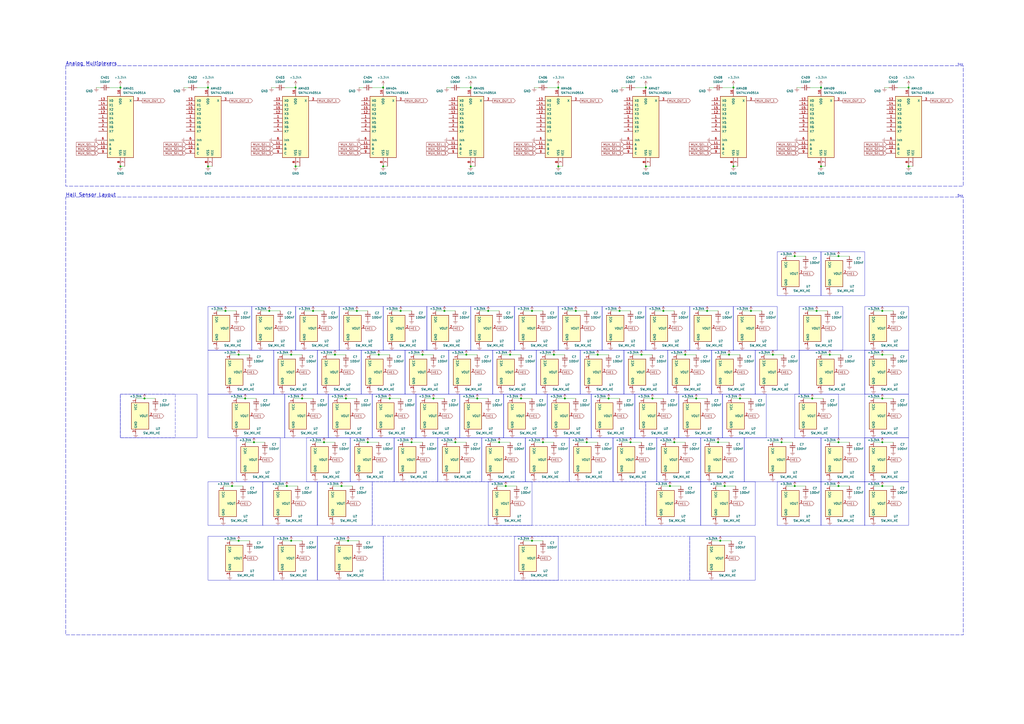
<source format=kicad_sch>
(kicad_sch (version 20250114) (generator "eeschema") (generator_version "9.0")
  (paper "A2")
  (rectangle (start 450.85 279.4) (end 476.25 304.8))
  (rectangle (start 336.55 203.2) (end 361.95 228.6))
  (rectangle (start 412.75 203.2) (end 438.15 228.6))
  (rectangle (start 323.85 177.8) (end 349.25 203.2))
  (rectangle (start 228.6 254) (end 254 279.4))
  (rectangle (start 476.25 279.4) (end 501.65 304.8))
  (rectangle (start 393.7 228.6) (end 419.1 254))
  (rectangle (start 463.55 177.8) (end 488.95 203.2))
  (rectangle (start 463.55 203.2) (end 501.65 228.6))
  (rectangle (start 419.1 228.6) (end 444.5 254))
  (rectangle (start 247.65 177.8) (end 273.05 203.2))
  (rectangle (start 146.05 177.8) (end 171.45 203.2))
  (rectangle (start 304.8 254) (end 330.2 279.4))
  (rectangle (start 438.15 203.2) (end 463.55 228.6))
  (rectangle (start 283.21 279.4) (end 308.61 304.8))
  (rectangle (start 431.8 254) (end 476.25 279.4))
  (rectangle (start 387.35 203.2) (end 412.75 228.6))
  (rectangle (start 171.45 177.8) (end 196.85 203.2))
  (rectangle (start 38.1 38.1) (end 558.8 107.95) (stroke (width 0.2) (type dash)))
  (rectangle (start 184.15 279.4) (end 215.9 304.8))
  (rectangle (start 184.15 203.2) (end 209.55 228.6))
  (rectangle (start 501.65 203.2) (end 527.05 228.6))
  (rectangle (start 234.95 203.2) (end 260.35 228.6))
  (rectangle (start 177.8 254) (end 203.2 279.4))
  (rectangle (start 209.55 203.2) (end 234.95 228.6))
  (rectangle (start 361.95 203.2) (end 387.35 228.6))
  (rectangle (start 349.25 177.8) (end 374.65 203.2))
  (rectangle (start 120.65 279.4) (end 152.4 304.8))
  (rectangle (start 158.75 311.15) (end 184.15 336.55))
  (rectangle (start 152.4 279.4) (end 184.15 304.8))
  (rectangle (start 501.65 228.6) (end 527.05 254))
  (rectangle (start 184.15 311.15) (end 222.25 336.55))
  (rectangle (start 279.4 254) (end 304.8 279.4))
  (rectangle (start 400.05 311.15) (end 438.15 336.55))
  (rectangle (start 222.25 311.15) (end 400.05 336.55) (stroke (width 0) (type dash)))
  (rectangle (start 120.65 177.8) (end 146.05 203.2))
  (rectangle (start 203.2 254) (end 228.6 279.4))
  (rectangle (start 368.3 228.6) (end 393.7 254))
  (rectangle (start 406.4 254) (end 431.8 279.4))
  (rectangle (start 120.65 311.15) (end 158.75 336.55))
  (rectangle (start 374.65 177.8) (end 400.05 203.2))
  (rectangle (start 120.65 203.2) (end 158.75 228.6))
  (rectangle (start 69.85 228.6) (end 101.6 254) (stroke (width 0) (type dash)))
  (rectangle (start 317.5 228.6) (end 342.9 254))
  (rectangle (start 196.85 177.8) (end 222.25 203.2))
  (rectangle (start 381 254) (end 406.4 279.4))
  (rectangle (start 298.45 311.15) (end 323.85 336.55))
  (rectangle (start 406.4 279.4) (end 438.15 304.8))
  (rectangle (start 330.2 254) (end 355.6 279.4))
  (rectangle (start 292.1 228.6) (end 317.5 254))
  (rectangle (start 501.65 254) (end 527.05 279.4))
  (rectangle (start 461.01 228.6) (end 486.41 254))
  (rectangle (start 241.3 228.6) (end 266.7 254))
  (rectangle (start 400.05 177.8) (end 425.45 203.2))
  (rectangle (start 374.65 279.4) (end 406.4 304.8))
  (rectangle (start 298.45 177.8) (end 323.85 203.2))
  (rectangle (start 273.05 177.8) (end 298.45 203.2))
  (rectangle (start 120.65 228.6) (end 165.1 254))
  (rectangle (start 215.9 228.6) (end 241.3 254))
  (rectangle (start 425.45 177.8) (end 450.85 203.2))
  (rectangle (start 260.35 203.2) (end 285.75 228.6))
  (rectangle (start 38.1 114.3) (end 558.8 368.3) (stroke (width 0.2) (type dash)))
  (rectangle (start 476.25 146.05) (end 501.65 171.45))
  (rectangle (start 342.9 228.6) (end 368.3 254))
  (rectangle (start 222.25 177.8) (end 247.65 203.2))
  (rectangle (start 254 254) (end 279.4 279.4))
  (rectangle (start 137.16 254) (end 162.56 279.4))
  (rectangle (start 190.5 228.6) (end 215.9 254))
  (rectangle (start 476.25 254) (end 501.65 279.4))
  (rectangle (start 165.1 228.6) (end 190.5 254))
  (rectangle (start 450.85 146.05) (end 476.25 171.45))
  (rectangle (start 501.65 177.8) (end 527.05 203.2))
  (rectangle (start 69.85 228.6) (end 114.3 254))
  (rectangle (start 215.9 279.4) (end 374.65 304.8) (stroke (width 0) (type dash)))
  (rectangle (start 311.15 203.2) (end 336.55 228.6))
  (rectangle (start 501.65 279.4) (end 527.05 304.8))
  (rectangle (start 285.75 203.2) (end 311.15 228.6))
  (rectangle (start 355.6 254) (end 381 279.4))
  (rectangle (start 266.7 228.6) (end 292.1 254))
  (rectangle (start 158.75 203.2) (end 184.15 228.6))
  (text "4xx" (at 558.8 38.1 0) (effects (font (size 1.27 1.27)) (justify right bottom)))
  (text "Analog Multiplexers" (at 38.1 38.1 0) (effects (font (size 2 2) (thickness 0.25)) (justify left bottom)))
  (text "Hall Sensor Layout" (at 38.1 114.3 0) (effects (font (size 2 2) (thickness 0.25)) (justify left bottom)))
  (text "5xx" (at 558.8 114.3 0) (effects (font (size 1.27 1.27)) (justify right bottom)))
  (junction (at 219.71 205.74))
  (junction (at 429.26 231.14))
  (junction (at 511.81 256.54))
  (junction (at 461.01 148.59))
  (junction (at 138.43 205.74))
  (junction (at 471.17 231.14))
  (junction (at 308.61 313.69))
  (junction (at 166.37 281.94))
  (junction (at 422.91 205.74))
  (junction (at 425.45 50.8))
  (junction (at 353.06 231.14))
  (junction (at 308.61 180.34))
  (junction (at 181.61 180.34))
  (junction (at 134.62 281.94))
  (junction (at 420.37 281.94))
  (junction (at 175.26 231.14))
  (junction (at 314.96 256.54))
  (junction (at 187.96 256.54))
  (junction (at 213.36 256.54))
  (junction (at 207.01 180.34))
  (junction (at 323.85 96.52))
  (junction (at 327.66 231.14))
  (junction (at 453.39 256.54))
  (junction (at 388.62 281.94))
  (junction (at 410.21 180.34))
  (junction (at 232.41 180.34))
  (junction (at 435.61 180.34))
  (junction (at 69.85 50.8))
  (junction (at 222.25 50.8))
  (junction (at 416.56 256.54))
  (junction (at 374.65 96.52))
  (junction (at 340.36 256.54))
  (junction (at 346.71 205.74))
  (junction (at 194.31 205.74))
  (junction (at 171.45 96.52))
  (junction (at 120.65 50.8))
  (junction (at 359.41 180.34))
  (junction (at 130.81 180.34))
  (junction (at 476.25 50.8))
  (junction (at 486.41 281.94))
  (junction (at 200.66 231.14))
  (junction (at 264.16 256.54))
  (junction (at 283.21 180.34))
  (junction (at 238.76 256.54))
  (junction (at 142.24 231.14))
  (junction (at 511.81 180.34))
  (junction (at 476.25 96.52))
  (junction (at 372.11 205.74))
  (junction (at 473.71 180.34))
  (junction (at 289.56 256.54))
  (junction (at 481.33 205.74))
  (junction (at 156.21 180.34))
  (junction (at 198.12 281.94))
  (junction (at 403.86 231.14))
  (junction (at 527.05 96.52))
  (junction (at 276.86 231.14))
  (junction (at 168.91 205.74))
  (junction (at 302.26 231.14))
  (junction (at 448.31 205.74))
  (junction (at 273.05 50.8))
  (junction (at 323.85 50.8))
  (junction (at 251.46 231.14))
  (junction (at 293.37 281.94))
  (junction (at 321.31 205.74))
  (junction (at 83.82 231.14))
  (junction (at 171.45 50.8))
  (junction (at 245.11 205.74))
  (junction (at 486.41 148.59))
  (junction (at 334.01 180.34))
  (junction (at 511.81 205.74))
  (junction (at 384.81 180.34))
  (junction (at 69.85 96.52))
  (junction (at 270.51 205.74))
  (junction (at 425.45 96.52))
  (junction (at 365.76 256.54))
  (junction (at 168.91 313.69))
  (junction (at 147.32 256.54))
  (junction (at 226.06 231.14))
  (junction (at 201.93 313.69))
  (junction (at 378.46 231.14))
  (junction (at 374.65 50.8))
  (junction (at 138.43 313.69))
  (junction (at 511.81 231.14))
  (junction (at 486.41 256.54))
  (junction (at 391.16 256.54))
  (junction (at 397.51 205.74))
  (junction (at 511.81 281.94))
  (junction (at 257.81 180.34))
  (junction (at 273.05 96.52))
  (junction (at 222.25 96.52))
  (junction (at 527.05 50.8))
  (junction (at 295.91 205.74))
  (junction (at 120.65 96.52))
  (junction (at 417.83 313.69))
  (junction (at 461.01 281.94))
  (wire (pts (xy 151.13 180.34) (xy 156.21 180.34)))
  (wire (pts (xy 264.16 256.54) (xy 270.51 256.54)))
  (wire (pts (xy 391.16 256.54) (xy 397.51 256.54)))
  (wire (pts (xy 283.21 180.34) (xy 289.56 180.34)))
  (wire (pts (xy 276.86 231.14) (xy 283.21 231.14)))
  (wire (pts (xy 435.61 180.34) (xy 441.96 180.34)))
  (wire (pts (xy 429.26 231.14) (xy 435.61 231.14)))
  (wire (pts (xy 410.21 180.34) (xy 416.56 180.34)))
  (wire (pts (xy 354.33 180.34) (xy 359.41 180.34)))
  (wire (pts (xy 417.83 313.69) (xy 424.18 313.69)))
  (wire (pts (xy 520.7 50.8) (xy 527.05 50.8)))
  (wire (pts (xy 372.11 205.74) (xy 378.46 205.74)))
  (wire (pts (xy 398.78 231.14) (xy 403.86 231.14)))
  (wire (pts (xy 486.41 256.54) (xy 492.76 256.54)))
  (wire (pts (xy 506.73 281.94) (xy 511.81 281.94)))
  (wire (pts (xy 129.54 281.94) (xy 134.62 281.94)))
  (wire (pts (xy 193.04 281.94) (xy 198.12 281.94)))
  (wire (pts (xy 323.85 96.52) (xy 326.39 96.52)))
  (wire (pts (xy 365.76 256.54) (xy 372.11 256.54)))
  (wire (pts (xy 476.25 49.53) (xy 476.25 50.8)))
  (wire (pts (xy 443.23 205.74) (xy 448.31 205.74)))
  (wire (pts (xy 125.73 180.34) (xy 130.81 180.34)))
  (wire (pts (xy 384.81 180.34) (xy 391.16 180.34)))
  (wire (pts (xy 273.05 96.52) (xy 275.59 96.52)))
  (wire (pts (xy 374.65 49.53) (xy 374.65 50.8)))
  (wire (pts (xy 430.53 180.34) (xy 435.61 180.34)))
  (wire (pts (xy 506.73 205.74) (xy 511.81 205.74)))
  (wire (pts (xy 308.61 180.34) (xy 314.96 180.34)))
  (wire (pts (xy 168.91 313.69) (xy 175.26 313.69)))
  (wire (pts (xy 511.81 205.74) (xy 518.16 205.74)))
  (wire (pts (xy 55.88 50.8) (xy 58.42 50.8)))
  (wire (pts (xy 417.83 205.74) (xy 422.91 205.74)))
  (wire (pts (xy 411.48 256.54) (xy 416.56 256.54)))
  (wire (pts (xy 219.71 205.74) (xy 226.06 205.74)))
  (wire (pts (xy 233.68 256.54) (xy 238.76 256.54)))
  (wire (pts (xy 170.18 231.14) (xy 175.26 231.14)))
  (wire (pts (xy 374.65 96.52) (xy 377.19 96.52)))
  (wire (pts (xy 511.81 256.54) (xy 518.16 256.54)))
  (wire (pts (xy 251.46 231.14) (xy 257.81 231.14)))
  (wire (pts (xy 290.83 205.74) (xy 295.91 205.74)))
  (wire (pts (xy 114.3 50.8) (xy 120.65 50.8)))
  (wire (pts (xy 314.96 256.54) (xy 321.31 256.54)))
  (wire (pts (xy 334.01 180.34) (xy 340.36 180.34)))
  (wire (pts (xy 346.71 205.74) (xy 353.06 205.74)))
  (wire (pts (xy 481.33 148.59) (xy 486.41 148.59)))
  (wire (pts (xy 328.93 180.34) (xy 334.01 180.34)))
  (wire (pts (xy 405.13 180.34) (xy 410.21 180.34)))
  (wire (pts (xy 511.81 281.94) (xy 518.16 281.94)))
  (wire (pts (xy 181.61 180.34) (xy 187.96 180.34)))
  (wire (pts (xy 157.48 50.8) (xy 160.02 50.8)))
  (wire (pts (xy 424.18 231.14) (xy 429.26 231.14)))
  (wire (pts (xy 226.06 231.14) (xy 232.41 231.14)))
  (wire (pts (xy 415.29 281.94) (xy 420.37 281.94)))
  (wire (pts (xy 201.93 313.69) (xy 208.28 313.69)))
  (wire (pts (xy 455.93 148.59) (xy 461.01 148.59)))
  (wire (pts (xy 137.16 231.14) (xy 142.24 231.14)))
  (wire (pts (xy 388.62 281.94) (xy 394.97 281.94)))
  (wire (pts (xy 284.48 256.54) (xy 289.56 256.54)))
  (wire (pts (xy 297.18 231.14) (xy 302.26 231.14)))
  (wire (pts (xy 347.98 231.14) (xy 353.06 231.14)))
  (wire (pts (xy 120.65 49.53) (xy 120.65 50.8)))
  (wire (pts (xy 63.5 50.8) (xy 69.85 50.8)))
  (wire (pts (xy 69.85 49.53) (xy 69.85 50.8)))
  (wire (pts (xy 166.37 281.94) (xy 172.72 281.94)))
  (wire (pts (xy 214.63 205.74) (xy 219.71 205.74)))
  (wire (pts (xy 397.51 205.74) (xy 403.86 205.74)))
  (wire (pts (xy 171.45 96.52) (xy 173.99 96.52)))
  (wire (pts (xy 176.53 180.34) (xy 181.61 180.34)))
  (wire (pts (xy 461.01 281.94) (xy 467.36 281.94)))
  (wire (pts (xy 133.35 205.74) (xy 138.43 205.74)))
  (wire (pts (xy 379.73 180.34) (xy 384.81 180.34)))
  (wire (pts (xy 317.5 50.8) (xy 323.85 50.8)))
  (wire (pts (xy 271.78 231.14) (xy 276.86 231.14)))
  (wire (pts (xy 147.32 256.54) (xy 153.67 256.54)))
  (wire (pts (xy 309.88 256.54) (xy 314.96 256.54)))
  (wire (pts (xy 83.82 231.14) (xy 90.17 231.14)))
  (wire (pts (xy 303.53 180.34) (xy 308.61 180.34)))
  (wire (pts (xy 481.33 256.54) (xy 486.41 256.54)))
  (wire (pts (xy 368.3 50.8) (xy 374.65 50.8)))
  (wire (pts (xy 341.63 205.74) (xy 346.71 205.74)))
  (wire (pts (xy 316.23 205.74) (xy 321.31 205.74)))
  (wire (pts (xy 142.24 256.54) (xy 147.32 256.54)))
  (wire (pts (xy 246.38 231.14) (xy 251.46 231.14)))
  (wire (pts (xy 506.73 231.14) (xy 511.81 231.14)))
  (wire (pts (xy 403.86 231.14) (xy 410.21 231.14)))
  (wire (pts (xy 273.05 49.53) (xy 273.05 50.8)))
  (wire (pts (xy 288.29 281.94) (xy 293.37 281.94)))
  (wire (pts (xy 420.37 281.94) (xy 426.72 281.94)))
  (wire (pts (xy 411.48 50.8) (xy 414.02 50.8)))
  (wire (pts (xy 78.74 231.14) (xy 83.82 231.14)))
  (wire (pts (xy 245.11 205.74) (xy 251.46 205.74)))
  (wire (pts (xy 469.9 50.8) (xy 476.25 50.8)))
  (wire (pts (xy 453.39 256.54) (xy 459.74 256.54)))
  (wire (pts (xy 511.81 180.34) (xy 518.16 180.34)))
  (wire (pts (xy 303.53 313.69) (xy 308.61 313.69)))
  (wire (pts (xy 383.54 281.94) (xy 388.62 281.94)))
  (wire (pts (xy 265.43 205.74) (xy 270.51 205.74)))
  (wire (pts (xy 200.66 231.14) (xy 207.01 231.14)))
  (wire (pts (xy 266.7 50.8) (xy 273.05 50.8)))
  (wire (pts (xy 201.93 180.34) (xy 207.01 180.34)))
  (wire (pts (xy 466.09 231.14) (xy 471.17 231.14)))
  (wire (pts (xy 412.75 313.69) (xy 417.83 313.69)))
  (wire (pts (xy 257.81 180.34) (xy 264.16 180.34)))
  (wire (pts (xy 168.91 205.74) (xy 175.26 205.74)))
  (wire (pts (xy 106.68 50.8) (xy 109.22 50.8)))
  (wire (pts (xy 359.41 180.34) (xy 365.76 180.34)))
  (wire (pts (xy 323.85 49.53) (xy 323.85 50.8)))
  (wire (pts (xy 163.83 205.74) (xy 168.91 205.74)))
  (wire (pts (xy 69.85 96.52) (xy 72.39 96.52)))
  (wire (pts (xy 476.25 96.52) (xy 478.79 96.52)))
  (wire (pts (xy 471.17 231.14) (xy 477.52 231.14)))
  (wire (pts (xy 513.08 50.8) (xy 515.62 50.8)))
  (wire (pts (xy 422.91 205.74) (xy 429.26 205.74)))
  (wire (pts (xy 340.36 256.54) (xy 346.71 256.54)))
  (wire (pts (xy 302.26 231.14) (xy 308.61 231.14)))
  (wire (pts (xy 207.01 180.34) (xy 213.36 180.34)))
  (wire (pts (xy 506.73 256.54) (xy 511.81 256.54)))
  (wire (pts (xy 222.25 96.52) (xy 224.79 96.52)))
  (wire (pts (xy 138.43 313.69) (xy 144.78 313.69)))
  (wire (pts (xy 187.96 256.54) (xy 194.31 256.54)))
  (wire (pts (xy 448.31 256.54) (xy 453.39 256.54)))
  (wire (pts (xy 196.85 313.69) (xy 201.93 313.69)))
  (wire (pts (xy 462.28 50.8) (xy 464.82 50.8)))
  (wire (pts (xy 120.65 96.52) (xy 123.19 96.52)))
  (wire (pts (xy 378.46 231.14) (xy 384.81 231.14)))
  (wire (pts (xy 468.63 180.34) (xy 473.71 180.34)))
  (wire (pts (xy 511.81 231.14) (xy 518.16 231.14)))
  (wire (pts (xy 240.03 205.74) (xy 245.11 205.74)))
  (wire (pts (xy 259.08 50.8) (xy 261.62 50.8)))
  (wire (pts (xy 455.93 281.94) (xy 461.01 281.94)))
  (wire (pts (xy 134.62 281.94) (xy 140.97 281.94)))
  (wire (pts (xy 295.91 205.74) (xy 302.26 205.74)))
  (wire (pts (xy 198.12 281.94) (xy 204.47 281.94)))
  (wire (pts (xy 360.68 50.8) (xy 363.22 50.8)))
  (wire (pts (xy 156.21 180.34) (xy 162.56 180.34)))
  (wire (pts (xy 367.03 205.74) (xy 372.11 205.74)))
  (wire (pts (xy 321.31 205.74) (xy 327.66 205.74)))
  (wire (pts (xy 130.81 180.34) (xy 137.16 180.34)))
  (wire (pts (xy 481.33 281.94) (xy 486.41 281.94)))
  (wire (pts (xy 527.05 49.53) (xy 527.05 50.8)))
  (wire (pts (xy 289.56 256.54) (xy 295.91 256.54)))
  (wire (pts (xy 232.41 180.34) (xy 238.76 180.34)))
  (wire (pts (xy 195.58 231.14) (xy 200.66 231.14)))
  (wire (pts (xy 448.31 205.74) (xy 454.66 205.74)))
  (wire (pts (xy 293.37 281.94) (xy 299.72 281.94)))
  (wire (pts (xy 220.98 231.14) (xy 226.06 231.14)))
  (wire (pts (xy 142.24 231.14) (xy 148.59 231.14)))
  (wire (pts (xy 486.41 281.94) (xy 492.76 281.94)))
  (wire (pts (xy 252.73 180.34) (xy 257.81 180.34)))
  (wire (pts (xy 165.1 50.8) (xy 171.45 50.8)))
  (wire (pts (xy 506.73 180.34) (xy 511.81 180.34)))
  (wire (pts (xy 175.26 231.14) (xy 181.61 231.14)))
  (wire (pts (xy 476.25 205.74) (xy 481.33 205.74)))
  (wire (pts (xy 461.01 148.59) (xy 467.36 148.59)))
  (wire (pts (xy 386.08 256.54) (xy 391.16 256.54)))
  (wire (pts (xy 527.05 96.52) (xy 529.59 96.52)))
  (wire (pts (xy 322.58 231.14) (xy 327.66 231.14)))
  (wire (pts (xy 208.28 256.54) (xy 213.36 256.54)))
  (wire (pts (xy 194.31 205.74) (xy 200.66 205.74)))
  (wire (pts (xy 486.41 148.59) (xy 492.76 148.59)))
  (wire (pts (xy 373.38 231.14) (xy 378.46 231.14)))
  (wire (pts (xy 161.29 281.94) (xy 166.37 281.94)))
  (wire (pts (xy 425.45 49.53) (xy 425.45 50.8)))
  (wire (pts (xy 227.33 180.34) (xy 232.41 180.34)))
  (wire (pts (xy 416.56 256.54) (xy 422.91 256.54)))
  (wire (pts (xy 425.45 96.52) (xy 427.99 96.52)))
  (wire (pts (xy 335.28 256.54) (xy 340.36 256.54)))
  (wire (pts (xy 182.88 256.54) (xy 187.96 256.54)))
  (wire (pts (xy 208.28 50.8) (xy 210.82 50.8)))
  (wire (pts (xy 222.25 49.53) (xy 222.25 50.8)))
  (wire (pts (xy 481.33 205.74) (xy 487.68 205.74)))
  (wire (pts (xy 278.13 180.34) (xy 283.21 180.34)))
  (wire (pts (xy 259.08 256.54) (xy 264.16 256.54)))
  (wire (pts (xy 270.51 205.74) (xy 276.86 205.74)))
  (wire (pts (xy 215.9 50.8) (xy 222.25 50.8)))
  (wire (pts (xy 171.45 49.53) (xy 171.45 50.8)))
  (wire (pts (xy 353.06 231.14) (xy 359.41 231.14)))
  (wire (pts (xy 213.36 256.54) (xy 219.71 256.54)))
  (wire (pts (xy 419.1 50.8) (xy 425.45 50.8)))
  (wire (pts (xy 309.88 50.8) (xy 312.42 50.8)))
  (wire (pts (xy 238.76 256.54) (xy 245.11 256.54)))
  (wire (pts (xy 163.83 313.69) (xy 168.91 313.69)))
  (wire (pts (xy 392.43 205.74) (xy 397.51 205.74)))
  (wire (pts (xy 308.61 313.69) (xy 314.96 313.69)))
  (wire (pts (xy 327.66 231.14) (xy 334.01 231.14)))
  (wire (pts (xy 189.23 205.74) (xy 194.31 205.74)))
  (wire (pts (xy 138.43 205.74) (xy 144.78 205.74)))
  (wire (pts (xy 360.68 256.54) (xy 365.76 256.54)))
  (wire (pts (xy 133.35 313.69) (xy 138.43 313.69)))
  (wire (pts (xy 473.71 180.34) (xy 480.06 180.34)))
  (global_label "HE1" (shape output) (at 402.59 215.9 0) (property "Intersheetrefs" "${INTERSHEET_REFS}" (effects (hide yes))))
  (global_label "HE1" (shape output) (at 281.94 241.3 0) (property "Intersheetrefs" "${INTERSHEET_REFS}" (effects (hide yes))))
  (global_label "HE1" (shape output) (at 377.19 215.9 0) (property "Intersheetrefs" "${INTERSHEET_REFS}" (effects (hide yes))))
  (global_label "HE1" (shape output) (at 427.99 215.9 0) (property "Intersheetrefs" "${INTERSHEET_REFS}" (effects (hide yes))))
  (global_label "HE1" (shape output) (at 313.69 323.85 0) (property "Intersheetrefs" "${INTERSHEET_REFS}" (effects (hide yes))))
  (global_label "HE1" (shape output) (at 143.51 215.9 0) (property "Intersheetrefs" "${INTERSHEET_REFS}" (effects (hide yes))))
  (global_label "HE1" (shape output) (at 161.29 190.5 0) (property "Intersheetrefs" "${INTERSHEET_REFS}" (effects (hide yes))))
  (global_label "MUX_SEL_1" (shape input) (at 57.15 83.82 180) (property "Intersheetrefs" "${INTERSHEET_REFS}" (effects (hide yes))))
  (global_label "HE1" (shape output) (at 147.32 241.3 0) (property "Intersheetrefs" "${INTERSHEET_REFS}" (effects (hide yes))))
  (global_label "HE1" (shape output) (at 135.89 190.5 0) (property "Intersheetrefs" "${INTERSHEET_REFS}" (effects (hide yes))))
  (global_label "HE1" (shape output) (at 250.19 215.9 0) (property "Intersheetrefs" "${INTERSHEET_REFS}" (effects (hide yes))))
  (global_label "HE1" (shape output) (at 491.49 292.1 0) (property "Intersheetrefs" "${INTERSHEET_REFS}" (effects (hide yes))))
  (global_label "HE1" (shape output) (at 298.45 292.1 0) (property "Intersheetrefs" "${INTERSHEET_REFS}" (effects (hide yes))))
  (global_label "HE1" (shape output) (at 478.79 190.5 0) (property "Intersheetrefs" "${INTERSHEET_REFS}" (effects (hide yes))))
  (global_label "HE1" (shape output) (at 205.74 241.3 0) (property "Intersheetrefs" "${INTERSHEET_REFS}" (effects (hide yes))))
  (global_label "MUX_OUT_1" (shape output) (at 234.95 58.42 0) (property "Intersheetrefs" "${INTERSHEET_REFS}" (effects (hide yes))))
  (global_label "HE1" (shape output) (at 193.04 266.7 0) (property "Intersheetrefs" "${INTERSHEET_REFS}" (effects (hide yes))))
  (global_label "HE1" (shape output) (at 516.89 292.1 0) (property "Intersheetrefs" "${INTERSHEET_REFS}" (effects (hide yes))))
  (global_label "HE1" (shape output) (at 173.99 323.85 0) (property "Intersheetrefs" "${INTERSHEET_REFS}" (effects (hide yes))))
  (global_label "HE1" (shape output) (at 152.4 266.7 0) (property "Intersheetrefs" "${INTERSHEET_REFS}" (effects (hide yes))))
  (global_label "HE1" (shape output) (at 516.89 241.3 0) (property "Intersheetrefs" "${INTERSHEET_REFS}" (effects (hide yes))))
  (global_label "MUX_SEL_2" (shape input) (at 57.15 86.36 180) (property "Intersheetrefs" "${INTERSHEET_REFS}" (effects (hide yes))))
  (global_label "HE1" (shape output) (at 88.9 241.3 0) (property "Intersheetrefs" "${INTERSHEET_REFS}" (effects (hide yes))))
  (global_label "HE1" (shape output) (at 491.49 158.75 0) (property "Intersheetrefs" "${INTERSHEET_REFS}" (effects (hide yes))))
  (global_label "MUX_SEL_3" (shape input) (at 209.55 88.9 180) (property "Intersheetrefs" "${INTERSHEET_REFS}" (effects (hide yes))))
  (global_label "HE1" (shape output) (at 203.2 292.1 0) (property "Intersheetrefs" "${INTERSHEET_REFS}" (effects (hide yes))))
  (global_label "HE1" (shape output) (at 516.89 190.5 0) (property "Intersheetrefs" "${INTERSHEET_REFS}" (effects (hide yes))))
  (global_label "MUX_SEL_2" (shape input) (at 463.55 86.36 180) (property "Intersheetrefs" "${INTERSHEET_REFS}" (effects (hide yes))))
  (global_label "HE1" (shape output) (at 326.39 215.9 0) (property "Intersheetrefs" "${INTERSHEET_REFS}" (effects (hide yes))))
  (global_label "HE1" (shape output) (at 224.79 215.9 0) (property "Intersheetrefs" "${INTERSHEET_REFS}" (effects (hide yes))))
  (global_label "MUX_SEL_1" (shape input) (at 260.35 83.82 180) (property "Intersheetrefs" "${INTERSHEET_REFS}" (effects (hide yes))))
  (global_label "MUX_SEL_2" (shape input) (at 260.35 86.36 180) (property "Intersheetrefs" "${INTERSHEET_REFS}" (effects (hide yes))))
  (global_label "MUX_SEL_3" (shape input) (at 412.75 88.9 180) (property "Intersheetrefs" "${INTERSHEET_REFS}" (effects (hide yes))))
  (global_label "MUX_SEL_3" (shape input) (at 311.15 88.9 180) (property "Intersheetrefs" "${INTERSHEET_REFS}" (effects (hide yes))))
  (global_label "MUX_SEL_3" (shape input) (at 260.35 88.9 180) (property "Intersheetrefs" "${INTERSHEET_REFS}" (effects (hide yes))))
  (global_label "HE1" (shape output) (at 339.09 190.5 0) (property "Intersheetrefs" "${INTERSHEET_REFS}" (effects (hide yes))))
  (global_label "HE1" (shape output) (at 237.49 190.5 0) (property "Intersheetrefs" "${INTERSHEET_REFS}" (effects (hide yes))))
  (global_label "MUX_OUT_1" (shape output) (at 184.15 58.42 0) (property "Intersheetrefs" "${INTERSHEET_REFS}" (effects (hide yes))))
  (global_label "HE1" (shape output) (at 458.47 266.7 0) (property "Intersheetrefs" "${INTERSHEET_REFS}" (effects (hide yes))))
  (global_label "HE1" (shape output) (at 262.89 190.5 0) (property "Intersheetrefs" "${INTERSHEET_REFS}" (effects (hide yes))))
  (global_label "MUX_SEL_2" (shape input) (at 209.55 86.36 180) (property "Intersheetrefs" "${INTERSHEET_REFS}" (effects (hide yes))))
  (global_label "HE1" (shape output) (at 370.84 266.7 0) (property "Intersheetrefs" "${INTERSHEET_REFS}" (effects (hide yes))))
  (global_label "MUX_OUT_1" (shape output) (at 488.95 58.42 0) (property "Intersheetrefs" "${INTERSHEET_REFS}" (effects (hide yes))))
  (global_label "MUX_SEL_1" (shape input) (at 209.55 83.82 180) (property "Intersheetrefs" "${INTERSHEET_REFS}" (effects (hide yes))))
  (global_label "HE1" (shape output) (at 269.24 266.7 0) (property "Intersheetrefs" "${INTERSHEET_REFS}" (effects (hide yes))))
  (global_label "HE1" (shape output) (at 351.79 215.9 0) (property "Intersheetrefs" "${INTERSHEET_REFS}" (effects (hide yes))))
  (global_label "HE1" (shape output) (at 486.41 215.9 0) (property "Intersheetrefs" "${INTERSHEET_REFS}" (effects (hide yes))))
  (global_label "MUX_OUT_1" (shape output) (at 336.55 58.42 0) (property "Intersheetrefs" "${INTERSHEET_REFS}" (effects (hide yes))))
  (global_label "HE1" (shape output) (at 516.89 215.9 0) (property "Intersheetrefs" "${INTERSHEET_REFS}" (effects (hide yes))))
  (global_label "HE1" (shape output) (at 173.99 215.9 0) (property "Intersheetrefs" "${INTERSHEET_REFS}" (effects (hide yes))))
  (global_label "HE1" (shape output) (at 466.09 158.75 0) (property "Intersheetrefs" "${INTERSHEET_REFS}" (effects (hide yes))))
  (global_label "MUX_SEL_2" (shape input) (at 107.95 86.36 180) (property "Intersheetrefs" "${INTERSHEET_REFS}" (effects (hide yes))))
  (global_label "HE1" (shape output) (at 186.69 190.5 0) (property "Intersheetrefs" "${INTERSHEET_REFS}" (effects (hide yes))))
  (global_label "HE1" (shape output) (at 415.29 190.5 0) (property "Intersheetrefs" "${INTERSHEET_REFS}" (effects (hide yes))))
  (global_label "MUX_SEL_3" (shape input) (at 361.95 88.9 180) (property "Intersheetrefs" "${INTERSHEET_REFS}" (effects (hide yes))))
  (global_label "MUX_SEL_3" (shape input) (at 158.75 88.9 180) (property "Intersheetrefs" "${INTERSHEET_REFS}" (effects (hide yes))))
  (global_label "HE1" (shape output) (at 364.49 190.5 0) (property "Intersheetrefs" "${INTERSHEET_REFS}" (effects (hide yes))))
  (global_label "MUX_SEL_3" (shape input) (at 514.35 88.9 180) (property "Intersheetrefs" "${INTERSHEET_REFS}" (effects (hide yes))))
  (global_label "HE1" (shape output) (at 491.49 266.7 0) (property "Intersheetrefs" "${INTERSHEET_REFS}" (effects (hide yes))))
  (global_label "MUX_OUT_1" (shape output) (at 133.35 58.42 0) (property "Intersheetrefs" "${INTERSHEET_REFS}" (effects (hide yes))))
  (global_label "HE1" (shape output) (at 408.94 241.3 0) (property "Intersheetrefs" "${INTERSHEET_REFS}" (effects (hide yes))))
  (global_label "HE1" (shape output) (at 143.51 323.85 0) (property "Intersheetrefs" "${INTERSHEET_REFS}" (effects (hide yes))))
  (global_label "HE1" (shape output) (at 389.89 190.5 0) (property "Intersheetrefs" "${INTERSHEET_REFS}" (effects (hide yes))))
  (global_label "MUX_OUT_1" (shape output) (at 539.75 58.42 0) (property "Intersheetrefs" "${INTERSHEET_REFS}" (effects (hide yes))))
  (global_label "MUX_SEL_1" (shape input) (at 158.75 83.82 180) (property "Intersheetrefs" "${INTERSHEET_REFS}" (effects (hide yes))))
  (global_label "MUX_SEL_3" (shape input) (at 463.55 88.9 180) (property "Intersheetrefs" "${INTERSHEET_REFS}" (effects (hide yes))))
  (global_label "HE1" (shape output) (at 476.25 241.3 0) (property "Intersheetrefs" "${INTERSHEET_REFS}" (effects (hide yes))))
  (global_label "HE1" (shape output) (at 345.44 266.7 0) (property "Intersheetrefs" "${INTERSHEET_REFS}" (effects (hide yes))))
  (global_label "HE1" (shape output) (at 212.09 190.5 0) (property "Intersheetrefs" "${INTERSHEET_REFS}" (effects (hide yes))))
  (global_label "HE1" (shape output) (at 422.91 323.85 0) (property "Intersheetrefs" "${INTERSHEET_REFS}" (effects (hide yes))))
  (global_label "MUX_SEL_1" (shape input) (at 463.55 83.82 180) (property "Intersheetrefs" "${INTERSHEET_REFS}" (effects (hide yes))))
  (global_label "MUX_OUT_1" (shape output) (at 438.15 58.42 0) (property "Intersheetrefs" "${INTERSHEET_REFS}" (effects (hide yes))))
  (global_label "HE1" (shape output) (at 425.45 292.1 0) (property "Intersheetrefs" "${INTERSHEET_REFS}" (effects (hide yes))))
  (global_label "MUX_OUT_1" (shape output) (at 82.55 58.42 0) (property "Intersheetrefs" "${INTERSHEET_REFS}" (effects (hide yes))))
  (global_label "MUX_OUT_1" (shape output) (at 285.75 58.42 0) (property "Intersheetrefs" "${INTERSHEET_REFS}" (effects (hide yes))))
  (global_label "HE1" (shape output) (at 383.54 241.3 0) (property "Intersheetrefs" "${INTERSHEET_REFS}" (effects (hide yes))))
  (global_label "MUX_SEL_2" (shape input) (at 158.75 86.36 180) (property "Intersheetrefs" "${INTERSHEET_REFS}" (effects (hide yes))))
  (global_label "HE1" (shape output) (at 393.7 292.1 0) (property "Intersheetrefs" "${INTERSHEET_REFS}" (effects (hide yes))))
  (global_label "HE1" (shape output) (at 300.99 215.9 0) (property "Intersheetrefs" "${INTERSHEET_REFS}" (effects (hide yes))))
  (global_label "MUX_SEL_1" (shape input) (at 107.95 83.82 180) (property "Intersheetrefs" "${INTERSHEET_REFS}" (effects (hide yes))))
  (global_label "HE1" (shape output) (at 294.64 266.7 0) (property "Intersheetrefs" "${INTERSHEET_REFS}" (effects (hide yes))))
  (global_label "HE1" (shape output) (at 256.54 241.3 0) (property "Intersheetrefs" "${INTERSHEET_REFS}" (effects (hide yes))))
  (global_label "MUX_SEL_2" (shape input) (at 361.95 86.36 180) (property "Intersheetrefs" "${INTERSHEET_REFS}" (effects (hide yes))))
  (global_label "HE1" (shape output) (at 453.39 215.9 0) (property "Intersheetrefs" "${INTERSHEET_REFS}" (effects (hide yes))))
  (global_label "HE1" (shape output) (at 171.45 292.1 0) (property "Intersheetrefs" "${INTERSHEET_REFS}" (effects (hide yes))))
  (global_label "MUX_SEL_3" (shape input) (at 57.15 88.9 180) (property "Intersheetrefs" "${INTERSHEET_REFS}" (effects (hide yes))))
  (global_label "HE1" (shape output) (at 320.04 266.7 0) (property "Intersheetrefs" "${INTERSHEET_REFS}" (effects (hide yes))))
  (global_label "HE1" (shape output) (at 313.69 190.5 0) (property "Intersheetrefs" "${INTERSHEET_REFS}" (effects (hide yes))))
  (global_label "HE1" (shape output) (at 218.44 266.7 0) (property "Intersheetrefs" "${INTERSHEET_REFS}" (effects (hide yes))))
  (global_label "HE1" (shape output) (at 396.24 266.7 0) (property "Intersheetrefs" "${INTERSHEET_REFS}" (effects (hide yes))))
  (global_label "HE1" (shape output) (at 199.39 215.9 0) (property "Intersheetrefs" "${INTERSHEET_REFS}" (effects (hide yes))))
  (global_label "MUX_SEL_1" (shape input) (at 311.15 83.82 180) (property "Intersheetrefs" "${INTERSHEET_REFS}" (effects (hide yes))))
  (global_label "HE1" (shape output) (at 139.7 292.1 0) (property "Intersheetrefs" "${INTERSHEET_REFS}" (effects (hide yes))))
  (global_label "MUX_SEL_1" (shape input) (at 514.35 83.82 180) (property "Intersheetrefs" "${INTERSHEET_REFS}" (effects (hide yes))))
  (global_label "HE1" (shape output) (at 466.09 292.1 0) (property "Intersheetrefs" "${INTERSHEET_REFS}" (effects (hide yes))))
  (global_label "HE1" (shape output) (at 288.29 190.5 0) (property "Intersheetrefs" "${INTERSHEET_REFS}" (effects (hide yes))))
  (global_label "HE1" (shape output) (at 440.69 190.5 0) (property "Intersheetrefs" "${INTERSHEET_REFS}" (effects (hide yes))))
  (global_label "HE1" (shape output) (at 516.89 266.7 0) (property "Intersheetrefs" "${INTERSHEET_REFS}" (effects (hide yes))))
  (global_label "HE1" (shape output) (at 243.84 266.7 0) (property "Intersheetrefs" "${INTERSHEET_REFS}" (effects (hide yes))))
  (global_label "HE1" (shape output) (at 332.74 241.3 0) (property "Intersheetrefs" "${INTERSHEET_REFS}" (effects (hide yes))))
  (global_label "MUX_SEL_3" (shape input) (at 107.95 88.9 180) (property "Intersheetrefs" "${INTERSHEET_REFS}" (effects (hide yes))))
  (global_label "MUX_SEL_1" (shape input) (at 412.75 83.82 180) (property "Intersheetrefs" "${INTERSHEET_REFS}" (effects (hide yes))))
  (global_label "HE1" (shape output) (at 421.64 266.7 0) (property "Intersheetrefs" "${INTERSHEET_REFS}" (effects (hide yes))))
  (global_label "HE1" (shape output) (at 434.34 241.3 0) (property "Intersheetrefs" "${INTERSHEET_REFS}" (effects (hide yes))))
  (global_label "MUX_SEL_2" (shape input) (at 514.35 86.36 180) (property "Intersheetrefs" "${INTERSHEET_REFS}" (effects (hide yes))))
  (global_label "HE1" (shape output) (at 307.34 241.3 0) (property "Intersheetrefs" "${INTERSHEET_REFS}" (effects (hide yes))))
  (global_label "MUX_SEL_1" (shape input) (at 361.95 83.82 180) (property "Intersheetrefs" "${INTERSHEET_REFS}" (effects (hide yes))))
  (global_label "HE1" (shape output) (at 207.01 323.85 0) (property "Intersheetrefs" "${INTERSHEET_REFS}" (effects (hide yes))))
  (global_label "HE1" (shape output) (at 180.34 241.3 0) (property "Intersheetrefs" "${INTERSHEET_REFS}" (effects (hide yes))))
  (global_label "HE1" (shape output) (at 231.14 241.3 0) (property "Intersheetrefs" "${INTERSHEET_REFS}" (effects (hide yes))))
  (global_label "HE1" (shape output) (at 275.59 215.9 0) (property "Intersheetrefs" "${INTERSHEET_REFS}" (effects (hide yes))))
  (global_label "MUX_SEL_2" (shape input) (at 311.15 86.36 180) (property "Intersheetrefs" "${INTERSHEET_REFS}" (effects (hide yes))))
  (global_label "MUX_SEL_2" (shape input) (at 412.75 86.36 180) (property "Intersheetrefs" "${INTERSHEET_REFS}" (effects (hide yes))))
  (global_label "HE1" (shape output) (at 358.14 241.3 0) (property "Intersheetrefs" "${INTERSHEET_REFS}" (effects (hide yes))))
  (global_label "MUX_OUT_1" (shape output) (at 387.35 58.42 0) (property "Intersheetrefs" "${INTERSHEET_REFS}" (effects (hide yes))))
  (symbol (lib_id "power:+3.3VA") (at 130.81 180.34 0) (unit 1)
    (property "Reference" "#PWR0439" (effects (hide yes)))
    (property "Value" "+3.3VA" (at 125.73 179.07 0))
    (property "Description" "Power symbol creates a global label with name \"+3.3VA\"" (effects (hide yes)))
  )
  (symbol (lib_id "power:+3.3VA") (at 327.66 231.14 0) (unit 1)
    (property "Reference" "#PWR0543" (effects (hide yes)))
    (property "Value" "+3.3VA" (at 322.58 229.87 0))
    (property "Description" "Power symbol creates a global label with name \"+3.3VA\"" (effects (hide yes)))
  )
  (symbol (lib_id "power:Earth") (at 189.23 226.06 0) (mirror y) (unit 1)
    (property "Reference" "#PWR0514" (effects (hide yes)))
    (property "Value" "GND" (effects (hide yes)))
    (property "Description" "Power symbol creates a global label with name \"Earth\"" (effects (hide yes)))
  )
  (symbol (lib_id "Device:C_Small") (at 181.61 233.68 0) (mirror x) (unit 1)
    (property "Reference" "C?" (at 186.944 232.41 0))
    (property "Value" "100nF" (at 186.944 234.95 0))
    (property "Footprint" "Capacitor_SMD:C_0805_2012Metric" (effects (hide yes)))
    (property "Description" "Unpolarized capacitor, small symbol" (effects (hide yes)))
  )
  (symbol (lib_id "power:+3.3VA") (at 251.46 231.14 0) (unit 1)
    (property "Reference" "#PWR0540" (effects (hide yes)))
    (property "Value" "+3.3VA" (at 246.38 229.87 0))
    (property "Description" "Power symbol creates a global label with name \"+3.3VA\"" (effects (hide yes)))
  )
  (symbol (lib_id "Device:C_Small") (at 148.59 233.68 0) (mirror x) (unit 1)
    (property "Reference" "C?" (at 153.924 232.41 0))
    (property "Value" "100nF" (at 153.924 234.95 0))
    (property "Footprint" "Capacitor_SMD:C_0805_2012Metric" (effects (hide yes)))
    (property "Description" "Unpolarized capacitor, small symbol" (effects (hide yes)))
  )
  (symbol (lib_id "power:Earth") (at 284.48 276.86 0) (mirror y) (unit 1)
    (property "Reference" "#PWR0594" (effects (hide yes)))
    (property "Value" "GND" (effects (hide yes)))
    (property "Description" "Power symbol creates a global label with name \"Earth\"" (effects (hide yes)))
  )
  (symbol (lib_id "power:Earth") (at 378.46 210.82 0) (mirror y) (unit 1)
    (property "Reference" "#PWR0509" (effects (hide yes)))
    (property "Value" "GND" (effects (hide yes)))
    (property "Description" "Power symbol creates a global label with name \"Earth\"" (effects (hide yes)))
  )
  (symbol (lib_id "Device:C_Small") (at 492.76 151.13 0) (mirror x) (unit 1)
    (property "Reference" "C?" (at 498.094 149.86 0))
    (property "Value" "100nF" (at 498.094 152.4 0))
    (property "Footprint" "Capacitor_SMD:C_0805_2012Metric" (effects (hide yes)))
    (property "Description" "Unpolarized capacitor, small symbol" (effects (hide yes)))
  )
  (symbol (lib_id "power:+3.3VA") (at 511.81 205.74 0) (unit 1)
    (property "Reference" "#PWR0525" (effects (hide yes)))
    (property "Value" "+3.3VA" (at 506.73 204.47 0))
    (property "Description" "Power symbol creates a global label with name \"+3.3VA\"" (effects (hide yes)))
  )
  (symbol (lib_id "power:Earth") (at 328.93 200.66 0) (mirror y) (unit 1)
    (property "Reference" "#PWR0466" (effects (hide yes)))
    (property "Value" "GND" (effects (hide yes)))
    (property "Description" "Power symbol creates a global label with name \"Earth\"" (effects (hide yes)))
  )
  (symbol (lib_id "power:+3.3VA") (at 511.81 231.14 0) (unit 1)
    (property "Reference" "#PWR0528" (effects (hide yes)))
    (property "Value" "+3.3VA" (at 506.73 229.87 0))
    (property "Description" "Power symbol creates a global label with name \"+3.3VA\"" (effects (hide yes)))
  )
  (symbol (lib_id "Device:C_Small") (at 394.97 284.48 0) (mirror x) (unit 1)
    (property "Reference" "C?" (at 400.304 283.21 0))
    (property "Value" "100nF" (at 400.304 285.75 0))
    (property "Footprint" "Capacitor_SMD:C_0805_2012Metric" (effects (hide yes)))
    (property "Description" "Unpolarized capacitor, small symbol" (effects (hide yes)))
  )
  (symbol (lib_id "power:Earth") (at 359.41 236.22 0) (mirror y) (unit 1)
    (property "Reference" "#PWR0555" (effects (hide yes)))
    (property "Value" "GND" (effects (hide yes)))
    (property "Description" "Power symbol creates a global label with name \"Earth\"" (effects (hide yes)))
  )
  (symbol (lib_id "power:Earth") (at 455.93 302.26 0) (mirror y) (unit 1)
    (property "Reference" "#PWR0614" (effects (hide yes)))
    (property "Value" "GND" (effects (hide yes)))
    (property "Description" "Power symbol creates a global label with name \"Earth\"" (effects (hide yes)))
  )
  (symbol (lib_id "PCM_marbastlib-he:SW_MX_HE") (at 337.82 266.7 0) (unit 1)
    (property "Reference" "U?" (at 349.504 274.066 0) (effects (justify right)))
    (property "Value" "SW_MX_HE" (at 349.504 276.606 0) (effects (justify right)))
    (property "Footprint" "PCM_marbastlib-he:SW_MX_HE_0deg_1u" (effects (hide yes)))
    (property "Datasheet" "https://wmsc.lcsc.com/wmsc/upload/file/pdf/v2/lcsc/2310271810_Hallwee-HAL9303SO_C19089525.pdf" (effects (hide yes)))
    (property "Description" "Hall effect switch, bipolar, -+1000Gs, 4.7mV/Gs, -40C to +150C, SOT-23" (effects (hide yes)))
  )
  (symbol (lib_id "Device:C_Small") (at 403.86 208.28 0) (mirror x) (unit 1)
    (property "Reference" "C?" (at 409.194 207.01 0))
    (property "Value" "100nF" (at 409.194 209.55 0))
    (property "Footprint" "Capacitor_SMD:C_0805_2012Metric" (effects (hide yes)))
    (property "Description" "Unpolarized capacitor, small symbol" (effects (hide yes)))
  )
  (symbol (lib_id "PCM_marbastlib-he:SW_MX_HE") (at 483.87 266.7 0) (unit 1)
    (property "Reference" "U?" (at 495.554 274.066 0) (effects (justify right)))
    (property "Value" "SW_MX_HE" (at 495.554 276.606 0) (effects (justify right)))
    (property "Footprint" "PCM_marbastlib-he:SW_MX_HE_0deg_1u" (effects (hide yes)))
    (property "Datasheet" "https://wmsc.lcsc.com/wmsc/upload/file/pdf/v2/lcsc/2310271810_Hallwee-HAL9303SO_C19089525.pdf" (effects (hide yes)))
    (property "Description" "Hall effect switch, bipolar, -+1000Gs, 4.7mV/Gs, -40C to +150C, SOT-23" (effects (hide yes)))
  )
  (symbol (lib_id "power:Earth") (at 412.75 334.01 0) (mirror y) (unit 1)
    (property "Reference" "#PWR0635" (effects (hide yes)))
    (property "Value" "GND" (effects (hide yes)))
    (property "Description" "Power symbol creates a global label with name \"Earth\"" (effects (hide yes)))
  )
  (symbol (lib_id "power:Earth") (at 422.91 261.62 0) (mirror y) (unit 1)
    (property "Reference" "#PWR0589" (effects (hide yes)))
    (property "Value" "GND" (effects (hide yes)))
    (property "Description" "Power symbol creates a global label with name \"Earth\"" (effects (hide yes)))
  )
  (symbol (lib_id "power:Earth") (at 106.68 50.8 0) (unit 1)
    (property "Reference" "#PWR0403" (effects (hide yes)))
    (property "Value" "GND" (at 102.616 52.832 0))
    (property "Description" "Power symbol creates a global label with name \"Earth\"" (effects (hide yes)))
  )
  (symbol (lib_id "power:Earth") (at 125.73 200.66 0) (mirror y) (unit 1)
    (property "Reference" "#PWR0440" (effects (hide yes)))
    (property "Value" "GND" (effects (hide yes)))
    (property "Description" "Power symbol creates a global label with name \"Earth\"" (effects (hide yes)))
  )
  (symbol (lib_id "Device:C_Small") (at 518.16 259.08 0) (mirror x) (unit 1)
    (property "Reference" "C?" (at 523.494 257.81 0))
    (property "Value" "100nF" (at 523.494 260.35 0))
    (property "Footprint" "Capacitor_SMD:C_0805_2012Metric" (effects (hide yes)))
    (property "Description" "Unpolarized capacitor, small symbol" (effects (hide yes)))
  )
  (symbol (lib_id "power:Earth") (at 200.66 210.82 0) (mirror y) (unit 1)
    (property "Reference" "#PWR0502" (effects (hide yes)))
    (property "Value" "GND" (effects (hide yes)))
    (property "Description" "Power symbol creates a global label with name \"Earth\"" (effects (hide yes)))
  )
  (symbol (lib_id "PCM_marbastlib-he:SW_MX_HE") (at 248.92 241.3 0) (unit 1)
    (property "Reference" "U?" (at 260.604 248.666 0) (effects (justify right)))
    (property "Value" "SW_MX_HE" (at 260.604 251.206 0) (effects (justify right)))
    (property "Footprint" "PCM_marbastlib-he:SW_MX_HE_0deg_1u" (effects (hide yes)))
    (property "Datasheet" "https://wmsc.lcsc.com/wmsc/upload/file/pdf/v2/lcsc/2310271810_Hallwee-HAL9303SO_C19089525.pdf" (effects (hide yes)))
    (property "Description" "Hall effect switch, bipolar, -+1000Gs, 4.7mV/Gs, -40C to +150C, SOT-23" (effects (hide yes)))
  )
  (symbol (lib_id "power:Earth") (at 480.06 185.42 0) (mirror y) (unit 1)
    (property "Reference" "#PWR0477" (effects (hide yes)))
    (property "Value" "GND" (effects (hide yes)))
    (property "Description" "Power symbol creates a global label with name \"Earth\"" (effects (hide yes)))
  )
  (symbol (lib_id "power:Earth") (at 394.97 287.02 0) (mirror y) (unit 1)
    (property "Reference" "#PWR0640" (effects (hide yes)))
    (property "Value" "GND" (effects (hide yes)))
    (property "Description" "Power symbol creates a global label with name \"Earth\"" (effects (hide yes)))
  )
  (symbol (lib_id "power:Earth") (at 466.09 251.46 0) (mirror y) (unit 1)
    (property "Reference" "#PWR0605" (effects (hide yes)))
    (property "Value" "GND" (effects (hide yes)))
    (property "Description" "Power symbol creates a global label with name \"Earth\"" (effects (hide yes)))
  )
  (symbol (lib_id "power:+3.3VA") (at 397.51 205.74 0) (unit 1)
    (property "Reference" "#PWR0498" (effects (hide yes)))
    (property "Value" "+3.3VA" (at 392.43 204.47 0))
    (property "Description" "Power symbol creates a global label with name \"+3.3VA\"" (effects (hide yes)))
  )
  (symbol (lib_id "power:Earth") (at 386.08 276.86 0) (mirror y) (unit 1)
    (property "Reference" "#PWR0598" (effects (hide yes)))
    (property "Value" "GND" (effects (hide yes)))
    (property "Description" "Power symbol creates a global label with name \"Earth\"" (effects (hide yes)))
  )
  (symbol (lib_id "Device:C_Small") (at 204.47 284.48 0) (mirror x) (unit 1)
    (property "Reference" "C?" (at 209.804 283.21 0))
    (property "Value" "100nF" (at 209.804 285.75 0))
    (property "Footprint" "Capacitor_SMD:C_0805_2012Metric" (effects (hide yes)))
    (property "Description" "Unpolarized capacitor, small symbol" (effects (hide yes)))
  )
  (symbol (lib_id "power:+3.3VA") (at 511.81 281.94 0) (unit 1)
    (property "Reference" "#PWR0534" (effects (hide yes)))
    (property "Value" "+3.3VA" (at 506.73 280.67 0))
    (property "Description" "Power symbol creates a global label with name \"+3.3VA\"" (effects (hide yes)))
  )
  (symbol (lib_id "power:Earth") (at 171.45 96.52 0) (unit 1)
    (property "Reference" "#PWR0412" (effects (hide yes)))
    (property "Value" "GND" (at 171.45 100.584 0))
    (property "Description" "Power symbol creates a global label with name \"Earth\"" (effects (hide yes)))
  )
  (symbol (lib_id "Device:C_Small") (at 175.26 208.28 0) (mirror x) (unit 1)
    (property "Reference" "C?" (at 180.594 207.01 0))
    (property "Value" "100nF" (at 180.594 209.55 0))
    (property "Footprint" "Capacitor_SMD:C_0805_2012Metric" (effects (hide yes)))
    (property "Description" "Unpolarized capacitor, small symbol" (effects (hide yes)))
  )
  (symbol (lib_id "power:Earth") (at 251.46 210.82 0) (mirror y) (unit 1)
    (property "Reference" "#PWR0504" (effects (hide yes)))
    (property "Value" "GND" (effects (hide yes)))
    (property "Description" "Power symbol creates a global label with name \"Earth\"" (effects (hide yes)))
  )
  (symbol (lib_id "Device:C_Small") (at 518.16 208.28 0) (mirror x) (unit 1)
    (property "Reference" "C?" (at 523.494 207.01 0))
    (property "Value" "100nF" (at 523.494 209.55 0))
    (property "Footprint" "Capacitor_SMD:C_0805_2012Metric" (effects (hide yes)))
    (property "Description" "Unpolarized capacitor, small symbol" (effects (hide yes)))
  )
  (symbol (lib_id "Device:C_Small") (at 213.36 50.8 90) (unit 1)
    (property "Reference" "C404" (at 213.36 44.958 90))
    (property "Value" "100nF" (at 213.36 47.498 90))
    (property "Footprint" "Capacitor_SMD:C_0805_2012Metric" (effects (hide yes)))
    (property "Description" "Unpolarized capacitor, small symbol" (effects (hide yes)))
  )
  (symbol (lib_id "power:+3.3VA") (at 391.16 256.54 0) (unit 1)
    (property "Reference" "#PWR0578" (effects (hide yes)))
    (property "Value" "+3.3VA" (at 386.08 255.27 0))
    (property "Description" "Power symbol creates a global label with name \"+3.3VA\"" (effects (hide yes)))
  )
  (symbol (lib_id "power:+3.3VA") (at 138.43 313.69 0) (unit 1)
    (property "Reference" "#PWR0651" (effects (hide yes)))
    (property "Value" "+3.3VA" (at 133.35 312.42 0))
    (property "Description" "Power symbol creates a global label with name \"+3.3VA\"" (effects (hide yes)))
  )
  (symbol (lib_id "power:Earth") (at 283.21 236.22 0) (mirror y) (unit 1)
    (property "Reference" "#PWR0552" (effects (hide yes)))
    (property "Value" "GND" (effects (hide yes)))
    (property "Description" "Power symbol creates a global label with name \"Earth\"" (effects (hide yes)))
  )
  (symbol (lib_id "power:Earth") (at 55.88 50.8 0) (unit 1)
    (property "Reference" "#PWR022" (effects (hide yes)))
    (property "Value" "GND" (at 51.816 52.832 0))
    (property "Description" "Power symbol creates a global label with name \"Earth\"" (effects (hide yes)))
  )
  (symbol (lib_id "PCM_marbastlib-he:SW_MX_HE") (at 274.32 241.3 0) (unit 1)
    (property "Reference" "U?" (at 286.004 248.666 0) (effects (justify right)))
    (property "Value" "SW_MX_HE" (at 286.004 251.206 0) (effects (justify right)))
    (property "Footprint" "PCM_marbastlib-he:SW_MX_HE_0deg_1u" (effects (hide yes)))
    (property "Datasheet" "https://wmsc.lcsc.com/wmsc/upload/file/pdf/v2/lcsc/2310271810_Hallwee-HAL9303SO_C19089525.pdf" (effects (hide yes)))
    (property "Description" "Hall effect switch, bipolar, -+1000Gs, 4.7mV/Gs, -40C to +150C, SOT-23" (effects (hide yes)))
  )
  (symbol (lib_id "power:Earth") (at 259.08 50.8 0) (unit 1)
    (property "Reference" "#PWR0416" (effects (hide yes)))
    (property "Value" "GND" (at 255.016 52.832 0))
    (property "Description" "Power symbol creates a global label with name \"Earth\"" (effects (hide yes)))
  )
  (symbol (lib_id "Device:C_Small") (at 200.66 208.28 0) (mirror x) (unit 1)
    (property "Reference" "C?" (at 205.994 207.01 0))
    (property "Value" "100nF" (at 205.994 209.55 0))
    (property "Footprint" "Capacitor_SMD:C_0805_2012Metric" (effects (hide yes)))
    (property "Description" "Unpolarized capacitor, small symbol" (effects (hide yes)))
  )
  (symbol (lib_id "power:Earth") (at 208.28 50.8 0) (unit 1)
    (property "Reference" "#PWR0409" (effects (hide yes)))
    (property "Value" "GND" (at 204.216 52.832 0))
    (property "Description" "Power symbol creates a global label with name \"Earth\"" (effects (hide yes)))
  )
  (symbol (lib_id "power:Earth") (at 411.48 276.86 0) (mirror y) (unit 1)
    (property "Reference" "#PWR0599" (effects (hide yes)))
    (property "Value" "GND" (effects (hide yes)))
    (property "Description" "Power symbol creates a global label with name \"Earth\"" (effects (hide yes)))
  )
  (symbol (lib_id "Device:C_Small") (at 467.36 284.48 0) (mirror x) (unit 1)
    (property "Reference" "C?" (at 472.694 283.21 0))
    (property "Value" "100nF" (at 472.694 285.75 0))
    (property "Footprint" "Capacitor_SMD:C_0805_2012Metric" (effects (hide yes)))
    (property "Description" "Unpolarized capacitor, small symbol" (effects (hide yes)))
  )
  (symbol (lib_id "PCM_marbastlib-he:SW_MX_HE") (at 290.83 292.1 0) (unit 1)
    (property "Reference" "U?" (at 302.514 299.466 0) (effects (justify right)))
    (property "Value" "SW_MX_HE" (at 302.514 302.006 0) (effects (justify right)))
    (property "Footprint" "PCM_marbastlib-he:SW_MX_HE_0deg_1u" (effects (hide yes)))
    (property "Datasheet" "https://wmsc.lcsc.com/wmsc/upload/file/pdf/v2/lcsc/2310271810_Hallwee-HAL9303SO_C19089525.pdf" (effects (hide yes)))
    (property "Description" "Hall effect switch, bipolar, -+1000Gs, 4.7mV/Gs, -40C to +150C, SOT-23" (effects (hide yes)))
  )
  (symbol (lib_id "power:+3.3VA") (at 168.91 205.74 0) (unit 1)
    (property "Reference" "#PWR0489" (effects (hide yes)))
    (property "Value" "+3.3VA" (at 163.83 204.47 0))
    (property "Description" "Power symbol creates a global label with name \"+3.3VA\"" (effects (hide yes)))
  )
  (symbol (lib_id "PCM_marbastlib-he:SW_MX_HE") (at 166.37 215.9 0) (unit 1)
    (property "Reference" "U?" (at 178.054 223.266 0) (effects (justify right)))
    (property "Value" "SW_MX_HE" (at 178.054 225.806 0) (effects (justify right)))
    (property "Footprint" "PCM_marbastlib-he:SW_MX_HE_0deg_1u" (effects (hide yes)))
    (property "Datasheet" "https://wmsc.lcsc.com/wmsc/upload/file/pdf/v2/lcsc/2310271810_Hallwee-HAL9303SO_C19089525.pdf" (effects (hide yes)))
    (property "Description" "Hall effect switch, bipolar, -+1000Gs, 4.7mV/Gs, -40C to +150C, SOT-23" (effects (hide yes)))
  )
  (symbol (lib_id "PCM_marbastlib-he:SW_MX_HE") (at 287.02 266.7 0) (unit 1)
    (property "Reference" "U?" (at 298.704 274.066 0) (effects (justify right)))
    (property "Value" "SW_MX_HE" (at 298.704 276.606 0) (effects (justify right)))
    (property "Footprint" "PCM_marbastlib-he:SW_MX_HE_0deg_1u" (effects (hide yes)))
    (property "Datasheet" "https://wmsc.lcsc.com/wmsc/upload/file/pdf/v2/lcsc/2310271810_Hallwee-HAL9303SO_C19089525.pdf" (effects (hide yes)))
    (property "Description" "Hall effect switch, bipolar, -+1000Gs, 4.7mV/Gs, -40C to +150C, SOT-23" (effects (hide yes)))
  )
  (symbol (lib_id "PCM_marbastlib-he:SW_MX_HE") (at 198.12 241.3 0) (unit 1)
    (property "Reference" "U?" (at 209.804 248.666 0) (effects (justify right)))
    (property "Value" "SW_MX_HE" (at 209.804 251.206 0) (effects (justify right)))
    (property "Footprint" "PCM_marbastlib-he:SW_MX_HE_0deg_1u" (effects (hide yes)))
    (property "Datasheet" "https://wmsc.lcsc.com/wmsc/upload/file/pdf/v2/lcsc/2310271810_Hallwee-HAL9303SO_C19089525.pdf" (effects (hide yes)))
    (property "Description" "Hall effect switch, bipolar, -+1000Gs, 4.7mV/Gs, -40C to +150C, SOT-23" (effects (hide yes)))
  )
  (symbol (lib_id "power:Earth") (at 69.85 96.52 0) (unit 1)
    (property "Reference" "#PWR020" (effects (hide yes)))
    (property "Value" "GND" (at 69.85 100.584 0))
    (property "Description" "Power symbol creates a global label with name \"Earth\"" (effects (hide yes)))
  )
  (symbol (lib_id "Device:C_Small") (at 487.68 208.28 0) (mirror x) (unit 1)
    (property "Reference" "C?" (at 493.014 207.01 0))
    (property "Value" "100nF" (at 493.014 209.55 0))
    (property "Footprint" "Capacitor_SMD:C_0805_2012Metric" (effects (hide yes)))
    (property "Description" "Unpolarized capacitor, small symbol" (effects (hide yes)))
  )
  (symbol (lib_id "power:Earth") (at 240.03 226.06 0) (mirror y) (unit 1)
    (property "Reference" "#PWR0516" (effects (hide yes)))
    (property "Value" "GND" (effects (hide yes)))
    (property "Description" "Power symbol creates a global label with name \"Earth\"" (effects (hide yes)))
  )
  (symbol (lib_id "Device:C_Small") (at 416.56 50.8 90) (unit 1)
    (property "Reference" "C408" (at 416.56 44.958 90))
    (property "Value" "100nF" (at 416.56 47.498 90))
    (property "Footprint" "Capacitor_SMD:C_0805_2012Metric" (effects (hide yes)))
    (property "Description" "Unpolarized capacitor, small symbol" (effects (hide yes)))
  )
  (symbol (lib_id "power:Earth") (at 172.72 287.02 0) (mirror y) (unit 1)
    (property "Reference" "#PWR0646" (effects (hide yes)))
    (property "Value" "GND" (effects (hide yes)))
    (property "Description" "Power symbol creates a global label with name \"Earth\"" (effects (hide yes)))
  )
  (symbol (lib_id "power:+3.3VA") (at 321.31 205.74 0) (unit 1)
    (property "Reference" "#PWR0495" (effects (hide yes)))
    (property "Value" "+3.3VA" (at 316.23 204.47 0))
    (property "Description" "Power symbol creates a global label with name \"+3.3VA\"" (effects (hide yes)))
  )
  (symbol (lib_id "power:Earth") (at 246.38 251.46 0) (mirror y) (unit 1)
    (property "Reference" "#PWR0562" (effects (hide yes)))
    (property "Value" "GND" (effects (hide yes)))
    (property "Description" "Power symbol creates a global label with name \"Earth\"" (effects (hide yes)))
  )
  (symbol (lib_id "PCM_marbastlib-he:SW_MX_HE") (at 394.97 215.9 0) (unit 1)
    (property "Reference" "U?" (at 406.654 223.266 0) (effects (justify right)))
    (property "Value" "SW_MX_HE" (at 406.654 225.806 0) (effects (justify right)))
    (property "Footprint" "PCM_marbastlib-he:SW_MX_HE_0deg_1u" (effects (hide yes)))
    (property "Datasheet" "https://wmsc.lcsc.com/wmsc/upload/file/pdf/v2/lcsc/2310271810_Hallwee-HAL9303SO_C19089525.pdf" (effects (hide yes)))
    (property "Description" "Hall effect switch, bipolar, -+1000Gs, 4.7mV/Gs, -40C to +150C, SOT-23" (effects (hide yes)))
  )
  (symbol (lib_id "PCM_marbastlib-he:SW_MX_HE") (at 210.82 266.7 0) (unit 1)
    (property "Reference" "U?" (at 222.504 274.066 0) (effects (justify right)))
    (property "Value" "SW_MX_HE" (at 222.504 276.606 0) (effects (justify right)))
    (property "Footprint" "PCM_marbastlib-he:SW_MX_HE_0deg_1u" (effects (hide yes)))
    (property "Datasheet" "https://wmsc.lcsc.com/wmsc/upload/file/pdf/v2/lcsc/2310271810_Hallwee-HAL9303SO_C19089525.pdf" (effects (hide yes)))
    (property "Description" "Hall effect switch, bipolar, -+1000Gs, 4.7mV/Gs, -40C to +150C, SOT-23" (effects (hide yes)))
  )
  (symbol (lib_id "Device:C_Small") (at 359.41 233.68 0) (mirror x) (unit 1)
    (property "Reference" "C?" (at 364.744 232.41 0))
    (property "Value" "100nF" (at 364.744 234.95 0))
    (property "Footprint" "Capacitor_SMD:C_0805_2012Metric" (effects (hide yes)))
    (property "Description" "Unpolarized capacitor, small symbol" (effects (hide yes)))
  )
  (symbol (lib_id "4xxx:4051") (at 273.05 73.66 0) (unit 1)
    (property "Reference" "AM405" (at 274.574 51.308 0) (effects (justify left)))
    (property "Value" "SN74LV4051A" (at 274.574 53.848 0) (effects (justify left)))
    (property "Footprint" "Package_SO:TSSOP-16_4.4x5mm_P0.65mm" (effects (hide yes)))
    (property "Datasheet" "http://www.intersil.com/content/dam/Intersil/documents/cd40/cd4051bms-52bms-53bms.pdf" (effects (hide yes)))
    (property "Description" "Analog Multiplexer 8 to 1 lins" (effects (hide yes)))
  )
  (symbol (lib_id "Device:C_Small") (at 518.16 233.68 0) (mirror x) (unit 1)
    (property "Reference" "C?" (at 523.494 232.41 0))
    (property "Value" "100nF" (at 523.494 234.95 0))
    (property "Footprint" "Capacitor_SMD:C_0805_2012Metric" (effects (hide yes)))
    (property "Description" "Unpolarized capacitor, small symbol" (effects (hide yes)))
  )
  (symbol (lib_id "power:+3.3VA") (at 511.81 180.34 0) (unit 1)
    (property "Reference" "#PWR0471" (effects (hide yes)))
    (property "Value" "+3.3VA" (at 506.73 179.07 0))
    (property "Description" "Power symbol creates a global label with name \"+3.3VA\"" (effects (hide yes)))
  )
  (symbol (lib_id "power:Earth") (at 219.71 261.62 0) (mirror y) (unit 1)
    (property "Reference" "#PWR0581" (effects (hide yes)))
    (property "Value" "GND" (effects (hide yes)))
    (property "Description" "Power symbol creates a global label with name \"Earth\"" (effects (hide yes)))
  )
  (symbol (lib_id "PCM_marbastlib-he:SW_MX_HE") (at 135.89 215.9 0) (unit 1)
    (property "Reference" "U?" (at 147.574 223.266 0) (effects (justify right)))
    (property "Value" "SW_MX_HE" (at 147.574 225.806 0) (effects (justify right)))
    (property "Footprint" "PCM_marbastlib-he:SW_MX_HE_0deg_1u" (effects (hide yes)))
    (property "Datasheet" "https://wmsc.lcsc.com/wmsc/upload/file/pdf/v2/lcsc/2310271810_Hallwee-HAL9303SO_C19089525.pdf" (effects (hide yes)))
    (property "Description" "Hall effect switch, bipolar, -+1000Gs, 4.7mV/Gs, -40C to +150C, SOT-23" (effects (hide yes)))
  )
  (symbol (lib_id "PCM_marbastlib-he:SW_MX_HE") (at 223.52 241.3 0) (unit 1)
    (property "Reference" "U?" (at 235.204 248.666 0) (effects (justify right)))
    (property "Value" "SW_MX_HE" (at 235.204 251.206 0) (effects (justify right)))
    (property "Footprint" "PCM_marbastlib-he:SW_MX_HE_0deg_1u" (effects (hide yes)))
    (property "Datasheet" "https://wmsc.lcsc.com/wmsc/upload/file/pdf/v2/lcsc/2310271810_Hallwee-HAL9303SO_C19089525.pdf" (effects (hide yes)))
    (property "Description" "Hall effect switch, bipolar, -+1000Gs, 4.7mV/Gs, -40C to +150C, SOT-23" (effects (hide yes)))
  )
  (symbol (lib_id "power:Earth") (at 346.71 261.62 0) (mirror y) (unit 1)
    (property "Reference" "#PWR0586" (effects (hide yes)))
    (property "Value" "GND" (effects (hide yes)))
    (property "Description" "Power symbol creates a global label with name \"Earth\"" (effects (hide yes)))
  )
  (symbol (lib_id "PCM_marbastlib-he:SW_MX_HE") (at 407.67 190.5 0) (unit 1)
    (property "Reference" "U?" (at 419.354 197.866 0) (effects (justify right)))
    (property "Value" "SW_MX_HE" (at 419.354 200.406 0) (effects (justify right)))
    (property "Footprint" "PCM_marbastlib-he:SW_MX_HE_0deg_1u" (effects (hide yes)))
    (property "Datasheet" "https://wmsc.lcsc.com/wmsc/upload/file/pdf/v2/lcsc/2310271810_Hallwee-HAL9303SO_C19089525.pdf" (effects (hide yes)))
    (property "Description" "Hall effect switch, bipolar, -+1000Gs, 4.7mV/Gs, -40C to +150C, SOT-23" (effects (hide yes)))
  )
  (symbol (lib_id "power:Earth") (at 208.28 276.86 0) (mirror y) (unit 1)
    (property "Reference" "#PWR0591" (effects (hide yes)))
    (property "Value" "GND" (effects (hide yes)))
    (property "Description" "Power symbol creates a global label with name \"Earth\"" (effects (hide yes)))
  )
  (symbol (lib_id "power:Earth") (at 384.81 236.22 0) (mirror y) (unit 1)
    (property "Reference" "#PWR0556" (effects (hide yes)))
    (property "Value" "GND" (effects (hide yes)))
    (property "Description" "Power symbol creates a global label with name \"Earth\"" (effects (hide yes)))
  )
  (symbol (lib_id "power:Earth") (at 477.52 236.22 0) (mirror y) (unit 1)
    (property "Reference" "#PWR0604" (effects (hide yes)))
    (property "Value" "GND" (effects (hide yes)))
    (property "Description" "Power symbol creates a global label with name \"Earth\"" (effects (hide yes)))
  )
  (symbol (lib_id "power:Earth") (at 181.61 236.22 0) (mirror y) (unit 1)
    (property "Reference" "#PWR0548" (effects (hide yes)))
    (property "Value" "GND" (effects (hide yes)))
    (property "Description" "Power symbol creates a global label with name \"Earth\"" (effects (hide yes)))
  )
  (symbol (lib_id "Device:C_Small") (at 397.51 259.08 0) (mirror x) (unit 1)
    (property "Reference" "C?" (at 402.844 257.81 0))
    (property "Value" "100nF" (at 402.844 260.35 0))
    (property "Footprint" "Capacitor_SMD:C_0805_2012Metric" (effects (hide yes)))
    (property "Description" "Unpolarized capacitor, small symbol" (effects (hide yes)))
  )
  (symbol (lib_id "PCM_marbastlib-he:SW_MX_HE") (at 509.27 266.7 0) (unit 1)
    (property "Reference" "U?" (at 520.954 274.066 0) (effects (justify right)))
    (property "Value" "SW_MX_HE" (at 520.954 276.606 0) (effects (justify right)))
    (property "Footprint" "PCM_marbastlib-he:SW_MX_HE_0deg_1u" (effects (hide yes)))
    (property "Datasheet" "https://wmsc.lcsc.com/wmsc/upload/file/pdf/v2/lcsc/2310271810_Hallwee-HAL9303SO_C19089525.pdf" (effects (hide yes)))
    (property "Description" "Hall effect switch, bipolar, -+1000Gs, 4.7mV/Gs, -40C to +150C, SOT-23" (effects (hide yes)))
  )
  (symbol (lib_id "PCM_marbastlib-he:SW_MX_HE") (at 299.72 241.3 0) (unit 1)
    (property "Reference" "U?" (at 311.404 248.666 0) (effects (justify right)))
    (property "Value" "SW_MX_HE" (at 311.404 251.206 0) (effects (justify right)))
    (property "Footprint" "PCM_marbastlib-he:SW_MX_HE_0deg_1u" (effects (hide yes)))
    (property "Datasheet" "https://wmsc.lcsc.com/wmsc/upload/file/pdf/v2/lcsc/2310271810_Hallwee-HAL9303SO_C19089525.pdf" (effects (hide yes)))
    (property "Description" "Hall effect switch, bipolar, -+1000Gs, 4.7mV/Gs, -40C to +150C, SOT-23" (effects (hide yes)))
  )
  (symbol (lib_id "power:Earth") (at 468.63 200.66 0) (mirror y) (unit 1)
    (property "Reference" "#PWR0482" (effects (hide yes)))
    (property "Value" "GND" (effects (hide yes)))
    (property "Description" "Power symbol creates a global label with name \"Earth\"" (effects (hide yes)))
  )
  (symbol (lib_id "PCM_marbastlib-he:SW_MX_HE") (at 195.58 292.1 0) (unit 1)
    (property "Reference" "U?" (at 207.264 299.466 0) (effects (justify right)))
    (property "Value" "SW_MX_HE" (at 207.264 302.006 0) (effects (justify right)))
    (property "Footprint" "PCM_marbastlib-he:SW_MX_HE_0deg_1u" (effects (hide yes)))
    (property "Datasheet" "https://wmsc.lcsc.com/wmsc/upload/file/pdf/v2/lcsc/2310271810_Hallwee-HAL9303SO_C19089525.pdf" (effects (hide yes)))
    (property "Description" "Hall effect switch, bipolar, -+1000Gs, 4.7mV/Gs, -40C to +150C, SOT-23" (effects (hide yes)))
  )
  (symbol (lib_id "power:Earth") (at 209.55 81.28 270) (unit 1)
    (property "Reference" "#PWR0411" (effects (hide yes)))
    (property "Value" "GND" (effects (hide yes)))
    (property "Description" "Power symbol creates a global label with name \"Earth\"" (effects (hide yes)))
  )
  (symbol (lib_id "power:+3.3VA") (at 147.32 256.54 0) (unit 1)
    (property "Reference" "#PWR0627" (effects (hide yes)))
    (property "Value" "+3.3VA" (at 142.24 255.27 0))
    (property "Description" "Power symbol creates a global label with name \"+3.3VA\"" (effects (hide yes)))
  )
  (symbol (lib_id "PCM_marbastlib-he:SW_MX_HE") (at 445.77 215.9 0) (unit 1)
    (property "Reference" "U?" (at 457.454 223.266 0) (effects (justify right)))
    (property "Value" "SW_MX_HE" (at 457.454 225.806 0) (effects (justify right)))
    (property "Footprint" "PCM_marbastlib-he:SW_MX_HE_0deg_1u" (effects (hide yes)))
    (property "Datasheet" "https://wmsc.lcsc.com/wmsc/upload/file/pdf/v2/lcsc/2310271810_Hallwee-HAL9303SO_C19089525.pdf" (effects (hide yes)))
    (property "Description" "Hall effect switch, bipolar, -+1000Gs, 4.7mV/Gs, -40C to +150C, SOT-23" (effects (hide yes)))
  )
  (symbol (lib_id "PCM_marbastlib-he:SW_MX_HE") (at 363.22 266.7 0) (unit 1)
    (property "Reference" "U?" (at 374.904 274.066 0) (effects (justify right)))
    (property "Value" "SW_MX_HE" (at 374.904 276.606 0) (effects (justify right)))
    (property "Footprint" "PCM_marbastlib-he:SW_MX_HE_0deg_1u" (effects (hide yes)))
    (property "Datasheet" "https://wmsc.lcsc.com/wmsc/upload/file/pdf/v2/lcsc/2310271810_Hallwee-HAL9303SO_C19089525.pdf" (effects (hide yes)))
    (property "Description" "Hall effect switch, bipolar, -+1000Gs, 4.7mV/Gs, -40C to +150C, SOT-23" (effects (hide yes)))
  )
  (symbol (lib_id "power:+3.3VA") (at 308.61 313.69 0) (unit 1)
    (property "Reference" "#PWR0660" (effects (hide yes)))
    (property "Value" "+3.3VA" (at 303.53 312.42 0))
    (property "Description" "Power symbol creates a global label with name \"+3.3VA\"" (effects (hide yes)))
  )
  (symbol (lib_id "power:Earth") (at 309.88 276.86 0) (mirror y) (unit 1)
    (property "Reference" "#PWR0595" (effects (hide yes)))
    (property "Value" "GND" (effects (hide yes)))
    (property "Description" "Power symbol creates a global label with name \"Earth\"" (effects (hide yes)))
  )
  (symbol (lib_id "power:Earth") (at 175.26 210.82 0) (mirror y) (unit 1)
    (property "Reference" "#PWR0501" (effects (hide yes)))
    (property "Value" "GND" (effects (hide yes)))
    (property "Description" "Power symbol creates a global label with name \"Earth\"" (effects (hide yes)))
  )
  (symbol (lib_id "power:Earth") (at 411.48 50.8 0) (unit 1)
    (property "Reference" "#PWR0425" (effects (hide yes)))
    (property "Value" "GND" (at 407.416 52.832 0))
    (property "Description" "Power symbol creates a global label with name \"Earth\"" (effects (hide yes)))
  )
  (symbol (lib_id "4xxx:4051") (at 527.05 73.66 0) (unit 1)
    (property "Reference" "AM410" (at 528.574 51.308 0) (effects (justify left)))
    (property "Value" "SN74LV4051A" (at 528.574 53.848 0) (effects (justify left)))
    (property "Footprint" "Package_SO:TSSOP-16_4.4x5mm_P0.65mm" (effects (hide yes)))
    (property "Datasheet" "http://www.intersil.com/content/dam/Intersil/documents/cd40/cd4051bms-52bms-53bms.pdf" (effects (hide yes)))
    (property "Description" "Analog Multiplexer 8 to 1 lins" (effects (hide yes)))
  )
  (symbol (lib_id "Device:C_Small") (at 153.67 259.08 0) (mirror x) (unit 1)
    (property "Reference" "C?" (at 159.004 257.81 0))
    (property "Value" "100nF" (at 159.004 260.35 0))
    (property "Footprint" "Capacitor_SMD:C_0805_2012Metric" (effects (hide yes)))
    (property "Description" "Unpolarized capacitor, small symbol" (effects (hide yes)))
  )
  (symbol (lib_id "power:Earth") (at 361.95 81.28 270) (unit 1)
    (property "Reference" "#PWR0426" (effects (hide yes)))
    (property "Value" "GND" (effects (hide yes)))
    (property "Description" "Power symbol creates a global label with name \"Earth\"" (effects (hide yes)))
  )
  (symbol (lib_id "power:Earth") (at 265.43 226.06 0) (mirror y) (unit 1)
    (property "Reference" "#PWR0517" (effects (hide yes)))
    (property "Value" "GND" (effects (hide yes)))
    (property "Description" "Power symbol creates a global label with name \"Earth\"" (effects (hide yes)))
  )
  (symbol (lib_id "PCM_marbastlib-he:SW_MX_HE") (at 261.62 266.7 0) (unit 1)
    (property "Reference" "U?" (at 273.304 274.066 0) (effects (justify right)))
    (property "Value" "SW_MX_HE" (at 273.304 276.606 0) (effects (justify right)))
    (property "Footprint" "PCM_marbastlib-he:SW_MX_HE_0deg_1u" (effects (hide yes)))
    (property "Datasheet" "https://wmsc.lcsc.com/wmsc/upload/file/pdf/v2/lcsc/2310271810_Hallwee-HAL9303SO_C19089525.pdf" (effects (hide yes)))
    (property "Description" "Hall effect switch, bipolar, -+1000Gs, 4.7mV/Gs, -40C to +150C, SOT-23" (effects (hide yes)))
  )
  (symbol (lib_id "power:Earth") (at 415.29 302.26 0) (mirror y) (unit 1)
    (property "Reference" "#PWR0632" (effects (hide yes)))
    (property "Value" "GND" (effects (hide yes)))
    (property "Description" "Power symbol creates a global label with name \"Earth\"" (effects (hide yes)))
  )
  (symbol (lib_id "Device:C_Small") (at 111.76 50.8 90) (unit 1)
    (property "Reference" "C402" (at 111.76 44.958 90))
    (property "Value" "100nF" (at 111.76 47.498 90))
    (property "Footprint" "Capacitor_SMD:C_0805_2012Metric" (effects (hide yes)))
    (property "Description" "Unpolarized capacitor, small symbol" (effects (hide yes)))
  )
  (symbol (lib_id "power:+3.3VA") (at 168.91 313.69 0) (unit 1)
    (property "Reference" "#PWR0654" (effects (hide yes)))
    (property "Value" "+3.3VA" (at 163.83 312.42 0))
    (property "Description" "Power symbol creates a global label with name \"+3.3VA\"" (effects (hide yes)))
  )
  (symbol (lib_id "power:Earth") (at 222.25 96.52 0) (unit 1)
    (property "Reference" "#PWR0413" (effects (hide yes)))
    (property "Value" "GND" (at 222.25 100.584 0))
    (property "Description" "Power symbol creates a global label with name \"Earth\"" (effects (hide yes)))
  )
  (symbol (lib_id "power:Earth") (at 506.73 251.46 0) (mirror y) (unit 1)
    (property "Reference" "#PWR0530" (effects (hide yes)))
    (property "Value" "GND" (effects (hide yes)))
    (property "Description" "Power symbol creates a global label with name \"Earth\"" (effects (hide yes)))
  )
  (symbol (lib_id "PCM_marbastlib-he:SW_MX_HE") (at 471.17 190.5 0) (unit 1)
    (property "Reference" "U?" (at 482.854 197.866 0) (effects (justify right)))
    (property "Value" "SW_MX_HE" (at 482.854 200.406 0) (effects (justify right)))
    (property "Footprint" "PCM_marbastlib-he:SW_MX_HE_0deg_1u" (effects (hide yes)))
    (property "Datasheet" "https://wmsc.lcsc.com/wmsc/upload/file/pdf/v2/lcsc/2310271810_Hallwee-HAL9303SO_C19089525.pdf" (effects (hide yes)))
    (property "Description" "Hall effect switch, bipolar, -+1000Gs, 4.7mV/Gs, -40C to +150C, SOT-23" (effects (hide yes)))
  )
  (symbol (lib_id "power:+3.3VA") (at 334.01 180.34 0) (unit 1)
    (property "Reference" "#PWR0456" (effects (hide yes)))
    (property "Value" "+3.3VA" (at 328.93 179.07 0))
    (property "Description" "Power symbol creates a global label with name \"+3.3VA\"" (effects (hide yes)))
  )
  (symbol (lib_id "PCM_marbastlib-he:SW_MX_HE") (at 369.57 215.9 0) (unit 1)
    (property "Reference" "U?" (at 381.254 223.266 0) (effects (justify right)))
    (property "Value" "SW_MX_HE" (at 381.254 225.806 0) (effects (justify right)))
    (property "Footprint" "PCM_marbastlib-he:SW_MX_HE_0deg_1u" (effects (hide yes)))
    (property "Datasheet" "https://wmsc.lcsc.com/wmsc/upload/file/pdf/v2/lcsc/2310271810_Hallwee-HAL9303SO_C19089525.pdf" (effects (hide yes)))
    (property "Description" "Hall effect switch, bipolar, -+1000Gs, 4.7mV/Gs, -40C to +150C, SOT-23" (effects (hide yes)))
  )
  (symbol (lib_id "PCM_marbastlib-he:SW_MX_HE") (at 172.72 241.3 0) (unit 1)
    (property "Reference" "U?" (at 184.404 248.666 0) (effects (justify right)))
    (property "Value" "SW_MX_HE" (at 184.404 251.206 0) (effects (justify right)))
    (property "Footprint" "PCM_marbastlib-he:SW_MX_HE_0deg_1u" (effects (hide yes)))
    (property "Datasheet" "https://wmsc.lcsc.com/wmsc/upload/file/pdf/v2/lcsc/2310271810_Hallwee-HAL9303SO_C19089525.pdf" (effects (hide yes)))
    (property "Description" "Hall effect switch, bipolar, -+1000Gs, 4.7mV/Gs, -40C to +150C, SOT-23" (effects (hide yes)))
  )
  (symbol (lib_id "power:Earth") (at 278.13 200.66 0) (mirror y) (unit 1)
    (property "Reference" "#PWR0464" (effects (hide yes)))
    (property "Value" "GND" (effects (hide yes)))
    (property "Description" "Power symbol creates a global label with name \"Earth\"" (effects (hide yes)))
  )
  (symbol (lib_id "power:Earth") (at 182.88 276.86 0) (mirror y) (unit 1)
    (property "Reference" "#PWR0590" (effects (hide yes)))
    (property "Value" "GND" (effects (hide yes)))
    (property "Description" "Power symbol creates a global label with name \"Earth\"" (effects (hide yes)))
  )
  (symbol (lib_id "power:+3.3VA") (at 511.81 256.54 0) (unit 1)
    (property "Reference" "#PWR0531" (effects (hide yes)))
    (property "Value" "+3.3VA" (at 506.73 255.27 0))
    (property "Description" "Power symbol creates a global label with name \"+3.3VA\"" (effects (hide yes)))
  )
  (symbol (lib_id "power:Earth") (at 257.81 236.22 0) (mirror y) (unit 1)
    (property "Reference" "#PWR0551" (effects (hide yes)))
    (property "Value" "GND" (effects (hide yes)))
    (property "Description" "Power symbol creates a global label with name \"Earth\"" (effects (hide yes)))
  )
  (symbol (lib_id "power:Earth") (at 107.95 81.28 270) (unit 1)
    (property "Reference" "#PWR0404" (effects (hide yes)))
    (property "Value" "GND" (effects (hide yes)))
    (property "Description" "Power symbol creates a global label with name \"Earth\"" (effects (hide yes)))
  )
  (symbol (lib_id "PCM_marbastlib-he:SW_MX_HE") (at 388.62 266.7 0) (unit 1)
    (property "Reference" "U?" (at 400.304 274.066 0) (effects (justify right)))
    (property "Value" "SW_MX_HE" (at 400.304 276.606 0) (effects (justify right)))
    (property "Footprint" "PCM_marbastlib-he:SW_MX_HE_0deg_1u" (effects (hide yes)))
    (property "Datasheet" "https://wmsc.lcsc.com/wmsc/upload/file/pdf/v2/lcsc/2310271810_Hallwee-HAL9303SO_C19089525.pdf" (effects (hide yes)))
    (property "Description" "Hall effect switch, bipolar, -+1000Gs, 4.7mV/Gs, -40C to +150C, SOT-23" (effects (hide yes)))
  )
  (symbol (lib_id "4xxx:4051") (at 323.85 73.66 0) (unit 1)
    (property "Reference" "AM406" (at 325.374 51.308 0) (effects (justify left)))
    (property "Value" "SN74LV4051A" (at 325.374 53.848 0) (effects (justify left)))
    (property "Footprint" "Package_SO:TSSOP-16_4.4x5mm_P0.65mm" (effects (hide yes)))
    (property "Datasheet" "http://www.intersil.com/content/dam/Intersil/documents/cd40/cd4051bms-52bms-53bms.pdf" (effects (hide yes)))
    (property "Description" "Analog Multiplexer 8 to 1 lins" (effects (hide yes)))
  )
  (symbol (lib_id "PCM_marbastlib-he:SW_MX_HE") (at 483.87 158.75 0) (unit 1)
    (property "Reference" "U?" (at 495.554 166.116 0) (effects (justify right)))
    (property "Value" "SW_MX_HE" (at 495.554 168.656 0) (effects (justify right)))
    (property "Footprint" "PCM_marbastlib-he:SW_MX_HE_0deg_1u" (effects (hide yes)))
    (property "Datasheet" "https://wmsc.lcsc.com/wmsc/upload/file/pdf/v2/lcsc/2310271810_Hallwee-HAL9303SO_C19089525.pdf" (effects (hide yes)))
    (property "Description" "Hall effect switch, bipolar, -+1000Gs, 4.7mV/Gs, -40C to +150C, SOT-23" (effects (hide yes)))
  )
  (symbol (lib_id "power:Earth") (at 314.96 185.42 0) (mirror y) (unit 1)
    (property "Reference" "#PWR0460" (effects (hide yes)))
    (property "Value" "GND" (effects (hide yes)))
    (property "Description" "Power symbol creates a global label with name \"Earth\"" (effects (hide yes)))
  )
  (symbol (lib_id "power:Earth") (at 335.28 276.86 0) (mirror y) (unit 1)
    (property "Reference" "#PWR0596" (effects (hide yes)))
    (property "Value" "GND" (effects (hide yes)))
    (property "Description" "Power symbol creates a global label with name \"Earth\"" (effects (hide yes)))
  )
  (symbol (lib_id "power:Earth") (at 441.96 185.42 0) (mirror y) (unit 1)
    (property "Reference" "#PWR0475" (effects (hide yes)))
    (property "Value" "GND" (effects (hide yes)))
    (property "Description" "Power symbol creates a global label with name \"Earth\"" (effects (hide yes)))
  )
  (symbol (lib_id "Device:C_Small") (at 314.96 182.88 0) (mirror x) (unit 1)
    (property "Reference" "C?" (at 320.294 181.61 0))
    (property "Value" "100nF" (at 320.294 184.15 0))
    (property "Footprint" "Capacitor_SMD:C_0805_2012Metric" (effects (hide yes)))
    (property "Description" "Unpolarized capacitor, small symbol" (effects (hide yes)))
  )
  (symbol (lib_id "power:+3.3VA") (at 276.86 231.14 0) (unit 1)
    (property "Reference" "#PWR0541" (effects (hide yes)))
    (property "Value" "+3.3VA" (at 271.78 229.87 0))
    (property "Description" "Power symbol creates a global label with name \"+3.3VA\"" (effects (hide yes)))
  )
  (symbol (lib_id "power:Earth") (at 144.78 318.77 0) (mirror y) (unit 1)
    (property "Reference" "#PWR0652" (effects (hide yes)))
    (property "Value" "GND" (effects (hide yes)))
    (property "Description" "Power symbol creates a global label with name \"Earth\"" (effects (hide yes)))
  )
  (symbol (lib_id "power:+3.3VA") (at 429.26 231.14 0) (unit 1)
    (property "Reference" "#PWR0547" (effects (hide yes)))
    (property "Value" "+3.3VA" (at 424.18 229.87 0))
    (property "Description" "Power symbol creates a global label with name \"+3.3VA\"" (effects (hide yes)))
  )
  (symbol (lib_id "PCM_marbastlib-he:SW_MX_HE") (at 81.28 241.3 0) (unit 1)
    (property "Reference" "U?" (at 92.964 248.666 0) (effects (justify right)))
    (property "Value" "SW_MX_HE" (at 92.964 251.206 0) (effects (justify right)))
    (property "Footprint" "PCM_marbastlib-he:SW_MX_HE_0deg_1u" (effects (hide yes)))
    (property "Datasheet" "https://wmsc.lcsc.com/wmsc/upload/file/pdf/v2/lcsc/2310271810_Hallwee-HAL9303SO_C19089525.pdf" (effects (hide yes)))
    (property "Description" "Hall effect switch, bipolar, -+1000Gs, 4.7mV/Gs, -40C to +150C, SOT-23" (effects (hide yes)))
  )
  (symbol (lib_id "power:Earth") (at 467.36 287.02 0) (mirror y) (unit 1)
    (property "Reference" "#PWR0613" (effects (hide yes)))
    (property "Value" "GND" (effects (hide yes)))
    (property "Description" "Power symbol creates a global label with name \"Earth\"" (effects (hide yes)))
  )
  (symbol (lib_id "power:+3.3VA") (at 295.91 205.74 0) (unit 1)
    (property "Reference" "#PWR0494" (effects (hide yes)))
    (property "Value" "+3.3VA" (at 290.83 204.47 0))
    (property "Description" "Power symbol creates a global label with name \"+3.3VA\"" (effects (hide yes)))
  )
  (symbol (lib_id "Device:C_Small") (at 264.16 182.88 0) (mirror x) (unit 1)
    (property "Reference" "C?" (at 269.494 181.61 0))
    (property "Value" "100nF" (at 269.494 184.15 0))
    (property "Footprint" "Capacitor_SMD:C_0805_2012Metric" (effects (hide yes)))
    (property "Description" "Unpolarized capacitor, small symbol" (effects (hide yes)))
  )
  (symbol (lib_id "power:+3.3VA") (at 264.16 256.54 0) (unit 1)
    (property "Reference" "#PWR0573" (effects (hide yes)))
    (property "Value" "+3.3VA" (at 259.08 255.27 0))
    (property "Description" "Power symbol creates a global label with name \"+3.3VA\"" (effects (hide yes)))
  )
  (symbol (lib_id "power:Earth") (at 208.28 318.77 0) (mirror y) (unit 1)
    (property "Reference" "#PWR0657" (effects (hide yes)))
    (property "Value" "GND" (effects (hide yes)))
    (property "Description" "Power symbol creates a global label with name \"Earth\"" (effects (hide yes)))
  )
  (symbol (lib_id "Device:C_Small") (at 365.76 50.8 90) (unit 1)
    (property "Reference" "C407" (at 365.76 44.958 90))
    (property "Value" "100nF" (at 365.76 47.498 90))
    (property "Footprint" "Capacitor_SMD:C_0805_2012Metric" (effects (hide yes)))
    (property "Description" "Unpolarized capacitor, small symbol" (effects (hide yes)))
  )
  (symbol (lib_id "Device:C_Small") (at 429.26 208.28 0) (mirror x) (unit 1)
    (property "Reference" "C?" (at 434.594 207.01 0))
    (property "Value" "100nF" (at 434.594 209.55 0))
    (property "Footprint" "Capacitor_SMD:C_0805_2012Metric" (effects (hide yes)))
    (property "Description" "Unpolarized capacitor, small symbol" (effects (hide yes)))
  )
  (symbol (lib_id "Device:C_Small") (at 416.56 182.88 0) (mirror x) (unit 1)
    (property "Reference" "C?" (at 421.894 181.61 0))
    (property "Value" "100nF" (at 421.894 184.15 0))
    (property "Footprint" "Capacitor_SMD:C_0805_2012Metric" (effects (hide yes)))
    (property "Description" "Unpolarized capacitor, small symbol" (effects (hide yes)))
  )
  (symbol (lib_id "power:Earth") (at 227.33 200.66 0) (mirror y) (unit 1)
    (property "Reference" "#PWR0452" (effects (hide yes)))
    (property "Value" "GND" (effects (hide yes)))
    (property "Description" "Power symbol creates a global label with name \"Earth\"" (effects (hide yes)))
  )
  (symbol (lib_id "power:Earth") (at 518.16 210.82 0) (mirror y) (unit 1)
    (property "Reference" "#PWR0526" (effects (hide yes)))
    (property "Value" "GND" (effects (hide yes)))
    (property "Description" "Power symbol creates a global label with name \"Earth\"" (effects (hide yes)))
  )
  (symbol (lib_id "PCM_marbastlib-he:SW_MX_HE") (at 426.72 241.3 0) (unit 1)
    (property "Reference" "U?" (at 438.404 248.666 0) (effects (justify right)))
    (property "Value" "SW_MX_HE" (at 438.404 251.206 0) (effects (justify right)))
    (property "Footprint" "PCM_marbastlib-he:SW_MX_HE_0deg_1u" (effects (hide yes)))
    (property "Datasheet" "https://wmsc.lcsc.com/wmsc/upload/file/pdf/v2/lcsc/2310271810_Hallwee-HAL9303SO_C19089525.pdf" (effects (hide yes)))
    (property "Description" "Hall effect switch, bipolar, -+1000Gs, 4.7mV/Gs, -40C to +150C, SOT-23" (effects (hide yes)))
  )
  (symbol (lib_id "power:Earth") (at 462.28 50.8 0) (unit 1)
    (property "Reference" "#PWR0432" (effects (hide yes)))
    (property "Value" "GND" (at 458.216 52.832 0))
    (property "Description" "Power symbol creates a global label with name \"Earth\"" (effects (hide yes)))
  )
  (symbol (lib_id "PCM_marbastlib-he:SW_MX_HE") (at 325.12 241.3 0) (unit 1)
    (property "Reference" "U?" (at 336.804 248.666 0) (effects (justify right)))
    (property "Value" "SW_MX_HE" (at 336.804 251.206 0) (effects (justify right)))
    (property "Footprint" "PCM_marbastlib-he:SW_MX_HE_0deg_1u" (effects (hide yes)))
    (property "Datasheet" "https://wmsc.lcsc.com/wmsc/upload/file/pdf/v2/lcsc/2310271810_Hallwee-HAL9303SO_C19089525.pdf" (effects (hide yes)))
    (property "Description" "Hall effect switch, bipolar, -+1000Gs, 4.7mV/Gs, -40C to +150C, SOT-23" (effects (hide yes)))
  )
  (symbol (lib_id "Device:C_Small") (at 441.96 182.88 0) (mirror x) (unit 1)
    (property "Reference" "C?" (at 447.294 181.61 0))
    (property "Value" "100nF" (at 447.294 184.15 0))
    (property "Footprint" "Capacitor_SMD:C_0805_2012Metric" (effects (hide yes)))
    (property "Description" "Unpolarized capacitor, small symbol" (effects (hide yes)))
  )
  (symbol (lib_id "power:Earth") (at 341.63 226.06 0) (mirror y) (unit 1)
    (property "Reference" "#PWR0520" (effects (hide yes)))
    (property "Value" "GND" (effects (hide yes)))
    (property "Description" "Power symbol creates a global label with name \"Earth\"" (effects (hide yes)))
  )
  (symbol (lib_id "power:+3.3VA") (at 171.45 49.53 0) (unit 1)
    (property "Reference" "#PWR0406" (effects (hide yes)))
    (property "Value" "+3.3VA" (at 171.45 44.958 0))
    (property "Description" "Power symbol creates a global label with name \"+3.3VA\"" (effects (hide yes)))
  )
  (symbol (lib_id "power:Earth") (at 90.17 236.22 0) (mirror y) (unit 1)
    (property "Reference" "#PWR0625" (effects (hide yes)))
    (property "Value" "GND" (effects (hide yes)))
    (property "Description" "Power symbol creates a global label with name \"Earth\"" (effects (hide yes)))
  )
  (symbol (lib_id "PCM_marbastlib-he:SW_MX_HE") (at 478.79 215.9 0) (unit 1)
    (property "Reference" "U?" (at 490.474 223.266 0) (effects (justify right)))
    (property "Value" "SW_MX_HE" (at 490.474 225.806 0) (effects (justify right)))
    (property "Footprint" "PCM_marbastlib-he:SW_MX_HE_0deg_1u" (effects (hide yes)))
    (property "Datasheet" "https://wmsc.lcsc.com/wmsc/upload/file/pdf/v2/lcsc/2310271810_Hallwee-HAL9303SO_C19089525.pdf" (effects (hide yes)))
    (property "Description" "Hall effect switch, bipolar, -+1000Gs, 4.7mV/Gs, -40C to +150C, SOT-23" (effects (hide yes)))
  )
  (symbol (lib_id "Device:C_Small") (at 251.46 208.28 0) (mirror x) (unit 1)
    (property "Reference" "C?" (at 256.794 207.01 0))
    (property "Value" "100nF" (at 256.794 209.55 0))
    (property "Footprint" "Capacitor_SMD:C_0805_2012Metric" (effects (hide yes)))
    (property "Description" "Unpolarized capacitor, small symbol" (effects (hide yes)))
  )
  (symbol (lib_id "power:Earth") (at 365.76 185.42 0) (mirror y) (unit 1)
    (property "Reference" "#PWR0462" (effects (hide yes)))
    (property "Value" "GND" (effects (hide yes)))
    (property "Description" "Power symbol creates a global label with name \"Earth\"" (effects (hide yes)))
  )
  (symbol (lib_id "power:Earth") (at 194.31 261.62 0) (mirror y) (unit 1)
    (property "Reference" "#PWR0580" (effects (hide yes)))
    (property "Value" "GND" (effects (hide yes)))
    (property "Description" "Power symbol creates a global label with name \"Earth\"" (effects (hide yes)))
  )
  (symbol (lib_id "power:Earth") (at 144.78 210.82 0) (mirror y) (unit 1)
    (property "Reference" "#PWR0619" (effects (hide yes)))
    (property "Value" "GND" (effects (hide yes)))
    (property "Description" "Power symbol creates a global label with name \"Earth\"" (effects (hide yes)))
  )
  (symbol (lib_id "PCM_marbastlib-he:SW_MX_HE") (at 318.77 215.9 0) (unit 1)
    (property "Reference" "U?" (at 330.454 223.266 0) (effects (justify right)))
    (property "Value" "SW_MX_HE" (at 330.454 225.806 0) (effects (justify right)))
    (property "Footprint" "PCM_marbastlib-he:SW_MX_HE_0deg_1u" (effects (hide yes)))
    (property "Datasheet" "https://wmsc.lcsc.com/wmsc/upload/file/pdf/v2/lcsc/2310271810_Hallwee-HAL9303SO_C19089525.pdf" (effects (hide yes)))
    (property "Description" "Hall effect switch, bipolar, -+1000Gs, 4.7mV/Gs, -40C to +150C, SOT-23" (effects (hide yes)))
  )
  (symbol (lib_id "power:Earth") (at 142.24 276.86 0) (mirror y) (unit 1)
    (property "Reference" "#PWR0629" (effects (hide yes)))
    (property "Value" "GND" (effects (hide yes)))
    (property "Description" "Power symbol creates a global label with name \"Earth\"" (effects (hide yes)))
  )
  (symbol (lib_id "power:Earth") (at 506.73 226.06 0) (mirror y) (unit 1)
    (property "Reference" "#PWR0527" (effects (hide yes)))
    (property "Value" "GND" (effects (hide yes)))
    (property "Description" "Power symbol creates a global label with name \"Earth\"" (effects (hide yes)))
  )
  (symbol (lib_id "power:+3.3VA") (at 374.65 49.53 0) (unit 1)
    (property "Reference" "#PWR0422" (effects (hide yes)))
    (property "Value" "+3.3VA" (at 374.65 44.958 0))
    (property "Description" "Power symbol creates a global label with name \"+3.3VA\"" (effects (hide yes)))
  )
  (symbol (lib_id "power:Earth") (at 151.13 200.66 0) (mirror y) (unit 1)
    (property "Reference" "#PWR0443" (effects (hide yes)))
    (property "Value" "GND" (effects (hide yes)))
    (property "Description" "Power symbol creates a global label with name \"Earth\"" (effects (hide yes)))
  )
  (symbol (lib_id "power:Earth") (at 158.75 81.28 270) (unit 1)
    (property "Reference" "#PWR0410" (effects (hide yes)))
    (property "Value" "GND" (effects (hide yes)))
    (property "Description" "Power symbol creates a global label with name \"Earth\"" (effects (hide yes)))
  )
  (symbol (lib_id "power:Earth") (at 213.36 185.42 0) (mirror y) (unit 1)
    (property "Reference" "#PWR0448" (effects (hide yes)))
    (property "Value" "GND" (effects (hide yes)))
    (property "Description" "Power symbol creates a global label with name \"Earth\"" (effects (hide yes)))
  )
  (symbol (lib_id "power:Earth") (at 391.16 185.42 0) (mirror y) (unit 1)
    (property "Reference" "#PWR0473" (effects (hide yes)))
    (property "Value" "GND" (effects (hide yes)))
    (property "Description" "Power symbol creates a global label with name \"Earth\"" (effects (hide yes)))
  )
  (symbol (lib_id "power:+3.3VA") (at 156.21 180.34 0) (unit 1)
    (property "Reference" "#PWR0441" (effects (hide yes)))
    (property "Value" "+3.3VA" (at 151.13 179.07 0))
    (property "Description" "Power symbol creates a global label with name \"+3.3VA\"" (effects (hide yes)))
  )
  (symbol (lib_id "power:Earth") (at 295.91 261.62 0) (mirror y) (unit 1)
    (property "Reference" "#PWR0584" (effects (hide yes)))
    (property "Value" "GND" (effects (hide yes)))
    (property "Description" "Power symbol creates a global label with name \"Earth\"" (effects (hide yes)))
  )
  (symbol (lib_id "power:+3.3VA") (at 181.61 180.34 0) (unit 1)
    (property "Reference" "#PWR0444" (effects (hide yes)))
    (property "Value" "+3.3VA" (at 176.53 179.07 0))
    (property "Description" "Power symbol creates a global label with name \"+3.3VA\"" (effects (hide yes)))
  )
  (symbol (lib_id "4xxx:4051") (at 374.65 73.66 0) (unit 1)
    (property "Reference" "AM407" (at 376.174 51.308 0) (effects (justify left)))
    (property "Value" "SN74LV4051A" (at 376.174 53.848 0) (effects (justify left)))
    (property "Footprint" "Package_SO:TSSOP-16_4.4x5mm_P0.65mm" (effects (hide yes)))
    (property "Datasheet" "http://www.intersil.com/content/dam/Intersil/documents/cd40/cd4051bms-52bms-53bms.pdf" (effects (hide yes)))
    (property "Description" "Analog Multiplexer 8 to 1 lins" (effects (hide yes)))
  )
  (symbol (lib_id "Device:C_Small") (at 60.96 50.8 90) (unit 1)
    (property "Reference" "C401" (at 60.96 44.958 90))
    (property "Value" "100nF" (at 60.96 47.498 90))
    (property "Footprint" "Capacitor_SMD:C_0805_2012Metric" (effects (hide yes)))
    (property "Description" "Unpolarized capacitor, small symbol" (effects (hide yes)))
  )
  (symbol (lib_id "power:+3.3VA") (at 527.05 49.53 0) (unit 1)
    (property "Reference" "#PWR0431" (effects (hide yes)))
    (property "Value" "+3.3VA" (at 527.05 44.958 0))
    (property "Description" "Power symbol creates a global label with name \"+3.3VA\"" (effects (hide yes)))
  )
  (symbol (lib_id "4xxx:4051") (at 476.25 73.66 0) (unit 1)
    (property "Reference" "AM409" (at 477.774 51.308 0) (effects (justify left)))
    (property "Value" "SN74LV4051A" (at 477.774 53.848 0) (effects (justify left)))
    (property "Footprint" "Package_SO:TSSOP-16_4.4x5mm_P0.65mm" (effects (hide yes)))
    (property "Datasheet" "http://www.intersil.com/content/dam/Intersil/documents/cd40/cd4051bms-52bms-53bms.pdf" (effects (hide yes)))
    (property "Description" "Analog Multiplexer 8 to 1 lins" (effects (hide yes)))
  )
  (symbol (lib_id "power:Earth") (at 288.29 302.26 0) (mirror y) (unit 1)
    (property "Reference" "#PWR0638" (effects (hide yes)))
    (property "Value" "GND" (effects (hide yes)))
    (property "Description" "Power symbol creates a global label with name \"Earth\"" (effects (hide yes)))
  )
  (symbol (lib_id "PCM_marbastlib-he:SW_MX_HE") (at 166.37 323.85 0) (unit 1)
    (property "Reference" "U?" (at 178.054 331.216 0) (effects (justify right)))
    (property "Value" "SW_MX_HE" (at 178.054 333.756 0) (effects (justify right)))
    (property "Footprint" "PCM_marbastlib-he:SW_MX_HE_0deg_1u" (effects (hide yes)))
    (property "Datasheet" "https://wmsc.lcsc.com/wmsc/upload/file/pdf/v2/lcsc/2310271810_Hallwee-HAL9303SO_C19089525.pdf" (effects (hide yes)))
    (property "Description" "Hall effect switch, bipolar, -+1000Gs, 4.7mV/Gs, -40C to +150C, SOT-23" (effects (hide yes)))
  )
  (symbol (lib_id "power:Earth") (at 302.26 210.82 0) (mirror y) (unit 1)
    (property "Reference" "#PWR0506" (effects (hide yes)))
    (property "Value" "GND" (effects (hide yes)))
    (property "Description" "Power symbol creates a global label with name \"Earth\"" (effects (hide yes)))
  )
  (symbol (lib_id "power:+3.3VA") (at 120.65 49.53 0) (unit 1)
    (property "Reference" "#PWR0402" (effects (hide yes)))
    (property "Value" "+3.3VA" (at 120.65 44.958 0))
    (property "Description" "Power symbol creates a global label with name \"+3.3VA\"" (effects (hide yes)))
  )
  (symbol (lib_id "power:+3.3VA") (at 213.36 256.54 0) (unit 1)
    (property "Reference" "#PWR0571" (effects (hide yes)))
    (property "Value" "+3.3VA" (at 208.28 255.27 0))
    (property "Description" "Power symbol creates a global label with name \"+3.3VA\"" (effects (hide yes)))
  )
  (symbol (lib_id "power:Earth") (at 492.76 153.67 0) (mirror y) (unit 1)
    (property "Reference" "#PWR0486" (effects (hide yes)))
    (property "Value" "GND" (effects (hide yes)))
    (property "Description" "Power symbol creates a global label with name \"Earth\"" (effects (hide yes)))
  )
  (symbol (lib_id "Device:C_Small") (at 365.76 182.88 0) (mirror x) (unit 1)
    (property "Reference" "C?" (at 371.094 181.61 0))
    (property "Value" "100nF" (at 371.094 184.15 0))
    (property "Footprint" "Capacitor_SMD:C_0805_2012Metric" (effects (hide yes)))
    (property "Description" "Unpolarized capacitor, small symbol" (effects (hide yes)))
  )
  (symbol (lib_id "4xxx:4051") (at 425.45 73.66 0) (unit 1)
    (property "Reference" "AM408" (at 426.974 51.308 0) (effects (justify left)))
    (property "Value" "SN74LV4051A" (at 426.974 53.848 0) (effects (justify left)))
    (property "Footprint" "Package_SO:TSSOP-16_4.4x5mm_P0.65mm" (effects (hide yes)))
    (property "Datasheet" "http://www.intersil.com/content/dam/Intersil/documents/cd40/cd4051bms-52bms-53bms.pdf" (effects (hide yes)))
    (property "Description" "Analog Multiplexer 8 to 1 lins" (effects (hide yes)))
  )
  (symbol (lib_id "power:Earth") (at 238.76 185.42 0) (mirror y) (unit 1)
    (property "Reference" "#PWR0451" (effects (hide yes)))
    (property "Value" "GND" (effects (hide yes)))
    (property "Description" "Power symbol creates a global label with name \"Earth\"" (effects (hide yes)))
  )
  (symbol (lib_id "Device:C_Small") (at 207.01 233.68 0) (mirror x) (unit 1)
    (property "Reference" "C?" (at 212.344 232.41 0))
    (property "Value" "100nF" (at 212.344 234.95 0))
    (property "Footprint" "Capacitor_SMD:C_0805_2012Metric" (effects (hide yes)))
    (property "Description" "Unpolarized capacitor, small symbol" (effects (hide yes)))
  )
  (symbol (lib_id "power:Earth") (at 170.18 251.46 0) (mirror y) (unit 1)
    (property "Reference" "#PWR0559" (effects (hide yes)))
    (property "Value" "GND" (effects (hide yes)))
    (property "Description" "Power symbol creates a global label with name \"Earth\"" (effects (hide yes)))
  )
  (symbol (lib_id "power:+3.3VA") (at 222.25 49.53 0) (unit 1)
    (property "Reference" "#PWR0407" (effects (hide yes)))
    (property "Value" "+3.3VA" (at 222.25 44.958 0))
    (property "Description" "Power symbol creates a global label with name \"+3.3VA\"" (effects (hide yes)))
  )
  (symbol (lib_id "power:Earth") (at 374.65 96.52 0) (unit 1)
    (property "Reference" "#PWR0428" (effects (hide yes)))
    (property "Value" "GND" (at 374.65 100.584 0))
    (property "Description" "Power symbol creates a global label with name \"Earth\"" (effects (hide yes)))
  )
  (symbol (lib_id "power:Earth") (at 372.11 261.62 0) (mirror y) (unit 1)
    (property "Reference" "#PWR0587" (effects (hide yes)))
    (property "Value" "GND" (effects (hide yes)))
    (property "Description" "Power symbol creates a global label with name \"Earth\"" (effects (hide yes)))
  )
  (symbol (lib_id "power:+3.3VA") (at 323.85 49.53 0) (unit 1)
    (property "Reference" "#PWR0415" (effects (hide yes)))
    (property "Value" "+3.3VA" (at 323.85 44.958 0))
    (property "Description" "Power symbol creates a global label with name \"+3.3VA\"" (effects (hide yes)))
  )
  (symbol (lib_id "power:+3.3VA") (at 314.96 256.54 0) (unit 1)
    (property "Reference" "#PWR0575" (effects (hide yes)))
    (property "Value" "+3.3VA" (at 309.88 255.27 0))
    (property "Description" "Power symbol creates a global label with name \"+3.3VA\"" (effects (hide yes)))
  )
  (symbol (lib_id "power:Earth") (at 260.35 81.28 270) (unit 1)
    (property "Reference" "#PWR0418" (effects (hide yes)))
    (property "Value" "GND" (effects (hide yes)))
    (property "Description" "Power symbol creates a global label with name \"Earth\"" (effects (hide yes)))
  )
  (symbol (lib_id "power:Earth") (at 340.36 185.42 0) (mirror y) (unit 1)
    (property "Reference" "#PWR0461" (effects (hide yes)))
    (property "Value" "GND" (effects (hide yes)))
    (property "Description" "Power symbol creates a global label with name \"Earth\"" (effects (hide yes)))
  )
  (symbol (lib_id "power:Earth") (at 226.06 210.82 0) (mirror y) (unit 1)
    (property "Reference" "#PWR0503" (effects (hide yes)))
    (property "Value" "GND" (effects (hide yes)))
    (property "Description" "Power symbol creates a global label with name \"Earth\"" (effects (hide yes)))
  )
  (symbol (lib_id "power:Earth") (at 455.93 168.91 0) (mirror y) (unit 1)
    (property "Reference" "#PWR0487" (effects (hide yes)))
    (property "Value" "GND" (effects (hide yes)))
    (property "Description" "Power symbol creates a global label with name \"Earth\"" (effects (hide yes)))
  )
  (symbol (lib_id "power:+3.3VA") (at 207.01 180.34 0) (unit 1)
    (property "Reference" "#PWR0447" (effects (hide yes)))
    (property "Value" "+3.3VA" (at 201.93 179.07 0))
    (property "Description" "Power symbol creates a global label with name \"+3.3VA\"" (effects (hide yes)))
  )
  (symbol (lib_id "Device:C_Small") (at 459.74 259.08 0) (mirror x) (unit 1)
    (property "Reference" "C?" (at 465.074 257.81 0))
    (property "Value" "100nF" (at 465.074 260.35 0))
    (property "Footprint" "Capacitor_SMD:C_0805_2012Metric" (effects (hide yes)))
    (property "Description" "Unpolarized capacitor, small symbol" (effects (hide yes)))
  )
  (symbol (lib_id "PCM_marbastlib-he:SW_MX_HE") (at 255.27 190.5 0) (unit 1)
    (property "Reference" "U?" (at 266.954 197.866 0) (effects (justify right)))
    (property "Value" "SW_MX_HE" (at 266.954 200.406 0) (effects (justify right)))
    (property "Footprint" "PCM_marbastlib-he:SW_MX_HE_0deg_1u" (effects (hide yes)))
    (property "Datasheet" "https://wmsc.lcsc.com/wmsc/upload/file/pdf/v2/lcsc/2310271810_Hallwee-HAL9303SO_C19089525.pdf" (effects (hide yes)))
    (property "Description" "Hall effect switch, bipolar, -+1000Gs, 4.7mV/Gs, -40C to +150C, SOT-23" (effects (hide yes)))
  )
  (symbol (lib_id "power:+3.3VA") (at 270.51 205.74 0) (unit 1)
    (property "Reference" "#PWR0493" (effects (hide yes)))
    (property "Value" "+3.3VA" (at 265.43 204.47 0))
    (property "Description" "Power symbol creates a global label with name \"+3.3VA\"" (effects (hide yes)))
  )
  (symbol (lib_id "Device:C_Small") (at 426.72 284.48 0) (mirror x) (unit 1)
    (property "Reference" "C?" (at 432.054 283.21 0))
    (property "Value" "100nF" (at 432.054 285.75 0))
    (property "Footprint" "Capacitor_SMD:C_0805_2012Metric" (effects (hide yes)))
    (property "Description" "Unpolarized capacitor, small symbol" (effects (hide yes)))
  )
  (symbol (lib_id "PCM_marbastlib-he:SW_MX_HE") (at 483.87 292.1 0) (unit 1)
    (property "Reference" "U?" (at 495.554 299.466 0) (effects (justify right)))
    (property "Value" "SW_MX_HE" (at 495.554 302.006 0) (effects (justify right)))
    (property "Footprint" "PCM_marbastlib-he:SW_MX_HE_0deg_1u" (effects (hide yes)))
    (property "Datasheet" "https://wmsc.lcsc.com/wmsc/upload/file/pdf/v2/lcsc/2310271810_Hallwee-HAL9303SO_C19089525.pdf" (effects (hide yes)))
    (property "Description" "Hall effect switch, bipolar, -+1000Gs, 4.7mV/Gs, -40C to +150C, SOT-23" (effects (hide yes)))
  )
  (symbol (lib_id "PCM_marbastlib-he:SW_MX_HE") (at 458.47 292.1 0) (unit 1)
    (property "Reference" "U?" (at 470.154 299.466 0) (effects (justify right)))
    (property "Value" "SW_MX_HE" (at 470.154 302.006 0) (effects (justify right)))
    (property "Footprint" "PCM_marbastlib-he:SW_MX_HE_0deg_1u" (effects (hide yes)))
    (property "Datasheet" "https://wmsc.lcsc.com/wmsc/upload/file/pdf/v2/lcsc/2310271810_Hallwee-HAL9303SO_C19089525.pdf" (effects (hide yes)))
    (property "Description" "Hall effect switch, bipolar, -+1000Gs, 4.7mV/Gs, -40C to +150C, SOT-23" (effects (hide yes)))
  )
  (symbol (lib_id "power:+3.3VA") (at 83.82 231.14 0) (unit 1)
    (property "Reference" "#PWR0624" (effects (hide yes)))
    (property "Value" "+3.3VA" (at 78.74 229.87 0))
    (property "Description" "Power symbol creates a global label with name \"+3.3VA\"" (effects (hide yes)))
  )
  (symbol (lib_id "power:Earth") (at 506.73 200.66 0) (mirror y) (unit 1)
    (property "Reference" "#PWR0481" (effects (hide yes)))
    (property "Value" "GND" (effects (hide yes)))
    (property "Description" "Power symbol creates a global label with name \"Earth\"" (effects (hide yes)))
  )
  (symbol (lib_id "PCM_marbastlib-he:SW_MX_HE") (at 509.27 190.5 0) (unit 1)
    (property "Reference" "U?" (at 520.954 197.866 0) (effects (justify right)))
    (property "Value" "SW_MX_HE" (at 520.954 200.406 0) (effects (justify right)))
    (property "Footprint" "PCM_marbastlib-he:SW_MX_HE_0deg_1u" (effects (hide yes)))
    (property "Datasheet" "https://wmsc.lcsc.com/wmsc/upload/file/pdf/v2/lcsc/2310271810_Hallwee-HAL9303SO_C19089525.pdf" (effects (hide yes)))
    (property "Description" "Hall effect switch, bipolar, -+1000Gs, 4.7mV/Gs, -40C to +150C, SOT-23" (effects (hide yes)))
  )
  (symbol (lib_id "Device:C_Small") (at 140.97 284.48 0) (mirror x) (unit 1)
    (property "Reference" "C?" (at 146.304 283.21 0))
    (property "Value" "100nF" (at 146.304 285.75 0))
    (property "Footprint" "Capacitor_SMD:C_0805_2012Metric" (effects (hide yes)))
    (property "Description" "Unpolarized capacitor, small symbol" (effects (hide yes)))
  )
  (symbol (lib_id "power:+3.3VA") (at 142.24 231.14 0) (unit 1)
    (property "Reference" "#PWR0621" (effects (hide yes)))
    (property "Value" "+3.3VA" (at 137.16 229.87 0))
    (property "Description" "Power symbol creates a global label with name \"+3.3VA\"" (effects (hide yes)))
  )
  (symbol (lib_id "4xxx:4051") (at 171.45 73.66 0) (unit 1)
    (property "Reference" "AM403" (at 172.974 51.308 0) (effects (justify left)))
    (property "Value" "SN74LV4051A" (at 172.974 53.848 0) (effects (justify left)))
    (property "Footprint" "Package_SO:TSSOP-16_4.4x5mm_P0.65mm" (effects (hide yes)))
    (property "Datasheet" "http://www.intersil.com/content/dam/Intersil/documents/cd40/cd4051bms-52bms-53bms.pdf" (effects (hide yes)))
    (property "Description" "Analog Multiplexer 8 to 1 lins" (effects (hide yes)))
  )
  (symbol (lib_id "power:Earth") (at 163.83 334.01 0) (mirror y) (unit 1)
    (property "Reference" "#PWR0658" (effects (hide yes)))
    (property "Value" "GND" (effects (hide yes)))
    (property "Description" "Power symbol creates a global label with name \"Earth\"" (effects (hide yes)))
  )
  (symbol (lib_id "power:+3.3VA") (at 302.26 231.14 0) (unit 1)
    (property "Reference" "#PWR0542" (effects (hide yes)))
    (property "Value" "+3.3VA" (at 297.18 229.87 0))
    (property "Description" "Power symbol creates a global label with name \"+3.3VA\"" (effects (hide yes)))
  )
  (symbol (lib_id "power:Earth") (at 481.33 302.26 0) (mirror y) (unit 1)
    (property "Reference" "#PWR0611" (effects (hide yes)))
    (property "Value" "GND" (effects (hide yes)))
    (property "Description" "Power symbol creates a global label with name \"Earth\"" (effects (hide yes)))
  )
  (symbol (lib_id "power:+3.3VA") (at 416.56 256.54 0) (unit 1)
    (property "Reference" "#PWR0579" (effects (hide yes)))
    (property "Value" "+3.3VA" (at 411.48 255.27 0))
    (property "Description" "Power symbol creates a global label with name \"+3.3VA\"" (effects (hide yes)))
  )
  (symbol (lib_id "Device:C_Small") (at 334.01 233.68 0) (mirror x) (unit 1)
    (property "Reference" "C?" (at 339.344 232.41 0))
    (property "Value" "100nF" (at 339.344 234.95 0))
    (property "Footprint" "Capacitor_SMD:C_0805_2012Metric" (effects (hide yes)))
    (property "Description" "Unpolarized capacitor, small symbol" (effects (hide yes)))
  )
  (symbol (lib_id "power:+3.3VA") (at 273.05 49.53 0) (unit 1)
    (property "Reference" "#PWR0414" (effects (hide yes)))
    (property "Value" "+3.3VA" (at 273.05 44.958 0))
    (property "Description" "Power symbol creates a global label with name \"+3.3VA\"" (effects (hide yes)))
  )
  (symbol (lib_id "PCM_marbastlib-he:SW_MX_HE") (at 204.47 190.5 0) (unit 1)
    (property "Reference" "U?" (at 216.154 197.866 0) (effects (justify right)))
    (property "Value" "SW_MX_HE" (at 216.154 200.406 0) (effects (justify right)))
    (property "Footprint" "PCM_marbastlib-he:SW_MX_HE_0deg_1u" (effects (hide yes)))
    (property "Datasheet" "https://wmsc.lcsc.com/wmsc/upload/file/pdf/v2/lcsc/2310271810_Hallwee-HAL9303SO_C19089525.pdf" (effects (hide yes)))
    (property "Description" "Hall effect switch, bipolar, -+1000Gs, 4.7mV/Gs, -40C to +150C, SOT-23" (effects (hide yes)))
  )
  (symbol (lib_id "power:Earth") (at 506.73 276.86 0) (mirror y) (unit 1)
    (property "Reference" "#PWR0533" (effects (hide yes)))
    (property "Value" "GND" (effects (hide yes)))
    (property "Description" "Power symbol creates a global label with name \"Earth\"" (effects (hide yes)))
  )
  (symbol (lib_id "power:Earth") (at 137.16 251.46 0) (mirror y) (unit 1)
    (property "Reference" "#PWR0623" (effects (hide yes)))
    (property "Value" "GND" (effects (hide yes)))
    (property "Description" "Power symbol creates a global label with name \"Earth\"" (effects (hide yes)))
  )
  (symbol (lib_id "power:Earth") (at 303.53 200.66 0) (mirror y) (unit 1)
    (property "Reference" "#PWR0465" (effects (hide yes)))
    (property "Value" "GND" (effects (hide yes)))
    (property "Description" "Power symbol creates a global label with name \"Earth\"" (effects (hide yes)))
  )
  (symbol (lib_id "Device:C_Small") (at 172.72 284.48 0) (mirror x) (unit 1)
    (property "Reference" "C?" (at 178.054 283.21 0))
    (property "Value" "100nF" (at 178.054 285.75 0))
    (property "Footprint" "Capacitor_SMD:C_0805_2012Metric" (effects (hide yes)))
    (property "Description" "Unpolarized capacitor, small symbol" (effects (hide yes)))
  )
  (symbol (lib_id "power:Earth") (at 353.06 210.82 0) (mirror y) (unit 1)
    (property "Reference" "#PWR0508" (effects (hide yes)))
    (property "Value" "GND" (effects (hide yes)))
    (property "Description" "Power symbol creates a global label with name \"Earth\"" (effects (hide yes)))
  )
  (symbol (lib_id "PCM_marbastlib-he:SW_MX_HE") (at 420.37 215.9 0) (unit 1)
    (property "Reference" "U?" (at 432.054 223.266 0) (effects (justify right)))
    (property "Value" "SW_MX_HE" (at 432.054 225.806 0) (effects (justify right)))
    (property "Footprint" "PCM_marbastlib-he:SW_MX_HE_0deg_1u" (effects (hide yes)))
    (property "Datasheet" "https://wmsc.lcsc.com/wmsc/upload/file/pdf/v2/lcsc/2310271810_Hallwee-HAL9303SO_C19089525.pdf" (effects (hide yes)))
    (property "Description" "Hall effect switch, bipolar, -+1000Gs, 4.7mV/Gs, -40C to +150C, SOT-23" (effects (hide yes)))
  )
  (symbol (lib_id "power:Earth") (at 303.53 334.01 0) (mirror y) (unit 1)
    (property "Reference" "#PWR0662" (effects (hide yes)))
    (property "Value" "GND" (effects (hide yes)))
    (property "Description" "Power symbol creates a global label with name \"Earth\"" (effects (hide yes)))
  )
  (symbol (lib_id "power:Earth") (at 426.72 287.02 0) (mirror y) (unit 1)
    (property "Reference" "#PWR0631" (effects (hide yes)))
    (property "Value" "GND" (effects (hide yes)))
    (property "Description" "Power symbol creates a global label with name \"Earth\"" (effects (hide yes)))
  )
  (symbol (lib_id "PCM_marbastlib-he:SW_MX_HE") (at 236.22 266.7 0) (unit 1)
    (property "Reference" "U?" (at 247.904 274.066 0) (effects (justify right)))
    (property "Value" "SW_MX_HE" (at 247.904 276.606 0) (effects (justify right)))
    (property "Footprint" "PCM_marbastlib-he:SW_MX_HE_0deg_1u" (effects (hide yes)))
    (property "Datasheet" "https://wmsc.lcsc.com/wmsc/upload/file/pdf/v2/lcsc/2310271810_Hallwee-HAL9303SO_C19089525.pdf" (effects (hide yes)))
    (property "Description" "Hall effect switch, bipolar, -+1000Gs, 4.7mV/Gs, -40C to +150C, SOT-23" (effects (hide yes)))
  )
  (symbol (lib_id "power:+3.3VA") (at 166.37 281.94 0) (unit 1)
    (property "Reference" "#PWR0645" (effects (hide yes)))
    (property "Value" "+3.3VA" (at 161.29 280.67 0))
    (property "Description" "Power symbol creates a global label with name \"+3.3VA\"" (effects (hide yes)))
  )
  (symbol (lib_id "PCM_marbastlib-he:SW_MX_HE") (at 293.37 215.9 0) (unit 1)
    (property "Reference" "U?" (at 305.054 223.266 0) (effects (justify right)))
    (property "Value" "SW_MX_HE" (at 305.054 225.806 0) (effects (justify right)))
    (property "Footprint" "PCM_marbastlib-he:SW_MX_HE_0deg_1u" (effects (hide yes)))
    (property "Datasheet" "https://wmsc.lcsc.com/wmsc/upload/file/pdf/v2/lcsc/2310271810_Hallwee-HAL9303SO_C19089525.pdf" (effects (hide yes)))
    (property "Description" "Hall effect switch, bipolar, -+1000Gs, 4.7mV/Gs, -40C to +150C, SOT-23" (effects (hide yes)))
  )
  (symbol (lib_id "Device:C_Small") (at 314.96 50.8 90) (unit 1)
    (property "Reference" "C406" (at 314.96 44.958 90))
    (property "Value" "100nF" (at 314.96 47.498 90))
    (property "Footprint" "Capacitor_SMD:C_0805_2012Metric" (effects (hide yes)))
    (property "Description" "Unpolarized capacitor, small symbol" (effects (hide yes)))
  )
  (symbol (lib_id "Device:C_Small") (at 283.21 233.68 0) (mirror x) (unit 1)
    (property "Reference" "C?" (at 288.544 232.41 0))
    (property "Value" "100nF" (at 288.544 234.95 0))
    (property "Footprint" "Capacitor_SMD:C_0805_2012Metric" (effects (hide yes)))
    (property "Description" "Unpolarized capacitor, small symbol" (effects (hide yes)))
  )
  (symbol (lib_id "Device:C_Small") (at 480.06 182.88 0) (mirror x) (unit 1)
    (property "Reference" "C?" (at 485.394 181.61 0))
    (property "Value" "100nF" (at 485.394 184.15 0))
    (property "Footprint" "Capacitor_SMD:C_0805_2012Metric" (effects (hide yes)))
    (property "Description" "Unpolarized capacitor, small symbol" (effects (hide yes)))
  )
  (symbol (lib_id "Device:C_Small") (at 213.36 182.88 0) (mirror x) (unit 1)
    (property "Reference" "C?" (at 218.694 181.61 0))
    (property "Value" "100nF" (at 218.694 184.15 0))
    (property "Footprint" "Capacitor_SMD:C_0805_2012Metric" (effects (hide yes)))
    (property "Description" "Unpolarized capacitor, small symbol" (effects (hide yes)))
  )
  (symbol (lib_id "Device:C_Small") (at 208.28 316.23 0) (mirror x) (unit 1)
    (property "Reference" "C?" (at 213.614 314.96 0))
    (property "Value" "100nF" (at 213.614 317.5 0))
    (property "Footprint" "Capacitor_SMD:C_0805_2012Metric" (effects (hide yes)))
    (property "Description" "Unpolarized capacitor, small symbol" (effects (hide yes)))
  )
  (symbol (lib_id "power:Earth") (at 492.76 261.62 0) (mirror y) (unit 1)
    (property "Reference" "#PWR0607" (effects (hide yes)))
    (property "Value" "GND" (effects (hide yes)))
    (property "Description" "Power symbol creates a global label with name \"Earth\"" (effects (hide yes)))
  )
  (symbol (lib_id "PCM_marbastlib-he:SW_MX_HE") (at 433.07 190.5 0) (unit 1)
    (property "Reference" "U?" (at 444.754 197.866 0) (effects (justify right)))
    (property "Value" "SW_MX_HE" (at 444.754 200.406 0) (effects (justify right)))
    (property "Footprint" "PCM_marbastlib-he:SW_MX_HE_0deg_1u" (effects (hide yes)))
    (property "Datasheet" "https://wmsc.lcsc.com/wmsc/upload/file/pdf/v2/lcsc/2310271810_Hallwee-HAL9303SO_C19089525.pdf" (effects (hide yes)))
    (property "Description" "Hall effect switch, bipolar, -+1000Gs, 4.7mV/Gs, -40C to +150C, SOT-23" (effects (hide yes)))
  )
  (symbol (lib_id "power:Earth") (at 311.15 81.28 270) (unit 1)
    (property "Reference" "#PWR0419" (effects (hide yes)))
    (property "Value" "GND" (effects (hide yes)))
    (property "Description" "Power symbol creates a global label with name \"Earth\"" (effects (hide yes)))
  )
  (symbol (lib_id "4xxx:4051") (at 222.25 73.66 0) (unit 1)
    (property "Reference" "AM404" (at 223.774 51.308 0) (effects (justify left)))
    (property "Value" "SN74LV4051A" (at 223.774 53.848 0) (effects (justify left)))
    (property "Footprint" "Package_SO:TSSOP-16_4.4x5mm_P0.65mm" (effects (hide yes)))
    (property "Datasheet" "http://www.intersil.com/content/dam/Intersil/documents/cd40/cd4051bms-52bms-53bms.pdf" (effects (hide yes)))
    (property "Description" "Analog Multiplexer 8 to 1 lins" (effects (hide yes)))
  )
  (symbol (lib_id "power:+3.3VA") (at 138.43 205.74 0) (unit 1)
    (property "Reference" "#PWR0618" (effects (hide yes)))
    (property "Value" "+3.3VA" (at 133.35 204.47 0))
    (property "Description" "Power symbol creates a global label with name \"+3.3VA\"" (effects (hide yes)))
  )
  (symbol (lib_id "power:Earth") (at 383.54 302.26 0) (mirror y) (unit 1)
    (property "Reference" "#PWR0641" (effects (hide yes)))
    (property "Value" "GND" (effects (hide yes)))
    (property "Description" "Power symbol creates a global label with name \"Earth\"" (effects (hide yes)))
  )
  (symbol (lib_id "Device:C_Small") (at 467.36 50.8 90) (unit 1)
    (property "Reference" "C409" (at 467.36 44.958 90))
    (property "Value" "100nF" (at 467.36 47.498 90))
    (property "Footprint" "Capacitor_SMD:C_0805_2012Metric" (effects (hide yes)))
    (property "Description" "Unpolarized capacitor, small symbol" (effects (hide yes)))
  )
  (symbol (lib_id "power:Earth") (at 405.13 200.66 0) (mirror y) (unit 1)
    (property "Reference" "#PWR0479" (effects (hide yes)))
    (property "Value" "GND" (effects (hide yes)))
    (property "Description" "Power symbol creates a global label with name \"Earth\"" (effects (hide yes)))
  )
  (symbol (lib_id "power:Earth") (at 476.25 96.52 0) (unit 1)
    (property "Reference" "#PWR0436" (effects (hide yes)))
    (property "Value" "GND" (at 476.25 100.584 0))
    (property "Description" "Power symbol creates a global label with name \"Earth\"" (effects (hide yes)))
  )
  (symbol (lib_id "power:+3.3VA") (at 481.33 205.74 0) (unit 1)
    (property "Reference" "#PWR0600" (effects (hide yes)))
    (property "Value" "+3.3VA" (at 476.25 204.47 0))
    (property "Description" "Power symbol creates a global label with name \"+3.3VA\"" (effects (hide yes)))
  )
  (symbol (lib_id "power:+3.3VA") (at 388.62 281.94 0) (unit 1)
    (property "Reference" "#PWR0639" (effects (hide yes)))
    (property "Value" "+3.3VA" (at 383.54 280.67 0))
    (property "Description" "Power symbol creates a global label with name \"+3.3VA\"" (effects (hide yes)))
  )
  (symbol (lib_id "Device:C_Small") (at 410.21 233.68 0) (mirror x) (unit 1)
    (property "Reference" "C?" (at 415.544 232.41 0))
    (property "Value" "100nF" (at 415.544 234.95 0))
    (property "Footprint" "Capacitor_SMD:C_0805_2012Metric" (effects (hide yes)))
    (property "Description" "Unpolarized capacitor, small symbol" (effects (hide yes)))
  )
  (symbol (lib_id "power:Earth") (at 360.68 276.86 0) (mirror y) (unit 1)
    (property "Reference" "#PWR0597" (effects (hide yes)))
    (property "Value" "GND" (effects (hide yes)))
    (property "Description" "Power symbol creates a global label with name \"Earth\"" (effects (hide yes)))
  )
  (symbol (lib_id "Device:C_Small") (at 245.11 259.08 0) (mirror x) (unit 1)
    (property "Reference" "C?" (at 250.444 257.81 0))
    (property "Value" "100nF" (at 250.444 260.35 0))
    (property "Footprint" "Capacitor_SMD:C_0805_2012Metric" (effects (hide yes)))
    (property "Description" "Unpolarized capacitor, small symbol" (effects (hide yes)))
  )
  (symbol (lib_id "Device:C_Small") (at 492.76 284.48 0) (mirror x) (unit 1)
    (property "Reference" "C?" (at 498.094 283.21 0))
    (property "Value" "100nF" (at 498.094 285.75 0))
    (property "Footprint" "Capacitor_SMD:C_0805_2012Metric" (effects (hide yes)))
    (property "Description" "Unpolarized capacitor, small symbol" (effects (hide yes)))
  )
  (symbol (lib_id "Device:C_Small") (at 137.16 182.88 0) (mirror x) (unit 1)
    (property "Reference" "C?" (at 142.494 181.61 0))
    (property "Value" "100nF" (at 142.494 184.15 0))
    (property "Footprint" "Capacitor_SMD:C_0805_2012Metric" (effects (hide yes)))
    (property "Description" "Unpolarized capacitor, small symbol" (effects (hide yes)))
  )
  (symbol (lib_id "Device:C_Small") (at 270.51 259.08 0) (mirror x) (unit 1)
    (property "Reference" "C?" (at 275.844 257.81 0))
    (property "Value" "100nF" (at 275.844 260.35 0))
    (property "Footprint" "Capacitor_SMD:C_0805_2012Metric" (effects (hide yes)))
    (property "Description" "Unpolarized capacitor, small symbol" (effects (hide yes)))
  )
  (symbol (lib_id "PCM_marbastlib-he:SW_MX_HE") (at 217.17 215.9 0) (unit 1)
    (property "Reference" "U?" (at 228.854 223.266 0) (effects (justify right)))
    (property "Value" "SW_MX_HE" (at 228.854 225.806 0) (effects (justify right)))
    (property "Footprint" "PCM_marbastlib-he:SW_MX_HE_0deg_1u" (effects (hide yes)))
    (property "Datasheet" "https://wmsc.lcsc.com/wmsc/upload/file/pdf/v2/lcsc/2310271810_Hallwee-HAL9303SO_C19089525.pdf" (effects (hide yes)))
    (property "Description" "Hall effect switch, bipolar, -+1000Gs, 4.7mV/Gs, -40C to +150C, SOT-23" (effects (hide yes)))
  )
  (symbol (lib_id "power:+3.3VA") (at 340.36 256.54 0) (unit 1)
    (property "Reference" "#PWR0576" (effects (hide yes)))
    (property "Value" "+3.3VA" (at 335.28 255.27 0))
    (property "Description" "Power symbol creates a global label with name \"+3.3VA\"" (effects (hide yes)))
  )
  (symbol (lib_id "PCM_marbastlib-he:SW_MX_HE") (at 382.27 190.5 0) (unit 1)
    (property "Reference" "U?" (at 393.954 197.866 0) (effects (justify right)))
    (property "Value" "SW_MX_HE" (at 393.954 200.406 0) (effects (justify right)))
    (property "Footprint" "PCM_marbastlib-he:SW_MX_HE_0deg_1u" (effects (hide yes)))
    (property "Datasheet" "https://wmsc.lcsc.com/wmsc/upload/file/pdf/v2/lcsc/2310271810_Hallwee-HAL9303SO_C19089525.pdf" (effects (hide yes)))
    (property "Description" "Hall effect switch, bipolar, -+1000Gs, 4.7mV/Gs, -40C to +150C, SOT-23" (effects (hide yes)))
  )
  (symbol (lib_id "power:Earth") (at 443.23 226.06 0) (mirror y) (unit 1)
    (property "Reference" "#PWR0524" (effects (hide yes)))
    (property "Value" "GND" (effects (hide yes)))
    (property "Description" "Power symbol creates a global label with name \"Earth\"" (effects (hide yes)))
  )
  (symbol (lib_id "4xxx:4051") (at 69.85 73.66 0) (unit 1)
    (property "Reference" "AM401" (at 71.374 51.308 0) (effects (justify left)))
    (property "Value" "SN74LV4051A" (at 71.374 53.848 0) (effects (justify left)))
    (property "Footprint" "Package_SO:TSSOP-16_4.4x5mm_P0.65mm" (effects (hide yes)))
    (property "Datasheet" "http://www.intersil.com/content/dam/Intersil/documents/cd40/cd4051bms-52bms-53bms.pdf" (effects (hide yes)))
    (property "Description" "Analog Multiplexer 8 to 1 lins" (effects (hide yes)))
  )
  (symbol (lib_id "PCM_marbastlib-he:SW_MX_HE") (at 280.67 190.5 0) (unit 1)
    (property "Reference" "U?" (at 292.354 197.866 0) (effects (justify right)))
    (property "Value" "SW_MX_HE" (at 292.354 200.406 0) (effects (justify right)))
    (property "Footprint" "PCM_marbastlib-he:SW_MX_HE_0deg_1u" (effects (hide yes)))
    (property "Datasheet" "https://wmsc.lcsc.com/wmsc/upload/file/pdf/v2/lcsc/2310271810_Hallwee-HAL9303SO_C19089525.pdf" (effects (hide yes)))
    (property "Description" "Hall effect switch, bipolar, -+1000Gs, 4.7mV/Gs, -40C to +150C, SOT-23" (effects (hide yes)))
  )
  (symbol (lib_id "Device:C_Small") (at 175.26 316.23 0) (mirror x) (unit 1)
    (property "Reference" "C?" (at 180.594 314.96 0))
    (property "Value" "100nF" (at 180.594 317.5 0))
    (property "Footprint" "Capacitor_SMD:C_0805_2012Metric" (effects (hide yes)))
    (property "Description" "Unpolarized capacitor, small symbol" (effects (hide yes)))
  )
  (symbol (lib_id "Device:C_Small") (at 492.76 259.08 0) (mirror x) (unit 1)
    (property "Reference" "C?" (at 498.094 257.81 0))
    (property "Value" "100nF" (at 498.094 260.35 0))
    (property "Footprint" "Capacitor_SMD:C_0805_2012Metric" (effects (hide yes)))
    (property "Description" "Unpolarized capacitor, small symbol" (effects (hide yes)))
  )
  (symbol (lib_id "power:Earth") (at 204.47 287.02 0) (mirror y) (unit 1)
    (property "Reference" "#PWR0649" (effects (hide yes)))
    (property "Value" "GND" (effects (hide yes)))
    (property "Description" "Power symbol creates a global label with name \"Earth\"" (effects (hide yes)))
  )
  (symbol (lib_id "power:Earth") (at 264.16 185.42 0) (mirror y) (unit 1)
    (property "Reference" "#PWR0458" (effects (hide yes)))
    (property "Value" "GND" (effects (hide yes)))
    (property "Description" "Power symbol creates a global label with name \"Earth\"" (effects (hide yes)))
  )
  (symbol (lib_id "power:Earth") (at 252.73 200.66 0) (mirror y) (unit 1)
    (property "Reference" "#PWR0463" (effects (hide yes)))
    (property "Value" "GND" (effects (hide yes)))
    (property "Description" "Power symbol creates a global label with name \"Earth\"" (effects (hide yes)))
  )
  (symbol (lib_id "Device:C_Small") (at 454.66 208.28 0) (mirror x) (unit 1)
    (property "Reference" "C?" (at 459.994 207.01 0))
    (property "Value" "100nF" (at 459.994 209.55 0))
    (property "Footprint" "Capacitor_SMD:C_0805_2012Metric" (effects (hide yes)))
    (property "Description" "Unpolarized capacitor, small symbol" (effects (hide yes)))
  )
  (symbol (lib_id "power:+3.3VA") (at 461.01 148.59 0) (unit 1)
    (property "Reference" "#PWR0483" (effects (hide yes)))
    (property "Value" "+3.3VA" (at 455.93 147.32 0))
    (property "Description" "Power symbol creates a global label with name \"+3.3VA\"" (effects (hide yes)))
  )
  (symbol (lib_id "PCM_marbastlib-he:SW_MX_HE") (at 312.42 266.7 0) (unit 1)
    (property "Reference" "U?" (at 324.104 274.066 0) (effects (justify right)))
    (property "Value" "SW_MX_HE" (at 324.104 276.606 0) (effects (justify right)))
    (property "Footprint" "PCM_marbastlib-he:SW_MX_HE_0deg_1u" (effects (hide yes)))
    (property "Datasheet" "https://wmsc.lcsc.com/wmsc/upload/file/pdf/v2/lcsc/2310271810_Hallwee-HAL9303SO_C19089525.pdf" (effects (hide yes)))
    (property "Description" "Hall effect switch, bipolar, -+1000Gs, 4.7mV/Gs, -40C to +150C, SOT-23" (effects (hide yes)))
  )
  (symbol (lib_id "PCM_marbastlib-he:SW_MX_HE") (at 417.83 292.1 0) (unit 1)
    (property "Reference" "U?" (at 429.514 299.466 0) (effects (justify right)))
    (property "Value" "SW_MX_HE" (at 429.514 302.006 0) (effects (justify right)))
    (property "Footprint" "PCM_marbastlib-he:SW_MX_HE_0deg_1u" (effects (hide yes)))
    (property "Datasheet" "https://wmsc.lcsc.com/wmsc/upload/file/pdf/v2/lcsc/2310271810_Hallwee-HAL9303SO_C19089525.pdf" (effects (hide yes)))
    (property "Description" "Hall effect switch, bipolar, -+1000Gs, 4.7mV/Gs, -40C to +150C, SOT-23" (effects (hide yes)))
  )
  (symbol (lib_id "4xxx:4051") (at 120.65 73.66 0) (unit 1)
    (property "Reference" "AM402" (at 122.174 51.308 0) (effects (justify left)))
    (property "Value" "SN74LV4051A" (at 122.174 53.848 0) (effects (justify left)))
    (property "Footprint" "Package_SO:TSSOP-16_4.4x5mm_P0.65mm" (effects (hide yes)))
    (property "Datasheet" "http://www.intersil.com/content/dam/Intersil/documents/cd40/cd4051bms-52bms-53bms.pdf" (effects (hide yes)))
    (property "Description" "Analog Multiplexer 8 to 1 lins" (effects (hide yes)))
  )
  (symbol (lib_id "PCM_marbastlib-he:SW_MX_HE") (at 468.63 241.3 0) (unit 1)
    (property "Reference" "U?" (at 480.314 248.666 0) (effects (justify right)))
    (property "Value" "SW_MX_HE" (at 480.314 251.206 0) (effects (justify right)))
    (property "Footprint" "PCM_marbastlib-he:SW_MX_HE_0deg_1u" (effects (hide yes)))
    (property "Datasheet" "https://wmsc.lcsc.com/wmsc/upload/file/pdf/v2/lcsc/2310271810_Hallwee-HAL9303SO_C19089525.pdf" (effects (hide yes)))
    (property "Description" "Hall effect switch, bipolar, -+1000Gs, 4.7mV/Gs, -40C to +150C, SOT-23" (effects (hide yes)))
  )
  (symbol (lib_id "power:Earth") (at 435.61 236.22 0) (mirror y) (unit 1)
    (property "Reference" "#PWR0558" (effects (hide yes)))
    (property "Value" "GND" (effects (hide yes)))
    (property "Description" "Power symbol creates a global label with name \"Earth\"" (effects (hide yes)))
  )
  (symbol (lib_id "power:Earth") (at 403.86 210.82 0) (mirror y) (unit 1)
    (property "Reference" "#PWR0510" (effects (hide yes)))
    (property "Value" "GND" (effects (hide yes)))
    (property "Description" "Power symbol creates a global label with name \"Earth\"" (effects (hide yes)))
  )
  (symbol (lib_id "power:Earth") (at 232.41 236.22 0) (mirror y) (unit 1)
    (property "Reference" "#PWR0550" (effects (hide yes)))
    (property "Value" "GND" (effects (hide yes)))
    (property "Description" "Power symbol creates a global label with name \"Earth\"" (effects (hide yes)))
  )
  (symbol (lib_id "Device:C_Small") (at 90.17 233.68 0) (mirror x) (unit 1)
    (property "Reference" "C?" (at 95.504 232.41 0))
    (property "Value" "100nF" (at 95.504 234.95 0))
    (property "Footprint" "Capacitor_SMD:C_0805_2012Metric" (effects (hide yes)))
    (property "Description" "Unpolarized capacitor, small symbol" (effects (hide yes)))
  )
  (symbol (lib_id "PCM_marbastlib-he:SW_MX_HE") (at 509.27 292.1 0) (unit 1)
    (property "Reference" "U?" (at 520.954 299.466 0) (effects (justify right)))
    (property "Value" "SW_MX_HE" (at 520.954 302.006 0) (effects (justify right)))
    (property "Footprint" "PCM_marbastlib-he:SW_MX_HE_0deg_1u" (effects (hide yes)))
    (property "Datasheet" "https://wmsc.lcsc.com/wmsc/upload/file/pdf/v2/lcsc/2310271810_Hallwee-HAL9303SO_C19089525.pdf" (effects (hide yes)))
    (property "Description" "Hall effect switch, bipolar, -+1000Gs, 4.7mV/Gs, -40C to +150C, SOT-23" (effects (hide yes)))
  )
  (symbol (lib_id "power:Earth") (at 354.33 200.66 0) (mirror y) (unit 1)
    (property "Reference" "#PWR0467" (effects (hide yes)))
    (property "Value" "GND" (effects (hide yes)))
    (property "Description" "Power symbol creates a global label with name \"Earth\"" (effects (hide yes)))
  )
  (symbol (lib_id "power:+3.3VA") (at 473.71 180.34 0) (unit 1)
    (property "Reference" "#PWR0472" (effects (hide yes)))
    (property "Value" "+3.3VA" (at 468.63 179.07 0))
    (property "Description" "Power symbol creates a global label with name \"+3.3VA\"" (effects (hide yes)))
  )
  (symbol (lib_id "Device:C_Small") (at 308.61 233.68 0) (mirror x) (unit 1)
    (property "Reference" "C?" (at 313.944 232.41 0))
    (property "Value" "100nF" (at 313.944 234.95 0))
    (property "Footprint" "Capacitor_SMD:C_0805_2012Metric" (effects (hide yes)))
    (property "Description" "Unpolarized capacitor, small symbol" (effects (hide yes)))
  )
  (symbol (lib_id "Device:C_Small") (at 144.78 208.28 0) (mirror x) (unit 1)
    (property "Reference" "C?" (at 150.114 207.01 0))
    (property "Value" "100nF" (at 150.114 209.55 0))
    (property "Footprint" "Capacitor_SMD:C_0805_2012Metric" (effects (hide yes)))
    (property "Description" "Unpolarized capacitor, small symbol" (effects (hide yes)))
  )
  (symbol (lib_id "Device:C_Small") (at 321.31 259.08 0) (mirror x) (unit 1)
    (property "Reference" "C?" (at 326.644 257.81 0))
    (property "Value" "100nF" (at 326.644 260.35 0))
    (property "Footprint" "Capacitor_SMD:C_0805_2012Metric" (effects (hide yes)))
    (property "Description" "Unpolarized capacitor, small symbol" (effects (hide yes)))
  )
  (symbol (lib_id "power:Earth") (at 327.66 210.82 0) (mirror y) (unit 1)
    (property "Reference" "#PWR0507" (effects (hide yes)))
    (property "Value" "GND" (effects (hide yes)))
    (property "Description" "Power symbol creates a global label with name \"Earth\"" (effects (hide yes)))
  )
  (symbol (lib_id "Device:C_Small") (at 384.81 233.68 0) (mirror x) (unit 1)
    (property "Reference" "C?" (at 390.144 232.41 0))
    (property "Value" "100nF" (at 390.144 234.95 0))
    (property "Footprint" "Capacitor_SMD:C_0805_2012Metric" (effects (hide yes)))
    (property "Description" "Unpolarized capacitor, small symbol" (effects (hide yes)))
  )
  (symbol (lib_id "PCM_marbastlib-he:SW_MX_HE") (at 375.92 241.3 0) (unit 1)
    (property "Reference" "U?" (at 387.604 248.666 0) (effects (justify right)))
    (property "Value" "SW_MX_HE" (at 387.604 251.206 0) (effects (justify right)))
    (property "Footprint" "PCM_marbastlib-he:SW_MX_HE_0deg_1u" (effects (hide yes)))
    (property "Datasheet" "https://wmsc.lcsc.com/wmsc/upload/file/pdf/v2/lcsc/2310271810_Hallwee-HAL9303SO_C19089525.pdf" (effects (hide yes)))
    (property "Description" "Hall effect switch, bipolar, -+1000Gs, 4.7mV/Gs, -40C to +150C, SOT-23" (effects (hide yes)))
  )
  (symbol (lib_id "power:Earth") (at 513.08 50.8 0) (unit 1)
    (property "Reference" "#PWR0433" (effects (hide yes)))
    (property "Value" "GND" (at 509.016 52.832 0))
    (property "Description" "Power symbol creates a global label with name \"Earth\"" (effects (hide yes)))
  )
  (symbol (lib_id "power:Earth") (at 424.18 318.77 0) (mirror y) (unit 1)
    (property "Reference" "#PWR0634" (effects (hide yes)))
    (property "Value" "GND" (effects (hide yes)))
    (property "Description" "Power symbol creates a global label with name \"Earth\"" (effects (hide yes)))
  )
  (symbol (lib_id "PCM_marbastlib-he:SW_MX_HE") (at 128.27 190.5 0) (unit 1)
    (property "Reference" "U?" (at 139.954 197.866 0) (effects (justify right)))
    (property "Value" "SW_MX_HE" (at 139.954 200.406 0) (effects (justify right)))
    (property "Footprint" "PCM_marbastlib-he:SW_MX_HE_0deg_1u" (effects (hide yes)))
    (property "Datasheet" "https://wmsc.lcsc.com/wmsc/upload/file/pdf/v2/lcsc/2310271810_Hallwee-HAL9303SO_C19089525.pdf" (effects (hide yes)))
    (property "Description" "Hall effect switch, bipolar, -+1000Gs, 4.7mV/Gs, -40C to +150C, SOT-23" (effects (hide yes)))
  )
  (symbol (lib_id "Device:C_Small") (at 232.41 233.68 0) (mirror x) (unit 1)
    (property "Reference" "C?" (at 237.744 232.41 0))
    (property "Value" "100nF" (at 237.744 234.95 0))
    (property "Footprint" "Capacitor_SMD:C_0805_2012Metric" (effects (hide yes)))
    (property "Description" "Unpolarized capacitor, small symbol" (effects (hide yes)))
  )
  (symbol (lib_id "power:Earth") (at 273.05 96.52 0) (unit 1)
    (property "Reference" "#PWR0420" (effects (hide yes)))
    (property "Value" "GND" (at 273.05 100.584 0))
    (property "Description" "Power symbol creates a global label with name \"Earth\"" (effects (hide yes)))
  )
  (symbol (lib_id "power:Earth") (at 398.78 251.46 0) (mirror y) (unit 1)
    (property "Reference" "#PWR0568" (effects (hide yes)))
    (property "Value" "GND" (effects (hide yes)))
    (property "Description" "Power symbol creates a global label with name \"Earth\"" (effects (hide yes)))
  )
  (symbol (lib_id "power:+3.3VA") (at 175.26 231.14 0) (unit 1)
    (property "Reference" "#PWR0537" (effects (hide yes)))
    (property "Value" "+3.3VA" (at 170.18 229.87 0))
    (property "Description" "Power symbol creates a global label with name \"+3.3VA\"" (effects (hide yes)))
  )
  (symbol (lib_id "Device:C_Small") (at 353.06 208.28 0) (mirror x) (unit 1)
    (property "Reference" "C?" (at 358.394 207.01 0))
    (property "Value" "100nF" (at 358.394 209.55 0))
    (property "Footprint" "Capacitor_SMD:C_0805_2012Metric" (effects (hide yes)))
    (property "Description" "Unpolarized capacitor, small symbol" (effects (hide yes)))
  )
  (symbol (lib_id "power:Earth") (at 506.73 302.26 0) (mirror y) (unit 1)
    (property "Reference" "#PWR0536" (effects (hide yes)))
    (property "Value" "GND" (effects (hide yes)))
    (property "Description" "Power symbol creates a global label with name \"Earth\"" (effects (hide yes)))
  )
  (symbol (lib_id "PCM_marbastlib-he:SW_MX_HE") (at 509.27 215.9 0) (unit 1)
    (property "Reference" "U?" (at 520.954 223.266 0) (effects (justify right)))
    (property "Value" "SW_MX_HE" (at 520.954 225.806 0) (effects (justify right)))
    (property "Footprint" "PCM_marbastlib-he:SW_MX_HE_0deg_1u" (effects (hide yes)))
    (property "Datasheet" "https://wmsc.lcsc.com/wmsc/upload/file/pdf/v2/lcsc/2310271810_Hallwee-HAL9303SO_C19089525.pdf" (effects (hide yes)))
    (property "Description" "Hall effect switch, bipolar, -+1000Gs, 4.7mV/Gs, -40C to +150C, SOT-23" (effects (hide yes)))
  )
  (symbol (lib_id "Device:C_Small") (at 257.81 233.68 0) (mirror x) (unit 1)
    (property "Reference" "C?" (at 263.144 232.41 0))
    (property "Value" "100nF" (at 263.144 234.95 0))
    (property "Footprint" "Capacitor_SMD:C_0805_2012Metric" (effects (hide yes)))
    (property "Description" "Unpolarized capacitor, small symbol" (effects (hide yes)))
  )
  (symbol (lib_id "power:Earth") (at 137.16 185.42 0) (mirror y) (unit 1)
    (property "Reference" "#PWR0438" (effects (hide yes)))
    (property "Value" "GND" (effects (hide yes)))
    (property "Description" "Power symbol creates a global label with name \"Earth\"" (effects (hide yes)))
  )
  (symbol (lib_id "power:Earth") (at 416.56 185.42 0) (mirror y) (unit 1)
    (property "Reference" "#PWR0474" (effects (hide yes)))
    (property "Value" "GND" (effects (hide yes)))
    (property "Description" "Power symbol creates a global label with name \"Earth\"" (effects (hide yes)))
  )
  (symbol (lib_id "power:Earth") (at 259.08 276.86 0) (mirror y) (unit 1)
    (property "Reference" "#PWR0593" (effects (hide yes)))
    (property "Value" "GND" (effects (hide yes)))
    (property "Description" "Power symbol creates a global label with name \"Earth\"" (effects (hide yes)))
  )
  (symbol (lib_id "power:Earth") (at 454.66 210.82 0) (mirror y) (unit 1)
    (property "Reference" "#PWR0512" (effects (hide yes)))
    (property "Value" "GND" (effects (hide yes)))
    (property "Description" "Power symbol creates a global label with name \"Earth\"" (effects (hide yes)))
  )
  (symbol (lib_id "power:+3.3VA") (at 384.81 180.34 0) (unit 1)
    (property "Reference" "#PWR0468" (effects (hide yes)))
    (property "Value" "+3.3VA" (at 379.73 179.07 0))
    (property "Description" "Power symbol creates a global label with name \"+3.3VA\"" (effects (hide yes)))
  )
  (symbol (lib_id "PCM_marbastlib-he:SW_MX_HE") (at 153.67 190.5 0) (unit 1)
    (property "Reference" "U?" (at 165.354 197.866 0) (effects (justify right)))
    (property "Value" "SW_MX_HE" (at 165.354 200.406 0) (effects (justify right)))
    (property "Footprint" "PCM_marbastlib-he:SW_MX_HE_0deg_1u" (effects (hide yes)))
    (property "Datasheet" "https://wmsc.lcsc.com/wmsc/upload/file/pdf/v2/lcsc/2310271810_Hallwee-HAL9303SO_C19089525.pdf" (effects (hide yes)))
    (property "Description" "Hall effect switch, bipolar, -+1000Gs, 4.7mV/Gs, -40C to +150C, SOT-23" (effects (hide yes)))
  )
  (symbol (lib_id "power:+3.3VA") (at 201.93 313.69 0) (unit 1)
    (property "Reference" "#PWR0655" (effects (hide yes)))
    (property "Value" "+3.3VA" (at 196.85 312.42 0))
    (property "Description" "Power symbol creates a global label with name \"+3.3VA\"" (effects (hide yes)))
  )
  (symbol (lib_id "power:Earth") (at 514.35 81.28 270) (unit 1)
    (property "Reference" "#PWR0435" (effects (hide yes)))
    (property "Value" "GND" (effects (hide yes)))
    (property "Description" "Power symbol creates a global label with name \"Earth\"" (effects (hide yes)))
  )
  (symbol (lib_id "power:Earth") (at 233.68 276.86 0) (mirror y) (unit 1)
    (property "Reference" "#PWR0592" (effects (hide yes)))
    (property "Value" "GND" (effects (hide yes)))
    (property "Description" "Power symbol creates a global label with name \"Earth\"" (effects (hide yes)))
  )
  (symbol (lib_id "power:+3.3VA") (at 453.39 256.54 0) (unit 1)
    (property "Reference" "#PWR0615" (effects (hide yes)))
    (property "Value" "+3.3VA" (at 448.31 255.27 0))
    (property "Description" "Power symbol creates a global label with name \"+3.3VA\"" (effects (hide yes)))
  )
  (symbol (lib_id "Device:C_Small") (at 340.36 182.88 0) (mirror x) (unit 1)
    (property "Reference" "C?" (at 345.694 181.61 0))
    (property "Value" "100nF" (at 345.694 184.15 0))
    (property "Footprint" "Capacitor_SMD:C_0805_2012Metric" (effects (hide yes)))
    (property "Description" "Unpolarized capacitor, small symbol" (effects (hide yes)))
  )
  (symbol (lib_id "power:+3.3VA") (at 420.37 281.94 0) (unit 1)
    (property "Reference" "#PWR0630" (effects (hide yes)))
    (property "Value" "+3.3VA" (at 415.29 280.67 0))
    (property "Description" "Power symbol creates a global label with name \"+3.3VA\"" (effects (hide yes)))
  )
  (symbol (lib_id "PCM_marbastlib-he:SW_MX_HE") (at 386.08 292.1 0) (unit 1)
    (property "Reference" "U?" (at 397.764 299.466 0) (effects (justify right)))
    (property "Value" "SW_MX_HE" (at 397.764 302.006 0) (effects (justify right)))
    (property "Footprint" "PCM_marbastlib-he:SW_MX_HE_0deg_1u" (effects (hide yes)))
    (property "Datasheet" "https://wmsc.lcsc.com/wmsc/upload/file/pdf/v2/lcsc/2310271810_Hallwee-HAL9303SO_C19089525.pdf" (effects (hide yes)))
    (property "Description" "Hall effect switch, bipolar, -+1000Gs, 4.7mV/Gs, -40C to +150C, SOT-23" (effects (hide yes)))
  )
  (symbol (lib_id "power:Earth") (at 429.26 210.82 0) (mirror y) (unit 1)
    (property "Reference" "#PWR0511" (effects (hide yes)))
    (property "Value" "GND" (effects (hide yes)))
    (property "Description" "Power symbol creates a global label with name \"Earth\"" (effects (hide yes)))
  )
  (symbol (lib_id "power:+3.3VA") (at 486.41 256.54 0) (unit 1)
    (property "Reference" "#PWR0606" (effects (hide yes)))
    (property "Value" "+3.3VA" (at 481.33 255.27 0))
    (property "Description" "Power symbol creates a global label with name \"+3.3VA\"" (effects (hide yes)))
  )
  (symbol (lib_id "power:+3.3VA") (at 289.56 256.54 0) (unit 1)
    (property "Reference" "#PWR0574" (effects (hide yes)))
    (property "Value" "+3.3VA" (at 284.48 255.27 0))
    (property "Description" "Power symbol creates a global label with name \"+3.3VA\"" (effects (hide yes)))
  )
  (symbol (lib_id "power:Earth") (at 195.58 251.46 0) (mirror y) (unit 1)
    (property "Reference" "#PWR0560" (effects (hide yes)))
    (property "Value" "GND" (effects (hide yes)))
    (property "Description" "Power symbol creates a global label with name \"Earth\"" (effects (hide yes)))
  )
  (symbol (lib_id "power:Earth") (at 481.33 168.91 0) (mirror y) (unit 1)
    (property "Reference" "#PWR0488" (effects (hide yes)))
    (property "Value" "GND" (effects (hide yes)))
    (property "Description" "Power symbol creates a global label with name \"Earth\"" (effects (hide yes)))
  )
  (symbol (lib_id "power:Earth") (at 467.36 153.67 0) (mirror y) (unit 1)
    (property "Reference" "#PWR0485" (effects (hide yes)))
    (property "Value" "GND" (effects (hide yes)))
    (property "Description" "Power symbol creates a global label with name \"Earth\"" (effects (hide yes)))
  )
  (symbol (lib_id "power:Earth") (at 334.01 236.22 0) (mirror y) (unit 1)
    (property "Reference" "#PWR0554" (effects (hide yes)))
    (property "Value" "GND" (effects (hide yes)))
    (property "Description" "Power symbol creates a global label with name \"Earth\"" (effects (hide yes)))
  )
  (symbol (lib_id "Device:C_Small") (at 378.46 208.28 0) (mirror x) (unit 1)
    (property "Reference" "C?" (at 383.794 207.01 0))
    (property "Value" "100nF" (at 383.794 209.55 0))
    (property "Footprint" "Capacitor_SMD:C_0805_2012Metric" (effects (hide yes)))
    (property "Description" "Unpolarized capacitor, small symbol" (effects (hide yes)))
  )
  (symbol (lib_id "power:Earth") (at 297.18 251.46 0) (mirror y) (unit 1)
    (property "Reference" "#PWR0564" (effects (hide yes)))
    (property "Value" "GND" (effects (hide yes)))
    (property "Description" "Power symbol creates a global label with name \"Earth\"" (effects (hide yes)))
  )
  (symbol (lib_id "power:+3.3VA") (at 476.25 49.53 0) (unit 1)
    (property "Reference" "#PWR0430" (effects (hide yes)))
    (property "Value" "+3.3VA" (at 476.25 44.958 0))
    (property "Description" "Power symbol creates a global label with name \"+3.3VA\"" (effects (hide yes)))
  )
  (symbol (lib_id "Device:C_Small") (at 276.86 208.28 0) (mirror x) (unit 1)
    (property "Reference" "C?" (at 282.194 207.01 0))
    (property "Value" "100nF" (at 282.194 209.55 0))
    (property "Footprint" "Capacitor_SMD:C_0805_2012Metric" (effects (hide yes)))
    (property "Description" "Unpolarized capacitor, small symbol" (effects (hide yes)))
  )
  (symbol (lib_id "power:Earth") (at 176.53 200.66 0) (mirror y) (unit 1)
    (property "Reference" "#PWR0446" (effects (hide yes)))
    (property "Value" "GND" (effects (hide yes)))
    (property "Description" "Power symbol creates a global label with name \"Earth\"" (effects (hide yes)))
  )
  (symbol (lib_id "Device:C_Small") (at 435.61 233.68 0) (mirror x) (unit 1)
    (property "Reference" "C?" (at 440.944 232.41 0))
    (property "Value" "100nF" (at 440.944 234.95 0))
    (property "Footprint" "Capacitor_SMD:C_0805_2012Metric" (effects (hide yes)))
    (property "Description" "Unpolarized capacitor, small symbol" (effects (hide yes)))
  )
  (symbol (lib_id "PCM_marbastlib-he:SW_MX_HE") (at 132.08 292.1 0) (unit 1)
    (property "Reference" "U?" (at 143.764 299.466 0) (effects (justify right)))
    (property "Value" "SW_MX_HE" (at 143.764 302.006 0) (effects (justify right)))
    (property "Footprint" "PCM_marbastlib-he:SW_MX_HE_0deg_1u" (effects (hide yes)))
    (property "Datasheet" "https://wmsc.lcsc.com/wmsc/upload/file/pdf/v2/lcsc/2310271810_Hallwee-HAL9303SO_C19089525.pdf" (effects (hide yes)))
    (property "Description" "Hall effect switch, bipolar, -+1000Gs, 4.7mV/Gs, -40C to +150C, SOT-23" (effects (hide yes)))
  )
  (symbol (lib_id "power:Earth") (at 425.45 96.52 0) (unit 1)
    (property "Reference" "#PWR0429" (effects (hide yes)))
    (property "Value" "GND" (at 425.45 100.584 0))
    (property "Description" "Power symbol creates a global label with name \"Earth\"" (effects (hide yes)))
  )
  (symbol (lib_id "power:Earth") (at 207.01 236.22 0) (mirror y) (unit 1)
    (property "Reference" "#PWR0549" (effects (hide yes)))
    (property "Value" "GND" (effects (hide yes)))
    (property "Description" "Power symbol creates a global label with name \"Earth\"" (effects (hide yes)))
  )
  (symbol (lib_id "power:Earth") (at 410.21 236.22 0) (mirror y) (unit 1)
    (property "Reference" "#PWR0557" (effects (hide yes)))
    (property "Value" "GND" (effects (hide yes)))
    (property "Description" "Power symbol creates a global label with name \"Earth\"" (effects (hide yes)))
  )
  (symbol (lib_id "power:+3.3VA") (at 359.41 180.34 0) (unit 1)
    (property "Reference" "#PWR0457" (effects (hide yes)))
    (property "Value" "+3.3VA" (at 354.33 179.07 0))
    (property "Description" "Power symbol creates a global label with name \"+3.3VA\"" (effects (hide yes)))
  )
  (symbol (lib_id "power:+3.3VA") (at 194.31 205.74 0) (unit 1)
    (property "Reference" "#PWR0490" (effects (hide yes)))
    (property "Value" "+3.3VA" (at 189.23 204.47 0))
    (property "Description" "Power symbol creates a global label with name \"+3.3VA\"" (effects (hide yes)))
  )
  (symbol (lib_id "power:+3.3VA") (at 198.12 281.94 0) (unit 1)
    (property "Reference" "#PWR0648" (effects (hide yes)))
    (property "Value" "+3.3VA" (at 193.04 280.67 0))
    (property "Description" "Power symbol creates a global label with name \"+3.3VA\"" (effects (hide yes)))
  )
  (symbol (lib_id "PCM_marbastlib-he:SW_MX_HE") (at 509.27 241.3 0) (unit 1)
    (property "Reference" "U?" (at 520.954 248.666 0) (effects (justify right)))
    (property "Value" "SW_MX_HE" (at 520.954 251.206 0) (effects (justify right)))
    (property "Footprint" "PCM_marbastlib-he:SW_MX_HE_0deg_1u" (effects (hide yes)))
    (property "Datasheet" "https://wmsc.lcsc.com/wmsc/upload/file/pdf/v2/lcsc/2310271810_Hallwee-HAL9303SO_C19089525.pdf" (effects (hide yes)))
    (property "Description" "Hall effect switch, bipolar, -+1000Gs, 4.7mV/Gs, -40C to +150C, SOT-23" (effects (hide yes)))
  )
  (symbol (lib_id "power:Earth") (at 430.53 200.66 0) (mirror y) (unit 1)
    (property "Reference" "#PWR0480" (effects (hide yes)))
    (property "Value" "GND" (effects (hide yes)))
    (property "Description" "Power symbol creates a global label with name \"Earth\"" (effects (hide yes)))
  )
  (symbol (lib_id "power:Earth") (at 397.51 261.62 0) (mirror y) (unit 1)
    (property "Reference" "#PWR0588" (effects (hide yes)))
    (property "Value" "GND" (effects (hide yes)))
    (property "Description" "Power symbol creates a global label with name \"Earth\"" (effects (hide yes)))
  )
  (symbol (lib_id "PCM_marbastlib-he:SW_MX_HE") (at 199.39 323.85 0) (unit 1)
    (property "Reference" "U?" (at 211.074 331.216 0) (effects (justify right)))
    (property "Value" "SW_MX_HE" (at 211.074 333.756 0) (effects (justify right)))
    (property "Footprint" "PCM_marbastlib-he:SW_MX_HE_0deg_1u" (effects (hide yes)))
    (property "Datasheet" "https://wmsc.lcsc.com/wmsc/upload/file/pdf/v2/lcsc/2310271810_Hallwee-HAL9303SO_C19089525.pdf" (effects (hide yes)))
    (property "Description" "Hall effect switch, bipolar, -+1000Gs, 4.7mV/Gs, -40C to +150C, SOT-23" (effects (hide yes)))
  )
  (symbol (lib_id "power:+3.3VA") (at 134.62 281.94 0) (unit 1)
    (property "Reference" "#PWR0642" (effects (hide yes)))
    (property "Value" "+3.3VA" (at 129.54 280.67 0))
    (property "Description" "Power symbol creates a global label with name \"+3.3VA\"" (effects (hide yes)))
  )
  (symbol (lib_id "Device:C_Small") (at 518.16 50.8 90) (unit 1)
    (property "Reference" "C410" (at 518.16 44.958 90))
    (property "Value" "100nF" (at 518.16 47.498 90))
    (property "Footprint" "Capacitor_SMD:C_0805_2012Metric" (effects (hide yes)))
    (property "Description" "Unpolarized capacitor, small symbol" (effects (hide yes)))
  )
  (symbol (lib_id "PCM_marbastlib-he:SW_MX_HE") (at 401.32 241.3 0) (unit 1)
    (property "Reference" "U?" (at 413.004 248.666 0) (effects (justify right)))
    (property "Value" "SW_MX_HE" (at 413.004 251.206 0) (effects (justify right)))
    (property "Footprint" "PCM_marbastlib-he:SW_MX_HE_0deg_1u" (effects (hide yes)))
    (property "Datasheet" "https://wmsc.lcsc.com/wmsc/upload/file/pdf/v2/lcsc/2310271810_Hallwee-HAL9303SO_C19089525.pdf" (effects (hide yes)))
    (property "Description" "Hall effect switch, bipolar, -+1000Gs, 4.7mV/Gs, -40C to +150C, SOT-23" (effects (hide yes)))
  )
  (symbol (lib_id "power:Earth") (at 308.61 236.22 0) (mirror y) (unit 1)
    (property "Reference" "#PWR0553" (effects (hide yes)))
    (property "Value" "GND" (effects (hide yes)))
    (property "Description" "Power symbol creates a global label with name \"Earth\"" (effects (hide yes)))
  )
  (symbol (lib_id "power:+3.3VA") (at 245.11 205.74 0) (unit 1)
    (property "Reference" "#PWR0492" (effects (hide yes)))
    (property "Value" "+3.3VA" (at 240.03 204.47 0))
    (property "Description" "Power symbol creates a global label with name \"+3.3VA\"" (effects (hide yes)))
  )
  (symbol (lib_id "power:Earth") (at 289.56 185.42 0) (mirror y) (unit 1)
    (property "Reference" "#PWR0459" (effects (hide yes)))
    (property "Value" "GND" (effects (hide yes)))
    (property "Description" "Power symbol creates a global label with name \"Earth\"" (effects (hide yes)))
  )
  (symbol (lib_id "power:Earth") (at 129.54 302.26 0) (mirror y) (unit 1)
    (property "Reference" "#PWR0644" (effects (hide yes)))
    (property "Value" "GND" (effects (hide yes)))
    (property "Description" "Power symbol creates a global label with name \"Earth\"" (effects (hide yes)))
  )
  (symbol (lib_id "Device:C_Small") (at 162.56 50.8 90) (unit 1)
    (property "Reference" "C403" (at 162.56 44.958 90))
    (property "Value" "100nF" (at 162.56 47.498 90))
    (property "Footprint" "Capacitor_SMD:C_0805_2012Metric" (effects (hide yes)))
    (property "Description" "Unpolarized capacitor, small symbol" (effects (hide yes)))
  )
  (symbol (lib_id "power:+3.3VA") (at 486.41 281.94 0) (unit 1)
    (property "Reference" "#PWR0609" (effects (hide yes)))
    (property "Value" "+3.3VA" (at 481.33 280.67 0))
    (property "Description" "Power symbol creates a global label with name \"+3.3VA\"" (effects (hide yes)))
  )
  (symbol (lib_id "PCM_marbastlib-he:SW_MX_HE") (at 415.29 323.85 0) (unit 1)
    (property "Reference" "U?" (at 426.974 331.216 0) (effects (justify right)))
    (property "Value" "SW_MX_HE" (at 426.974 333.756 0) (effects (justify right)))
    (property "Footprint" "PCM_marbastlib-he:SW_MX_HE_0deg_1u" (effects (hide yes)))
    (property "Datasheet" "https://wmsc.lcsc.com/wmsc/upload/file/pdf/v2/lcsc/2310271810_Hallwee-HAL9303SO_C19089525.pdf" (effects (hide yes)))
    (property "Description" "Hall effect switch, bipolar, -+1000Gs, 4.7mV/Gs, -40C to +150C, SOT-23" (effects (hide yes)))
  )
  (symbol (lib_id "power:+3.3VA") (at 486.41 148.59 0) (unit 1)
    (property "Reference" "#PWR0484" (effects (hide yes)))
    (property "Value" "+3.3VA" (at 481.33 147.32 0))
    (property "Description" "Power symbol creates a global label with name \"+3.3VA\"" (effects (hide yes)))
  )
  (symbol (lib_id "power:Earth") (at 290.83 226.06 0) (mirror y) (unit 1)
    (property "Reference" "#PWR0518" (effects (hide yes)))
    (property "Value" "GND" (effects (hide yes)))
    (property "Description" "Power symbol creates a global label with name \"Earth\"" (effects (hide yes)))
  )
  (symbol (lib_id "power:Earth") (at 78.74 251.46 0) (mirror y) (unit 1)
    (property "Reference" "#PWR0626" (effects (hide yes)))
    (property "Value" "GND" (effects (hide yes)))
    (property "Description" "Power symbol creates a global label with name \"Earth\"" (effects (hide yes)))
  )
  (symbol (lib_id "Device:C_Small") (at 238.76 182.88 0) (mirror x) (unit 1)
    (property "Reference" "C?" (at 244.094 181.61 0))
    (property "Value" "100nF" (at 244.094 184.15 0))
    (property "Footprint" "Capacitor_SMD:C_0805_2012Metric" (effects (hide yes)))
    (property "Description" "Unpolarized capacitor, small symbol" (effects (hide yes)))
  )
  (symbol (lib_id "power:+3.3VA") (at 219.71 205.74 0) (unit 1)
    (property "Reference" "#PWR0491" (effects (hide yes)))
    (property "Value" "+3.3VA" (at 214.63 204.47 0))
    (property "Description" "Power symbol creates a global label with name \"+3.3VA\"" (effects (hide yes)))
  )
  (symbol (lib_id "PCM_marbastlib-he:SW_MX_HE") (at 414.02 266.7 0) (unit 1)
    (property "Reference" "U?" (at 425.704 274.066 0) (effects (justify right)))
    (property "Value" "SW_MX_HE" (at 425.704 276.606 0) (effects (justify right)))
    (property "Footprint" "PCM_marbastlib-he:SW_MX_HE_0deg_1u" (effects (hide yes)))
    (property "Datasheet" "https://wmsc.lcsc.com/wmsc/upload/file/pdf/v2/lcsc/2310271810_Hallwee-HAL9303SO_C19089525.pdf" (effects (hide yes)))
    (property "Description" "Hall effect switch, bipolar, -+1000Gs, 4.7mV/Gs, -40C to +150C, SOT-23" (effects (hide yes)))
  )
  (symbol (lib_id "PCM_marbastlib-he:SW_MX_HE") (at 139.7 241.3 0) (unit 1)
    (property "Reference" "U?" (at 151.384 248.666 0) (effects (justify right)))
    (property "Value" "SW_MX_HE" (at 151.384 251.206 0) (effects (justify right)))
    (property "Footprint" "PCM_marbastlib-he:SW_MX_HE_0deg_1u" (effects (hide yes)))
    (property "Datasheet" "https://wmsc.lcsc.com/wmsc/upload/file/pdf/v2/lcsc/2310271810_Hallwee-HAL9303SO_C19089525.pdf" (effects (hide yes)))
    (property "Description" "Hall effect switch, bipolar, -+1000Gs, 4.7mV/Gs, -40C to +150C, SOT-23" (effects (hide yes)))
  )
  (symbol (lib_id "power:Earth") (at 148.59 236.22 0) (mirror y) (unit 1)
    (property "Reference" "#PWR0622" (effects (hide yes)))
    (property "Value" "GND" (effects (hide yes)))
    (property "Description" "Power symbol creates a global label with name \"Earth\"" (effects (hide yes)))
  )
  (symbol (lib_id "Device:C_Small") (at 226.06 208.28 0) (mirror x) (unit 1)
    (property "Reference" "C?" (at 231.394 207.01 0))
    (property "Value" "100nF" (at 231.394 209.55 0))
    (property "Footprint" "Capacitor_SMD:C_0805_2012Metric" (effects (hide yes)))
    (property "Description" "Unpolarized capacitor, small symbol" (effects (hide yes)))
  )
  (symbol (lib_id "power:Earth") (at 322.58 251.46 0) (mirror y) (unit 1)
    (property "Reference" "#PWR0565" (effects (hide yes)))
    (property "Value" "GND" (effects (hide yes)))
    (property "Description" "Power symbol creates a global label with name \"Earth\"" (effects (hide yes)))
  )
  (symbol (lib_id "power:Earth") (at 157.48 50.8 0) (unit 1)
    (property "Reference" "#PWR0408" (effects (hide yes)))
    (property "Value" "GND" (at 153.416 52.832 0))
    (property "Description" "Power symbol creates a global label with name \"Earth\"" (effects (hide yes)))
  )
  (symbol (lib_id "power:Earth") (at 459.74 261.62 0) (mirror y) (unit 1)
    (property "Reference" "#PWR0616" (effects (hide yes)))
    (property "Value" "GND" (effects (hide yes)))
    (property "Description" "Power symbol creates a global label with name \"Earth\"" (effects (hide yes)))
  )
  (symbol (lib_id "power:Earth") (at 463.55 81.28 270) (unit 1)
    (property "Reference" "#PWR0434" (effects (hide yes)))
    (property "Value" "GND" (effects (hide yes)))
    (property "Description" "Power symbol creates a global label with name \"Earth\"" (effects (hide yes)))
  )
  (symbol (lib_id "power:Earth") (at 299.72 287.02 0) (mirror y) (unit 1)
    (property "Reference" "#PWR0637" (effects (hide yes)))
    (property "Value" "GND" (effects (hide yes)))
    (property "Description" "Power symbol creates a global label with name \"Earth\"" (effects (hide yes)))
  )
  (symbol (lib_id "Device:C_Small") (at 372.11 259.08 0) (mirror x) (unit 1)
    (property "Reference" "C?" (at 377.444 257.81 0))
    (property "Value" "100nF" (at 377.444 260.35 0))
    (property "Footprint" "Capacitor_SMD:C_0805_2012Metric" (effects (hide yes)))
    (property "Description" "Unpolarized capacitor, small symbol" (effects (hide yes)))
  )
  (symbol (lib_id "power:Earth") (at 153.67 261.62 0) (mirror y) (unit 1)
    (property "Reference" "#PWR0628" (effects (hide yes)))
    (property "Value" "GND" (effects (hide yes)))
    (property "Description" "Power symbol creates a global label with name \"Earth\"" (effects (hide yes)))
  )
  (symbol (lib_id "power:Earth") (at 448.31 276.86 0) (mirror y) (unit 1)
    (property "Reference" "#PWR0617" (effects (hide yes)))
    (property "Value" "GND" (effects (hide yes)))
    (property "Description" "Power symbol creates a global label with name \"Earth\"" (effects (hide yes)))
  )
  (symbol (lib_id "power:+3.3VA") (at 417.83 313.69 0) (unit 1)
    (property "Reference" "#PWR0633" (effects (hide yes)))
    (property "Value" "+3.3VA" (at 412.75 312.42 0))
    (property "Description" "Power symbol creates a global label with name \"+3.3VA\"" (effects (hide yes)))
  )
  (symbol (lib_id "power:Earth") (at 316.23 226.06 0) (mirror y) (unit 1)
    (property "Reference" "#PWR0519" (effects (hide yes)))
    (property "Value" "GND" (effects (hide yes)))
    (property "Description" "Power symbol creates a global label with name \"Earth\"" (effects (hide yes)))
  )
  (symbol (lib_id "power:+3.3VA") (at 435.61 180.34 0) (unit 1)
    (property "Reference" "#PWR0470" (effects (hide yes)))
    (property "Value" "+3.3VA" (at 430.53 179.07 0))
    (property "Description" "Power symbol creates a global label with name \"+3.3VA\"" (effects (hide yes)))
  )
  (symbol (lib_id "PCM_marbastlib-he:SW_MX_HE") (at 191.77 215.9 0) (unit 1)
    (property "Reference" "U?" (at 203.454 223.266 0) (effects (justify right)))
    (property "Value" "SW_MX_HE" (at 203.454 225.806 0) (effects (justify right)))
    (property "Footprint" "PCM_marbastlib-he:SW_MX_HE_0deg_1u" (effects (hide yes)))
    (property "Datasheet" "https://wmsc.lcsc.com/wmsc/upload/file/pdf/v2/lcsc/2310271810_Hallwee-HAL9303SO_C19089525.pdf" (effects (hide yes)))
    (property "Description" "Hall effect switch, bipolar, -+1000Gs, 4.7mV/Gs, -40C to +150C, SOT-23" (effects (hide yes)))
  )
  (symbol (lib_id "power:+3.3VA") (at 403.86 231.14 0) (unit 1)
    (property "Reference" "#PWR0546" (effects (hide yes)))
    (property "Value" "+3.3VA" (at 398.78 229.87 0))
    (property "Description" "Power symbol creates a global label with name \"+3.3VA\"" (effects (hide yes)))
  )
  (symbol (lib_id "Device:C_Small") (at 518.16 284.48 0) (mirror x) (unit 1)
    (property "Reference" "C?" (at 523.494 283.21 0))
    (property "Value" "100nF" (at 523.494 285.75 0))
    (property "Footprint" "Capacitor_SMD:C_0805_2012Metric" (effects (hide yes)))
    (property "Description" "Unpolarized capacitor, small symbol" (effects (hide yes)))
  )
  (symbol (lib_id "power:Earth") (at 196.85 334.01 0) (mirror y) (unit 1)
    (property "Reference" "#PWR0659" (effects (hide yes)))
    (property "Value" "GND" (effects (hide yes)))
    (property "Description" "Power symbol creates a global label with name \"Earth\"" (effects (hide yes)))
  )
  (symbol (lib_id "power:+3.3VA") (at 425.45 49.53 0) (unit 1)
    (property "Reference" "#PWR0423" (effects (hide yes)))
    (property "Value" "+3.3VA" (at 425.45 44.958 0))
    (property "Description" "Power symbol creates a global label with name \"+3.3VA\"" (effects (hide yes)))
  )
  (symbol (lib_id "PCM_marbastlib-he:SW_MX_HE") (at 306.07 190.5 0) (unit 1)
    (property "Reference" "U?" (at 317.754 197.866 0) (effects (justify right)))
    (property "Value" "SW_MX_HE" (at 317.754 200.406 0) (effects (justify right)))
    (property "Footprint" "PCM_marbastlib-he:SW_MX_HE_0deg_1u" (effects (hide yes)))
    (property "Datasheet" "https://wmsc.lcsc.com/wmsc/upload/file/pdf/v2/lcsc/2310271810_Hallwee-HAL9303SO_C19089525.pdf" (effects (hide yes)))
    (property "Description" "Hall effect switch, bipolar, -+1000Gs, 4.7mV/Gs, -40C to +150C, SOT-23" (effects (hide yes)))
  )
  (symbol (lib_id "power:+3.3VA") (at 187.96 256.54 0) (unit 1)
    (property "Reference" "#PWR0570" (effects (hide yes)))
    (property "Value" "+3.3VA" (at 182.88 255.27 0))
    (property "Description" "Power symbol creates a global label with name \"+3.3VA\"" (effects (hide yes)))
  )
  (symbol (lib_id "Device:C_Small") (at 299.72 284.48 0) (mirror x) (unit 1)
    (property "Reference" "C?" (at 305.054 283.21 0))
    (property "Value" "100nF" (at 305.054 285.75 0))
    (property "Footprint" "Capacitor_SMD:C_0805_2012Metric" (effects (hide yes)))
    (property "Description" "Unpolarized capacitor, small symbol" (effects (hide yes)))
  )
  (symbol (lib_id "power:Earth") (at 321.31 261.62 0) (mirror y) (unit 1)
    (property "Reference" "#PWR0585" (effects (hide yes)))
    (property "Value" "GND" (effects (hide yes)))
    (property "Description" "Power symbol creates a global label with name \"Earth\"" (effects (hide yes)))
  )
  (symbol (lib_id "power:Earth") (at 140.97 287.02 0) (mirror y) (unit 1)
    (property "Reference" "#PWR0643" (effects (hide yes)))
    (property "Value" "GND" (effects (hide yes)))
    (property "Description" "Power symbol creates a global label with name \"Earth\"" (effects (hide yes)))
  )
  (symbol (lib_id "power:Earth") (at 309.88 50.8 0) (unit 1)
    (property "Reference" "#PWR0417" (effects (hide yes)))
    (property "Value" "GND" (at 305.816 52.832 0))
    (property "Description" "Power symbol creates a global label with name \"Earth\"" (effects (hide yes)))
  )
  (symbol (lib_id "Device:C_Small") (at 302.26 208.28 0) (mirror x) (unit 1)
    (property "Reference" "C?" (at 307.594 207.01 0))
    (property "Value" "100nF" (at 307.594 209.55 0))
    (property "Footprint" "Capacitor_SMD:C_0805_2012Metric" (effects (hide yes)))
    (property "Description" "Unpolarized capacitor, small symbol" (effects (hide yes)))
  )
  (symbol (lib_id "power:+3.3VA") (at 293.37 281.94 0) (unit 1)
    (property "Reference" "#PWR0636" (effects (hide yes)))
    (property "Value" "+3.3VA" (at 288.29 280.67 0))
    (property "Description" "Power symbol creates a global label with name \"+3.3VA\"" (effects (hide yes)))
  )
  (symbol (lib_id "Device:C_Small") (at 422.91 259.08 0) (mirror x) (unit 1)
    (property "Reference" "C?" (at 428.244 257.81 0))
    (property "Value" "100nF" (at 428.244 260.35 0))
    (property "Footprint" "Capacitor_SMD:C_0805_2012Metric" (effects (hide yes)))
    (property "Description" "Unpolarized capacitor, small symbol" (effects (hide yes)))
  )
  (symbol (lib_id "power:+3.3VA") (at 200.66 231.14 0) (unit 1)
    (property "Reference" "#PWR0538" (effects (hide yes)))
    (property "Value" "+3.3VA" (at 195.58 229.87 0))
    (property "Description" "Power symbol creates a global label with name \"+3.3VA\"" (effects (hide yes)))
  )
  (symbol (lib_id "power:Earth") (at 518.16 287.02 0) (mirror y) (unit 1)
    (property "Reference" "#PWR0535" (effects (hide yes)))
    (property "Value" "GND" (effects (hide yes)))
    (property "Description" "Power symbol creates a global label with name \"Earth\"" (effects (hide yes)))
  )
  (symbol (lib_id "power:+3.3VA") (at 471.17 231.14 0) (unit 1)
    (property "Reference" "#PWR0603" (effects (hide yes)))
    (property "Value" "+3.3VA" (at 466.09 229.87 0))
    (property "Description" "Power symbol creates a global label with name \"+3.3VA\"" (effects (hide yes)))
  )
  (symbol (lib_id "Device:C_Small") (at 346.71 259.08 0) (mirror x) (unit 1)
    (property "Reference" "C?" (at 352.044 257.81 0))
    (property "Value" "100nF" (at 352.044 260.35 0))
    (property "Footprint" "Capacitor_SMD:C_0805_2012Metric" (effects (hide yes)))
    (property "Description" "Unpolarized capacitor, small symbol" (effects (hide yes)))
  )
  (symbol (lib_id "Device:C_Small") (at 391.16 182.88 0) (mirror x) (unit 1)
    (property "Reference" "C?" (at 396.494 181.61 0))
    (property "Value" "100nF" (at 396.494 184.15 0))
    (property "Footprint" "Capacitor_SMD:C_0805_2012Metric" (effects (hide yes)))
    (property "Description" "Unpolarized capacitor, small symbol" (effects (hide yes)))
  )
  (symbol (lib_id "power:Earth") (at 120.65 96.52 0) (unit 1)
    (property "Reference" "#PWR0405" (effects (hide yes)))
    (property "Value" "GND" (at 120.65 100.584 0))
    (property "Description" "Power symbol creates a global label with name \"Earth\"" (effects (hide yes)))
  )
  (symbol (lib_id "power:Earth") (at 270.51 261.62 0) (mirror y) (unit 1)
    (property "Reference" "#PWR0583" (effects (hide yes)))
    (property "Value" "GND" (effects (hide yes)))
    (property "Description" "Power symbol creates a global label with name \"Earth\"" (effects (hide yes)))
  )
  (symbol (lib_id "Device:C_Small") (at 264.16 50.8 90) (unit 1)
    (property "Reference" "C405" (at 264.16 44.958 90))
    (property "Value" "100nF" (at 264.16 47.498 90))
    (property "Footprint" "Capacitor_SMD:C_0805_2012Metric" (effects (hide yes)))
    (property "Description" "Unpolarized capacitor, small symbol" (effects (hide yes)))
  )
  (symbol (lib_id "PCM_marbastlib-he:SW_MX_HE") (at 185.42 266.7 0) (unit 1)
    (property "Reference" "U?" (at 197.104 274.066 0) (effects (justify right)))
    (property "Value" "SW_MX_HE" (at 197.104 276.606 0) (effects (justify right)))
    (property "Footprint" "PCM_marbastlib-he:SW_MX_HE_0deg_1u" (effects (hide yes)))
    (property "Datasheet" "https://wmsc.lcsc.com/wmsc/upload/file/pdf/v2/lcsc/2310271810_Hallwee-HAL9303SO_C19089525.pdf" (effects (hide yes)))
    (property "Description" "Hall effect switch, bipolar, -+1000Gs, 4.7mV/Gs, -40C to +150C, SOT-23" (effects (hide yes)))
  )
  (symbol (lib_id "Device:C_Small") (at 477.52 233.68 0) (mirror x) (unit 1)
    (property "Reference" "C?" (at 482.854 232.41 0))
    (property "Value" "100nF" (at 482.854 234.95 0))
    (property "Footprint" "Capacitor_SMD:C_0805_2012Metric" (effects (hide yes)))
    (property "Description" "Unpolarized capacitor, small symbol" (effects (hide yes)))
  )
  (symbol (lib_id "power:Earth") (at 392.43 226.06 0) (mirror y) (unit 1)
    (property "Reference" "#PWR0522" (effects (hide yes)))
    (property "Value" "GND" (effects (hide yes)))
    (property "Description" "Power symbol creates a global label with name \"Earth\"" (effects (hide yes)))
  )
  (symbol (lib_id "power:Earth") (at 360.68 50.8 0) (unit 1)
    (property "Reference" "#PWR0424" (effects (hide yes)))
    (property "Value" "GND" (at 356.616 52.832 0))
    (property "Description" "Power symbol creates a global label with name \"Earth\"" (effects (hide yes)))
  )
  (symbol (lib_id "PCM_marbastlib-he:SW_MX_HE") (at 356.87 190.5 0) (unit 1)
    (property "Reference" "U?" (at 368.554 197.866 0) (effects (justify right)))
    (property "Value" "SW_MX_HE" (at 368.554 200.406 0) (effects (justify right)))
    (property "Footprint" "PCM_marbastlib-he:SW_MX_HE_0deg_1u" (effects (hide yes)))
    (property "Datasheet" "https://wmsc.lcsc.com/wmsc/upload/file/pdf/v2/lcsc/2310271810_Hallwee-HAL9303SO_C19089525.pdf" (effects (hide yes)))
    (property "Description" "Hall effect switch, bipolar, -+1000Gs, 4.7mV/Gs, -40C to +150C, SOT-23" (effects (hide yes)))
  )
  (symbol (lib_id "power:Earth") (at 424.18 251.46 0) (mirror y) (unit 1)
    (property "Reference" "#PWR0569" (effects (hide yes)))
    (property "Value" "GND" (effects (hide yes)))
    (property "Description" "Power symbol creates a global label with name \"Earth\"" (effects (hide yes)))
  )
  (symbol (lib_id "PCM_marbastlib-he:SW_MX_HE") (at 306.07 323.85 0) (unit 1)
    (property "Reference" "U?" (at 317.754 331.216 0) (effects (justify right)))
    (property "Value" "SW_MX_HE" (at 317.754 333.756 0) (effects (justify right)))
    (property "Footprint" "PCM_marbastlib-he:SW_MX_HE_0deg_1u" (effects (hide yes)))
    (property "Datasheet" "https://wmsc.lcsc.com/wmsc/upload/file/pdf/v2/lcsc/2310271810_Hallwee-HAL9303SO_C19089525.pdf" (effects (hide yes)))
    (property "Description" "Hall effect switch, bipolar, -+1000Gs, 4.7mV/Gs, -40C to +150C, SOT-23" (effects (hide yes)))
  )
  (symbol (lib_id "power:+3.3VA") (at 372.11 205.74 0) (unit 1)
    (property "Reference" "#PWR0497" (effects (hide yes)))
    (property "Value" "+3.3VA" (at 367.03 204.47 0))
    (property "Description" "Power symbol creates a global label with name \"+3.3VA\"" (effects (hide yes)))
  )
  (symbol (lib_id "Device:C_Small") (at 187.96 182.88 0) (mirror x) (unit 1)
    (property "Reference" "C?" (at 193.294 181.61 0))
    (property "Value" "100nF" (at 193.294 184.15 0))
    (property "Footprint" "Capacitor_SMD:C_0805_2012Metric" (effects (hide yes)))
    (property "Description" "Unpolarized capacitor, small symbol" (effects (hide yes)))
  )
  (symbol (lib_id "power:Earth") (at 163.83 226.06 0) (mirror y) (unit 1)
    (property "Reference" "#PWR0513" (effects (hide yes)))
    (property "Value" "GND" (effects (hide yes)))
    (property "Description" "Power symbol creates a global label with name \"Earth\"" (effects (hide yes)))
  )
  (symbol (lib_id "power:Earth") (at 133.35 226.06 0) (mirror y) (unit 1)
    (property "Reference" "#PWR0620" (effects (hide yes)))
    (property "Value" "GND" (effects (hide yes)))
    (property "Description" "Power symbol creates a global label with name \"Earth\"" (effects (hide yes)))
  )
  (symbol (lib_id "power:Earth") (at 193.04 302.26 0) (mirror y) (unit 1)
    (property "Reference" "#PWR0650" (effects (hide yes)))
    (property "Value" "GND" (effects (hide yes)))
    (property "Description" "Power symbol creates a global label with name \"Earth\"" (effects (hide yes)))
  )
  (symbol (lib_id "Device:C_Small") (at 162.56 182.88 0) (mirror x) (unit 1)
    (property "Reference" "C?" (at 167.894 181.61 0))
    (property "Value" "100nF" (at 167.894 184.15 0))
    (property "Footprint" "Capacitor_SMD:C_0805_2012Metric" (effects (hide yes)))
    (property "Description" "Unpolarized capacitor, small symbol" (effects (hide yes)))
  )
  (symbol (lib_id "power:Earth") (at 57.15 81.28 270) (unit 1)
    (property "Reference" "#PWR0401" (effects (hide yes)))
    (property "Value" "GND" (effects (hide yes)))
    (property "Description" "Power symbol creates a global label with name \"Earth\"" (effects (hide yes)))
  )
  (symbol (lib_id "power:Earth") (at 379.73 200.66 0) (mirror y) (unit 1)
    (property "Reference" "#PWR0478" (effects (hide yes)))
    (property "Value" "GND" (effects (hide yes)))
    (property "Description" "Power symbol creates a global label with name \"Earth\"" (effects (hide yes)))
  )
  (symbol (lib_id "power:+3.3VA") (at 226.06 231.14 0) (unit 1)
    (property "Reference" "#PWR0539" (effects (hide yes)))
    (property "Value" "+3.3VA" (at 220.98 229.87 0))
    (property "Description" "Power symbol creates a global label with name \"+3.3VA\"" (effects (hide yes)))
  )
  (symbol (lib_id "power:+3.3VA") (at 283.21 180.34 0) (unit 1)
    (property "Reference" "#PWR0454" (effects (hide yes)))
    (property "Value" "+3.3VA" (at 278.13 179.07 0))
    (property "Description" "Power symbol creates a global label with name \"+3.3VA\"" (effects (hide yes)))
  )
  (symbol (lib_id "power:Earth") (at 133.35 334.01 0) (mirror y) (unit 1)
    (property "Reference" "#PWR0653" (effects (hide yes)))
    (property "Value" "GND" (effects (hide yes)))
    (property "Description" "Power symbol creates a global label with name \"Earth\"" (effects (hide yes)))
  )
  (symbol (lib_id "PCM_marbastlib-he:SW_MX_HE") (at 331.47 190.5 0) (unit 1)
    (property "Reference" "U?" (at 343.154 197.866 0) (effects (justify right)))
    (property "Value" "SW_MX_HE" (at 343.154 200.406 0) (effects (justify right)))
    (property "Footprint" "PCM_marbastlib-he:SW_MX_HE_0deg_1u" (effects (hide yes)))
    (property "Datasheet" "https://wmsc.lcsc.com/wmsc/upload/file/pdf/v2/lcsc/2310271810_Hallwee-HAL9303SO_C19089525.pdf" (effects (hide yes)))
    (property "Description" "Hall effect switch, bipolar, -+1000Gs, 4.7mV/Gs, -40C to +150C, SOT-23" (effects (hide yes)))
  )
  (symbol (lib_id "power:Earth") (at 518.16 236.22 0) (mirror y) (unit 1)
    (property "Reference" "#PWR0529" (effects (hide yes)))
    (property "Value" "GND" (effects (hide yes)))
    (property "Description" "Power symbol creates a global label with name \"Earth\"" (effects (hide yes)))
  )
  (symbol (lib_id "power:+3.3VA") (at 308.61 180.34 0) (unit 1)
    (property "Reference" "#PWR0455" (effects (hide yes)))
    (property "Value" "+3.3VA" (at 303.53 179.07 0))
    (property "Description" "Power symbol creates a global label with name \"+3.3VA\"" (effects (hide yes)))
  )
  (symbol (lib_id "power:Earth") (at 214.63 226.06 0) (mirror y) (unit 1)
    (property "Reference" "#PWR0515" (effects (hide yes)))
    (property "Value" "GND" (effects (hide yes)))
    (property "Description" "Power symbol creates a global label with name \"Earth\"" (effects (hide yes)))
  )
  (symbol (lib_id "power:+3.3VA") (at 378.46 231.14 0) (unit 1)
    (property "Reference" "#PWR0545" (effects (hide yes)))
    (property "Value" "+3.3VA" (at 373.38 229.87 0))
    (property "Description" "Power symbol creates a global label with name \"+3.3VA\"" (effects (hide yes)))
  )
  (symbol (lib_id "PCM_marbastlib-he:SW_MX_HE") (at 267.97 215.9 0) (unit 1)
    (property "Reference" "U?" (at 279.654 223.266 0) (effects (justify right)))
    (property "Value" "SW_MX_HE" (at 279.654 225.806 0) (effects (justify right)))
    (property "Footprint" "PCM_marbastlib-he:SW_MX_HE_0deg_1u" (effects (hide yes)))
    (property "Datasheet" "https://wmsc.lcsc.com/wmsc/upload/file/pdf/v2/lcsc/2310271810_Hallwee-HAL9303SO_C19089525.pdf" (effects (hide yes)))
    (property "Description" "Hall effect switch, bipolar, -+1000Gs, 4.7mV/Gs, -40C to +150C, SOT-23" (effects (hide yes)))
  )
  (symbol (lib_id "power:+3.3VA") (at 346.71 205.74 0) (unit 1)
    (property "Reference" "#PWR0496" (effects (hide yes)))
    (property "Value" "+3.3VA" (at 341.63 204.47 0))
    (property "Description" "Power symbol creates a global label with name \"+3.3VA\"" (effects (hide yes)))
  )
  (symbol (lib_id "Device:C_Small") (at 219.71 259.08 0) (mirror x) (unit 1)
    (property "Reference" "C?" (at 225.044 257.81 0))
    (property "Value" "100nF" (at 225.044 260.35 0))
    (property "Footprint" "Capacitor_SMD:C_0805_2012Metric" (effects (hide yes)))
    (property "Description" "Unpolarized capacitor, small symbol" (effects (hide yes)))
  )
  (symbol (lib_id "Device:C_Small") (at 518.16 182.88 0) (mirror x) (unit 1)
    (property "Reference" "C?" (at 523.494 181.61 0))
    (property "Value" "100nF" (at 523.494 184.15 0))
    (property "Footprint" "Capacitor_SMD:C_0805_2012Metric" (effects (hide yes)))
    (property "Description" "Unpolarized capacitor, small symbol" (effects (hide yes)))
  )
  (symbol (lib_id "power:Earth") (at 201.93 200.66 0) (mirror y) (unit 1)
    (property "Reference" "#PWR0449" (effects (hide yes)))
    (property "Value" "GND" (effects (hide yes)))
    (property "Description" "Power symbol creates a global label with name \"Earth\"" (effects (hide yes)))
  )
  (symbol (lib_id "power:Earth") (at 161.29 302.26 0) (mirror y) (unit 1)
    (property "Reference" "#PWR0647" (effects (hide yes)))
    (property "Value" "GND" (effects (hide yes)))
    (property "Description" "Power symbol creates a global label with name \"Earth\"" (effects (hide yes)))
  )
  (symbol (lib_id "power:+3.3VA") (at 238.76 256.54 0) (unit 1)
    (property "Reference" "#PWR0572" (effects (hide yes)))
    (property "Value" "+3.3VA" (at 233.68 255.27 0))
    (property "Description" "Power symbol creates a global label with name \"+3.3VA\"" (effects (hide yes)))
  )
  (symbol (lib_id "PCM_marbastlib-he:SW_MX_HE") (at 163.83 292.1 0) (unit 1)
    (property "Reference" "U?" (at 175.514 299.466 0) (effects (justify right)))
    (property "Value" "SW_MX_HE" (at 175.514 302.006 0) (effects (justify right)))
    (property "Footprint" "PCM_marbastlib-he:SW_MX_HE_0deg_1u" (effects (hide yes)))
    (property "Datasheet" "https://wmsc.lcsc.com/wmsc/upload/file/pdf/v2/lcsc/2310271810_Hallwee-HAL9303SO_C19089525.pdf" (effects (hide yes)))
    (property "Description" "Hall effect switch, bipolar, -+1000Gs, 4.7mV/Gs, -40C to +150C, SOT-23" (effects (hide yes)))
  )
  (symbol (lib_id "power:Earth") (at 476.25 226.06 0) (mirror y) (unit 1)
    (property "Reference" "#PWR0602" (effects (hide yes)))
    (property "Value" "GND" (effects (hide yes)))
    (property "Description" "Power symbol creates a global label with name \"Earth\"" (effects (hide yes)))
  )
  (symbol (lib_id "power:+3.3VA") (at 69.85 49.53 0) (unit 1)
    (property "Reference" "#PWR021" (effects (hide yes)))
    (property "Value" "+3.3VA" (at 69.85 44.958 0))
    (property "Description" "Power symbol creates a global label with name \"+3.3VA\"" (effects (hide yes)))
  )
  (symbol (lib_id "PCM_marbastlib-he:SW_MX_HE") (at 229.87 190.5 0) (unit 1)
    (property "Reference" "U?" (at 241.554 197.866 0) (effects (justify right)))
    (property "Value" "SW_MX_HE" (at 241.554 200.406 0) (effects (justify right)))
    (property "Footprint" "PCM_marbastlib-he:SW_MX_HE_0deg_1u" (effects (hide yes)))
    (property "Datasheet" "https://wmsc.lcsc.com/wmsc/upload/file/pdf/v2/lcsc/2310271810_Hallwee-HAL9303SO_C19089525.pdf" (effects (hide yes)))
    (property "Description" "Hall effect switch, bipolar, -+1000Gs, 4.7mV/Gs, -40C to +150C, SOT-23" (effects (hide yes)))
  )
  (symbol (lib_id "power:+3.3VA") (at 257.81 180.34 0) (unit 1)
    (property "Reference" "#PWR0453" (effects (hide yes)))
    (property "Value" "+3.3VA" (at 252.73 179.07 0))
    (property "Description" "Power symbol creates a global label with name \"+3.3VA\"" (effects (hide yes)))
  )
  (symbol (lib_id "PCM_marbastlib-he:SW_MX_HE") (at 458.47 158.75 0) (unit 1)
    (property "Reference" "U?" (at 470.154 166.116 0) (effects (justify right)))
    (property "Value" "SW_MX_HE" (at 470.154 168.656 0) (effects (justify right)))
    (property "Footprint" "PCM_marbastlib-he:SW_MX_HE_0deg_1u" (effects (hide yes)))
    (property "Datasheet" "https://wmsc.lcsc.com/wmsc/upload/file/pdf/v2/lcsc/2310271810_Hallwee-HAL9303SO_C19089525.pdf" (effects (hide yes)))
    (property "Description" "Hall effect switch, bipolar, -+1000Gs, 4.7mV/Gs, -40C to +150C, SOT-23" (effects (hide yes)))
  )
  (symbol (lib_id "PCM_marbastlib-he:SW_MX_HE") (at 179.07 190.5 0) (unit 1)
    (property "Reference" "U?" (at 190.754 197.866 0) (effects (justify right)))
    (property "Value" "SW_MX_HE" (at 190.754 200.406 0) (effects (justify right)))
    (property "Footprint" "PCM_marbastlib-he:SW_MX_HE_0deg_1u" (effects (hide yes)))
    (property "Datasheet" "https://wmsc.lcsc.com/wmsc/upload/file/pdf/v2/lcsc/2310271810_Hallwee-HAL9303SO_C19089525.pdf" (effects (hide yes)))
    (property "Description" "Hall effect switch, bipolar, -+1000Gs, 4.7mV/Gs, -40C to +150C, SOT-23" (effects (hide yes)))
  )
  (symbol (lib_id "Device:C_Small") (at 467.36 151.13 0) (mirror x) (unit 1)
    (property "Reference" "C?" (at 472.694 149.86 0))
    (property "Value" "100nF" (at 472.694 152.4 0))
    (property "Footprint" "Capacitor_SMD:C_0805_2012Metric" (effects (hide yes)))
    (property "Description" "Unpolarized capacitor, small symbol" (effects (hide yes)))
  )
  (symbol (lib_id "Device:C_Small") (at 424.18 316.23 0) (mirror x) (unit 1)
    (property "Reference" "C?" (at 429.514 314.96 0))
    (property "Value" "100nF" (at 429.514 317.5 0))
    (property "Footprint" "Capacitor_SMD:C_0805_2012Metric" (effects (hide yes)))
    (property "Description" "Unpolarized capacitor, small symbol" (effects (hide yes)))
  )
  (symbol (lib_id "PCM_marbastlib-he:SW_MX_HE") (at 350.52 241.3 0) (unit 1)
    (property "Reference" "U?" (at 362.204 248.666 0) (effects (justify right)))
    (property "Value" "SW_MX_HE" (at 362.204 251.206 0) (effects (justify right)))
    (property "Footprint" "PCM_marbastlib-he:SW_MX_HE_0deg_1u" (effects (hide yes)))
    (property "Datasheet" "https://wmsc.lcsc.com/wmsc/upload/file/pdf/v2/lcsc/2310271810_Hallwee-HAL9303SO_C19089525.pdf" (effects (hide yes)))
    (property "Description" "Hall effect switch, bipolar, -+1000Gs, 4.7mV/Gs, -40C to +150C, SOT-23" (effects (hide yes)))
  )
  (symbol (lib_id "power:Earth") (at 323.85 96.52 0) (unit 1)
    (property "Reference" "#PWR0421" (effects (hide yes)))
    (property "Value" "GND" (at 323.85 100.584 0))
    (property "Description" "Power symbol creates a global label with name \"Earth\"" (effects (hide yes)))
  )
  (symbol (lib_id "power:Earth") (at 417.83 226.06 0) (mirror y) (unit 1)
    (property "Reference" "#PWR0523" (effects (hide yes)))
    (property "Value" "GND" (effects (hide yes)))
    (property "Description" "Power symbol creates a global label with name \"Earth\"" (effects (hide yes)))
  )
  (symbol (lib_id "power:+3.3VA") (at 410.21 180.34 0) (unit 1)
    (property "Reference" "#PWR0469" (effects (hide yes)))
    (property "Value" "+3.3VA" (at 405.13 179.07 0))
    (property "Description" "Power symbol creates a global label with name \"+3.3VA\"" (effects (hide yes)))
  )
  (symbol (lib_id "PCM_marbastlib-he:SW_MX_HE") (at 344.17 215.9 0) (unit 1)
    (property "Reference" "U?" (at 355.854 223.266 0) (effects (justify right)))
    (property "Value" "SW_MX_HE" (at 355.854 225.806 0) (effects (justify right)))
    (property "Footprint" "PCM_marbastlib-he:SW_MX_HE_0deg_1u" (effects (hide yes)))
    (property "Datasheet" "https://wmsc.lcsc.com/wmsc/upload/file/pdf/v2/lcsc/2310271810_Hallwee-HAL9303SO_C19089525.pdf" (effects (hide yes)))
    (property "Description" "Hall effect switch, bipolar, -+1000Gs, 4.7mV/Gs, -40C to +150C, SOT-23" (effects (hide yes)))
  )
  (symbol (lib_id "PCM_marbastlib-he:SW_MX_HE") (at 242.57 215.9 0) (unit 1)
    (property "Reference" "U?" (at 254.254 223.266 0) (effects (justify right)))
    (property "Value" "SW_MX_HE" (at 254.254 225.806 0) (effects (justify right)))
    (property "Footprint" "PCM_marbastlib-he:SW_MX_HE_0deg_1u" (effects (hide yes)))
    (property "Datasheet" "https://wmsc.lcsc.com/wmsc/upload/file/pdf/v2/lcsc/2310271810_Hallwee-HAL9303SO_C19089525.pdf" (effects (hide yes)))
    (property "Description" "Hall effect switch, bipolar, -+1000Gs, 4.7mV/Gs, -40C to +150C, SOT-23" (effects (hide yes)))
  )
  (symbol (lib_id "power:Earth") (at 518.16 261.62 0) (mirror y) (unit 1)
    (property "Reference" "#PWR0532" (effects (hide yes)))
    (property "Value" "GND" (effects (hide yes)))
    (property "Description" "Power symbol creates a global label with name \"Earth\"" (effects (hide yes)))
  )
  (symbol (lib_id "PCM_marbastlib-he:SW_MX_HE") (at 450.85 266.7 0) (unit 1)
    (property "Reference" "U?" (at 462.534 274.066 0) (effects (justify right)))
    (property "Value" "SW_MX_HE" (at 462.534 276.606 0) (effects (justify right)))
    (property "Footprint" "PCM_marbastlib-he:SW_MX_HE_0deg_1u" (effects (hide yes)))
    (property "Datasheet" "https://wmsc.lcsc.com/wmsc/upload/file/pdf/v2/lcsc/2310271810_Hallwee-HAL9303SO_C19089525.pdf" (effects (hide yes)))
    (property "Description" "Hall effect switch, bipolar, -+1000Gs, 4.7mV/Gs, -40C to +150C, SOT-23" (effects (hide yes)))
  )
  (symbol (lib_id "power:+3.3VA") (at 365.76 256.54 0) (unit 1)
    (property "Reference" "#PWR0577" (effects (hide yes)))
    (property "Value" "+3.3VA" (at 360.68 255.27 0))
    (property "Description" "Power symbol creates a global label with name \"+3.3VA\"" (effects (hide yes)))
  )
  (symbol (lib_id "power:Earth") (at 175.26 318.77 0) (mirror y) (unit 1)
    (property "Reference" "#PWR0656" (effects (hide yes)))
    (property "Value" "GND" (effects (hide yes)))
    (property "Description" "Power symbol creates a global label with name \"Earth\"" (effects (hide yes)))
  )
  (symbol (lib_id "power:Earth") (at 367.03 226.06 0) (mirror y) (unit 1)
    (property "Reference" "#PWR0521" (effects (hide yes)))
    (property "Value" "GND" (effects (hide yes)))
    (property "Description" "Power symbol creates a global label with name \"Earth\"" (effects (hide yes)))
  )
  (symbol (lib_id "Device:C_Small") (at 314.96 316.23 0) (mirror x) (unit 1)
    (property "Reference" "C?" (at 320.294 314.96 0))
    (property "Value" "100nF" (at 320.294 317.5 0))
    (property "Footprint" "Capacitor_SMD:C_0805_2012Metric" (effects (hide yes)))
    (property "Description" "Unpolarized capacitor, small symbol" (effects (hide yes)))
  )
  (symbol (lib_id "PCM_marbastlib-he:SW_MX_HE") (at 135.89 323.85 0) (unit 1)
    (property "Reference" "U?" (at 147.574 331.216 0) (effects (justify right)))
    (property "Value" "SW_MX_HE" (at 147.574 333.756 0) (effects (justify right)))
    (property "Footprint" "PCM_marbastlib-he:SW_MX_HE_0deg_1u" (effects (hide yes)))
    (property "Datasheet" "https://wmsc.lcsc.com/wmsc/upload/file/pdf/v2/lcsc/2310271810_Hallwee-HAL9303SO_C19089525.pdf" (effects (hide yes)))
    (property "Description" "Hall effect switch, bipolar, -+1000Gs, 4.7mV/Gs, -40C to +150C, SOT-23" (effects (hide yes)))
  )
  (symbol (lib_id "power:+3.3VA") (at 448.31 205.74 0) (unit 1)
    (property "Reference" "#PWR0500" (effects (hide yes)))
    (property "Value" "+3.3VA" (at 443.23 204.47 0))
    (property "Description" "Power symbol creates a global label with name \"+3.3VA\"" (effects (hide yes)))
  )
  (symbol (lib_id "Device:C_Small") (at 194.31 259.08 0) (mirror x) (unit 1)
    (property "Reference" "C?" (at 199.644 257.81 0))
    (property "Value" "100nF" (at 199.644 260.35 0))
    (property "Footprint" "Capacitor_SMD:C_0805_2012Metric" (effects (hide yes)))
    (property "Description" "Unpolarized capacitor, small symbol" (effects (hide yes)))
  )
  (symbol (lib_id "power:+3.3VA") (at 461.01 281.94 0) (unit 1)
    (property "Reference" "#PWR0612" (effects (hide yes)))
    (property "Value" "+3.3VA" (at 455.93 280.67 0))
    (property "Description" "Power symbol creates a global label with name \"+3.3VA\"" (effects (hide yes)))
  )
  (symbol (lib_id "PCM_marbastlib-he:SW_MX_HE") (at 144.78 266.7 0) (unit 1)
    (property "Reference" "U?" (at 156.464 274.066 0) (effects (justify right)))
    (property "Value" "SW_MX_HE" (at 156.464 276.606 0) (effects (justify right)))
    (property "Footprint" "PCM_marbastlib-he:SW_MX_HE_0deg_1u" (effects (hide yes)))
    (property "Datasheet" "https://wmsc.lcsc.com/wmsc/upload/file/pdf/v2/lcsc/2310271810_Hallwee-HAL9303SO_C19089525.pdf" (effects (hide yes)))
    (property "Description" "Hall effect switch, bipolar, -+1000Gs, 4.7mV/Gs, -40C to +150C, SOT-23" (effects (hide yes)))
  )
  (symbol (lib_id "power:Earth") (at 162.56 185.42 0) (mirror y) (unit 1)
    (property "Reference" "#PWR0442" (effects (hide yes)))
    (property "Value" "GND" (effects (hide yes)))
    (property "Description" "Power symbol creates a global label with name \"Earth\"" (effects (hide yes)))
  )
  (symbol (lib_id "power:Earth") (at 220.98 251.46 0) (mirror y) (unit 1)
    (property "Reference" "#PWR0561" (effects (hide yes)))
    (property "Value" "GND" (effects (hide yes)))
    (property "Description" "Power symbol creates a global label with name \"Earth\"" (effects (hide yes)))
  )
  (symbol (lib_id "power:Earth") (at 373.38 251.46 0) (mirror y) (unit 1)
    (property "Reference" "#PWR0567" (effects (hide yes)))
    (property "Value" "GND" (effects (hide yes)))
    (property "Description" "Power symbol creates a global label with name \"Earth\"" (effects (hide yes)))
  )
  (symbol (lib_id "Device:C_Small") (at 327.66 208.28 0) (mirror x) (unit 1)
    (property "Reference" "C?" (at 332.994 207.01 0))
    (property "Value" "100nF" (at 332.994 209.55 0))
    (property "Footprint" "Capacitor_SMD:C_0805_2012Metric" (effects (hide yes)))
    (property "Description" "Unpolarized capacitor, small symbol" (effects (hide yes)))
  )
  (symbol (lib_id "Device:C_Small") (at 144.78 316.23 0) (mirror x) (unit 1)
    (property "Reference" "C?" (at 150.114 314.96 0))
    (property "Value" "100nF" (at 150.114 317.5 0))
    (property "Footprint" "Capacitor_SMD:C_0805_2012Metric" (effects (hide yes)))
    (property "Description" "Unpolarized capacitor, small symbol" (effects (hide yes)))
  )
  (symbol (lib_id "power:Earth") (at 412.75 81.28 270) (unit 1)
    (property "Reference" "#PWR0427" (effects (hide yes)))
    (property "Value" "GND" (effects (hide yes)))
    (property "Description" "Power symbol creates a global label with name \"Earth\"" (effects (hide yes)))
  )
  (symbol (lib_id "power:Earth") (at 518.16 185.42 0) (mirror y) (unit 1)
    (property "Reference" "#PWR0476" (effects (hide yes)))
    (property "Value" "GND" (effects (hide yes)))
    (property "Description" "Power symbol creates a global label with name \"Earth\"" (effects (hide yes)))
  )
  (symbol (lib_id "power:Earth") (at 492.76 287.02 0) (mirror y) (unit 1)
    (property "Reference" "#PWR0610" (effects (hide yes)))
    (property "Value" "GND" (effects (hide yes)))
    (property "Description" "Power symbol creates a global label with name \"Earth\"" (effects (hide yes)))
  )
  (symbol (lib_id "power:Earth") (at 314.96 318.77 0) (mirror y) (unit 1)
    (property "Reference" "#PWR0661" (effects (hide yes)))
    (property "Value" "GND" (effects (hide yes)))
    (property "Description" "Power symbol creates a global label with name \"Earth\"" (effects (hide yes)))
  )
  (symbol (lib_id "power:Earth") (at 276.86 210.82 0) (mirror y) (unit 1)
    (property "Reference" "#PWR0505" (effects (hide yes)))
    (property "Value" "GND" (effects (hide yes)))
    (property "Description" "Power symbol creates a global label with name \"Earth\"" (effects (hide yes)))
  )
  (symbol (lib_id "power:Earth") (at 481.33 276.86 0) (mirror y) (unit 1)
    (property "Reference" "#PWR0608" (effects (hide yes)))
    (property "Value" "GND" (effects (hide yes)))
    (property "Description" "Power symbol creates a global label with name \"Earth\"" (effects (hide yes)))
  )
  (symbol (lib_id "power:+3.3VA") (at 232.41 180.34 0) (unit 1)
    (property "Reference" "#PWR0450" (effects (hide yes)))
    (property "Value" "+3.3VA" (at 227.33 179.07 0))
    (property "Description" "Power symbol creates a global label with name \"+3.3VA\"" (effects (hide yes)))
  )
  (symbol (lib_id "power:Earth") (at 187.96 185.42 0) (mirror y) (unit 1)
    (property "Reference" "#PWR0445" (effects (hide yes)))
    (property "Value" "GND" (effects (hide yes)))
    (property "Description" "Power symbol creates a global label with name \"Earth\"" (effects (hide yes)))
  )
  (symbol (lib_id "power:Earth") (at 347.98 251.46 0) (mirror y) (unit 1)
    (property "Reference" "#PWR0566" (effects (hide yes)))
    (property "Value" "GND" (effects (hide yes)))
    (property "Description" "Power symbol creates a global label with name \"Earth\"" (effects (hide yes)))
  )
  (symbol (lib_id "power:Earth") (at 487.68 210.82 0) (mirror y) (unit 1)
    (property "Reference" "#PWR0601" (effects (hide yes)))
    (property "Value" "GND" (effects (hide yes)))
    (property "Description" "Power symbol creates a global label with name \"Earth\"" (effects (hide yes)))
  )
  (symbol (lib_id "power:Earth") (at 271.78 251.46 0) (mirror y) (unit 1)
    (property "Reference" "#PWR0563" (effects (hide yes)))
    (property "Value" "GND" (effects (hide yes)))
    (property "Description" "Power symbol creates a global label with name \"Earth\"" (effects (hide yes)))
  )
  (symbol (lib_id "Device:C_Small") (at 289.56 182.88 0) (mirror x) (unit 1)
    (property "Reference" "C?" (at 294.894 181.61 0))
    (property "Value" "100nF" (at 294.894 184.15 0))
    (property "Footprint" "Capacitor_SMD:C_0805_2012Metric" (effects (hide yes)))
    (property "Description" "Unpolarized capacitor, small symbol" (effects (hide yes)))
  )
  (symbol (lib_id "power:+3.3VA") (at 353.06 231.14 0) (unit 1)
    (property "Reference" "#PWR0544" (effects (hide yes)))
    (property "Value" "+3.3VA" (at 347.98 229.87 0))
    (property "Description" "Power symbol creates a global label with name \"+3.3VA\"" (effects (hide yes)))
  )
  (symbol (lib_id "Device:C_Small") (at 295.91 259.08 0) (mirror x) (unit 1)
    (property "Reference" "C?" (at 301.244 257.81 0))
    (property "Value" "100nF" (at 301.244 260.35 0))
    (property "Footprint" "Capacitor_SMD:C_0805_2012Metric" (effects (hide yes)))
    (property "Description" "Unpolarized capacitor, small symbol" (effects (hide yes)))
  )
  (symbol (lib_id "power:Earth") (at 245.11 261.62 0) (mirror y) (unit 1)
    (property "Reference" "#PWR0582" (effects (hide yes)))
    (property "Value" "GND" (effects (hide yes)))
    (property "Description" "Power symbol creates a global label with name \"Earth\"" (effects (hide yes)))
  )
  (symbol (lib_id "power:+3.3VA") (at 422.91 205.74 0) (unit 1)
    (property "Reference" "#PWR0499" (effects (hide yes)))
    (property "Value" "+3.3VA" (at 417.83 204.47 0))
    (property "Description" "Power symbol creates a global label with name \"+3.3VA\"" (effects (hide yes)))
  )
  (symbol (lib_id "power:Earth") (at 527.05 96.52 0) (unit 1)
    (property "Reference" "#PWR0437" (effects (hide yes)))
    (property "Value" "GND" (at 527.05 100.584 0))
    (property "Description" "Power symbol creates a global label with name \"Earth\"" (effects (hide yes)))
  )
)
</source>
